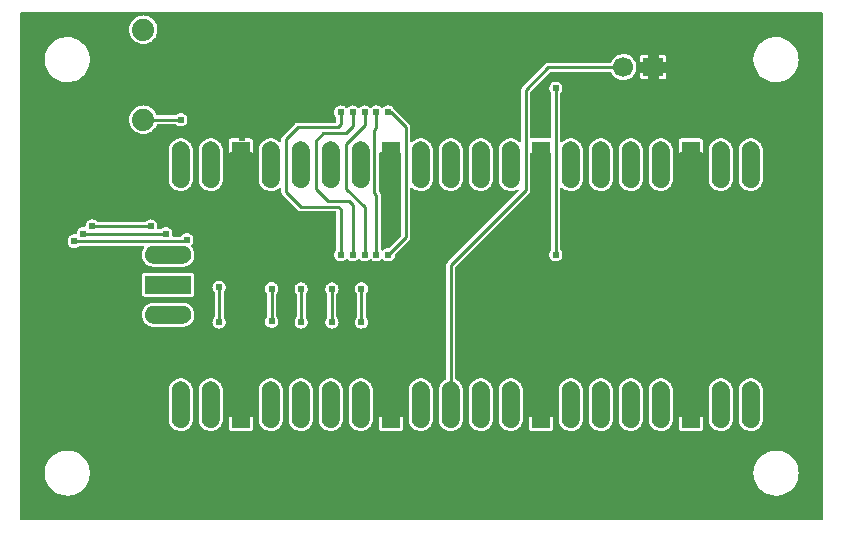
<source format=gbl>
G04 Layer: BottomLayer*
G04 EasyEDA v6.5.42, 2024-06-06 15:11:34*
G04 747d3a1ba2664cf59a20e4d60a0d89bc,449d0d4cb6024136a387a2ed91670e05,10*
G04 Gerber Generator version 0.2*
G04 Scale: 100 percent, Rotated: No, Reflected: No *
G04 Dimensions in millimeters *
G04 leading zeros omitted , absolute positions ,4 integer and 5 decimal *
%FSLAX45Y45*%
%MOMM*%

%AMMACRO1*4,1,14,0.762,1.9682,0.762,-1.9682,0.762,-1.9682,0.762,-1.9682,0.762,-1.9682,-0.762,-1.9682,-0.762,-1.9682,-0.762,-1.9682,-0.762,-1.9682,-0.762,1.9682,-0.762,1.9682,-0.762,1.9682,-0.762,1.9682,0.762,1.9682,0.762,1.9682,0*%
%AMMACRO2*4,1,14,-0.762,-1.9682,-0.762,1.9682,-0.762,1.9682,-0.762,1.9682,-0.762,1.9682,0.762,1.9682,0.762,1.9682,0.762,1.9682,0.762,1.9682,0.762,-1.9682,0.762,-1.9682,0.762,-1.9682,0.762,-1.9682,-0.762,-1.9682,-0.762,-1.9682,0*%
%AMMACRO3*4,1,14,-1.9682,0.762,1.9682,0.762,1.9682,0.762,1.9682,0.762,1.9682,0.762,1.9682,-0.762,1.9682,-0.762,1.9682,-0.762,1.9682,-0.762,-1.9682,-0.762,-1.9682,-0.762,-1.9682,-0.762,-1.9682,-0.762,-1.9682,0.762,-1.9682,0.762,0*%
%ADD10C,0.2540*%
%ADD11R,1.7000X1.5748*%
%ADD12C,1.7000*%
%ADD13MACRO1*%
%ADD14MACRO2*%
%ADD15MACRO3*%
%ADD16C,1.8796*%
%ADD17C,0.6100*%
%ADD18C,0.6200*%
%ADD19C,0.0110*%

%LPD*%
G36*
X110185Y99974D02*
G01*
X106273Y100787D01*
X102971Y102971D01*
X100787Y106273D01*
X100025Y110134D01*
X100025Y4389831D01*
X100787Y4393742D01*
X102971Y4396994D01*
X106273Y4399229D01*
X110185Y4399991D01*
X6889851Y4399991D01*
X6893712Y4399229D01*
X6897014Y4396994D01*
X6899198Y4393742D01*
X6900011Y4389831D01*
X6900011Y110134D01*
X6899198Y106273D01*
X6897014Y102971D01*
X6893712Y100787D01*
X6889851Y99974D01*
G37*

%LPC*%
G36*
X495249Y309168D02*
G01*
X514248Y309626D01*
X533146Y312013D01*
X551688Y316230D01*
X569722Y322275D01*
X587095Y330149D01*
X603554Y339648D01*
X618998Y350774D01*
X633272Y363321D01*
X646226Y377291D01*
X657707Y392480D01*
X667664Y408686D01*
X675894Y425856D01*
X682396Y443738D01*
X687120Y462178D01*
X689965Y480974D01*
X690880Y499973D01*
X689965Y519023D01*
X687120Y537819D01*
X682396Y556260D01*
X675894Y574141D01*
X667664Y591312D01*
X657707Y607517D01*
X646226Y622706D01*
X633272Y636676D01*
X618998Y649224D01*
X603554Y660349D01*
X587095Y669848D01*
X569722Y677722D01*
X551688Y683768D01*
X533146Y687984D01*
X514248Y690372D01*
X495249Y690829D01*
X476250Y689406D01*
X457504Y686104D01*
X439216Y680974D01*
X421487Y674014D01*
X404571Y665327D01*
X388569Y655015D01*
X373684Y643128D01*
X360070Y629818D01*
X347827Y615238D01*
X337108Y599541D01*
X328015Y582828D01*
X320598Y565302D01*
X315010Y547116D01*
X311251Y528472D01*
X309321Y509524D01*
X309321Y490474D01*
X311251Y471525D01*
X315010Y452882D01*
X320598Y434695D01*
X328015Y417169D01*
X337108Y400456D01*
X347827Y384759D01*
X360070Y370179D01*
X373684Y356870D01*
X388569Y344982D01*
X404571Y334670D01*
X421487Y325983D01*
X439216Y319024D01*
X457504Y313893D01*
X476250Y310591D01*
G37*
G36*
X6495237Y309168D02*
G01*
X6514236Y309626D01*
X6533134Y312013D01*
X6551676Y316230D01*
X6569709Y322275D01*
X6587083Y330149D01*
X6603542Y339648D01*
X6618986Y350774D01*
X6633260Y363321D01*
X6646214Y377291D01*
X6657695Y392480D01*
X6667652Y408686D01*
X6675881Y425856D01*
X6682384Y443738D01*
X6687108Y462178D01*
X6689953Y480974D01*
X6690868Y499973D01*
X6689953Y519023D01*
X6687108Y537819D01*
X6682384Y556260D01*
X6675881Y574141D01*
X6667652Y591312D01*
X6657695Y607517D01*
X6646214Y622706D01*
X6633260Y636676D01*
X6618986Y649224D01*
X6603542Y660349D01*
X6587083Y669848D01*
X6569709Y677722D01*
X6551676Y683768D01*
X6533134Y687984D01*
X6514236Y690372D01*
X6495237Y690829D01*
X6476238Y689406D01*
X6457492Y686104D01*
X6439204Y680974D01*
X6421475Y674014D01*
X6404559Y665327D01*
X6388557Y655015D01*
X6373672Y643128D01*
X6360058Y629818D01*
X6347815Y615238D01*
X6337096Y599541D01*
X6328003Y582828D01*
X6320586Y565302D01*
X6314998Y547116D01*
X6311239Y528472D01*
X6309309Y509524D01*
X6309309Y490474D01*
X6311239Y471525D01*
X6314998Y452882D01*
X6320586Y434695D01*
X6328003Y417169D01*
X6337096Y400456D01*
X6347815Y384759D01*
X6360058Y370179D01*
X6373672Y356870D01*
X6388557Y344982D01*
X6404559Y334670D01*
X6421475Y325983D01*
X6439204Y319024D01*
X6457492Y313893D01*
X6476238Y310591D01*
G37*
G36*
X4432858Y856742D02*
G01*
X4584141Y856742D01*
X4590440Y857503D01*
X4595926Y859383D01*
X4600803Y862482D01*
X4604918Y866546D01*
X4607966Y871474D01*
X4609896Y876909D01*
X4610608Y883259D01*
X4610608Y980084D01*
X4607204Y977646D01*
X4603089Y976782D01*
X4413910Y976782D01*
X4409998Y977544D01*
X4406392Y980236D01*
X4406392Y883259D01*
X4407103Y876909D01*
X4409033Y871474D01*
X4412081Y866546D01*
X4416196Y862482D01*
X4421073Y859383D01*
X4426559Y857503D01*
G37*
G36*
X3162858Y856742D02*
G01*
X3314141Y856742D01*
X3320440Y857503D01*
X3325926Y859383D01*
X3330803Y862482D01*
X3334918Y866546D01*
X3337966Y871474D01*
X3339896Y876909D01*
X3340608Y883259D01*
X3340608Y980084D01*
X3337204Y977646D01*
X3333089Y976782D01*
X3143910Y976782D01*
X3139998Y977544D01*
X3136392Y980236D01*
X3136392Y883259D01*
X3137103Y876909D01*
X3139033Y871474D01*
X3142081Y866546D01*
X3146196Y862482D01*
X3151073Y859383D01*
X3156559Y857503D01*
G37*
G36*
X5702858Y856742D02*
G01*
X5854141Y856742D01*
X5860440Y857503D01*
X5865926Y859383D01*
X5870803Y862482D01*
X5874918Y866546D01*
X5877966Y871474D01*
X5879896Y876909D01*
X5880608Y883259D01*
X5880608Y980084D01*
X5877204Y977646D01*
X5873089Y976782D01*
X5683910Y976782D01*
X5679998Y977544D01*
X5676392Y980236D01*
X5676392Y883259D01*
X5677103Y876909D01*
X5679033Y871474D01*
X5682081Y866546D01*
X5686196Y862482D01*
X5691073Y859383D01*
X5696559Y857503D01*
G37*
G36*
X1892858Y856742D02*
G01*
X2044141Y856742D01*
X2050440Y857503D01*
X2055926Y859383D01*
X2060803Y862482D01*
X2064918Y866546D01*
X2067966Y871474D01*
X2069896Y876909D01*
X2070607Y883259D01*
X2070607Y980084D01*
X2067204Y977646D01*
X2063089Y976782D01*
X1873910Y976782D01*
X1869998Y977544D01*
X1866392Y980236D01*
X1866392Y883259D01*
X1867103Y876909D01*
X1869033Y871474D01*
X1872081Y866546D01*
X1876196Y862482D01*
X1881073Y859383D01*
X1886559Y857503D01*
G37*
G36*
X1463802Y856792D02*
G01*
X1474012Y857656D01*
X1484020Y859485D01*
X1493824Y862330D01*
X1503222Y866140D01*
X1512265Y870864D01*
X1520748Y876452D01*
X1528673Y882853D01*
X1535887Y890016D01*
X1542389Y897839D01*
X1548028Y906322D01*
X1552854Y915314D01*
X1556715Y924712D01*
X1559610Y934466D01*
X1561541Y944422D01*
X1562506Y954735D01*
X1562608Y1199896D01*
X1561998Y1211122D01*
X1560372Y1221181D01*
X1557832Y1231036D01*
X1554276Y1240536D01*
X1549755Y1249680D01*
X1544370Y1258316D01*
X1538173Y1266393D01*
X1531213Y1273810D01*
X1523492Y1280464D01*
X1515211Y1286357D01*
X1506372Y1291386D01*
X1497025Y1295450D01*
X1487373Y1298651D01*
X1477416Y1300835D01*
X1467307Y1302004D01*
X1457147Y1302207D01*
X1446987Y1301343D01*
X1436979Y1299514D01*
X1427175Y1296670D01*
X1417777Y1292860D01*
X1408734Y1288135D01*
X1400251Y1282547D01*
X1392326Y1276146D01*
X1385112Y1268984D01*
X1378610Y1261160D01*
X1372971Y1252677D01*
X1368145Y1243685D01*
X1364284Y1234287D01*
X1361389Y1224534D01*
X1359458Y1214577D01*
X1358493Y1204264D01*
X1358392Y959103D01*
X1359001Y947877D01*
X1360627Y937818D01*
X1363167Y927963D01*
X1366723Y918464D01*
X1371244Y909319D01*
X1376629Y900684D01*
X1382826Y892606D01*
X1389786Y885190D01*
X1397508Y878535D01*
X1405788Y872642D01*
X1414627Y867613D01*
X1423974Y863549D01*
X1433626Y860348D01*
X1443583Y858164D01*
X1453845Y856996D01*
G37*
G36*
X2479802Y856792D02*
G01*
X2490012Y857656D01*
X2500020Y859485D01*
X2509824Y862330D01*
X2519222Y866140D01*
X2528265Y870864D01*
X2536748Y876452D01*
X2544673Y882853D01*
X2551887Y890016D01*
X2558389Y897839D01*
X2564028Y906322D01*
X2568854Y915314D01*
X2572715Y924712D01*
X2575610Y934466D01*
X2577541Y944422D01*
X2578506Y954735D01*
X2578608Y1199896D01*
X2577998Y1211122D01*
X2576372Y1221181D01*
X2573832Y1231036D01*
X2570276Y1240536D01*
X2565755Y1249680D01*
X2560370Y1258316D01*
X2554173Y1266393D01*
X2547213Y1273810D01*
X2539492Y1280464D01*
X2531211Y1286357D01*
X2522372Y1291386D01*
X2513025Y1295450D01*
X2503373Y1298651D01*
X2493416Y1300835D01*
X2483307Y1302004D01*
X2473147Y1302207D01*
X2462987Y1301343D01*
X2452979Y1299514D01*
X2443175Y1296670D01*
X2433777Y1292860D01*
X2424734Y1288135D01*
X2416251Y1282547D01*
X2408326Y1276146D01*
X2401112Y1268984D01*
X2394610Y1261160D01*
X2388971Y1252677D01*
X2384145Y1243685D01*
X2380284Y1234287D01*
X2377389Y1224534D01*
X2375458Y1214577D01*
X2374493Y1204264D01*
X2374392Y959103D01*
X2375001Y947877D01*
X2376627Y937818D01*
X2379167Y927963D01*
X2382723Y918464D01*
X2387244Y909319D01*
X2392629Y900684D01*
X2398826Y892606D01*
X2405786Y885190D01*
X2413508Y878535D01*
X2421788Y872642D01*
X2430627Y867613D01*
X2439974Y863549D01*
X2449626Y860348D01*
X2459583Y858164D01*
X2469845Y856996D01*
G37*
G36*
X5019802Y856792D02*
G01*
X5030012Y857656D01*
X5040020Y859485D01*
X5049824Y862330D01*
X5059222Y866140D01*
X5068265Y870864D01*
X5076748Y876452D01*
X5084673Y882853D01*
X5091887Y890016D01*
X5098389Y897839D01*
X5104028Y906322D01*
X5108854Y915314D01*
X5112715Y924712D01*
X5115610Y934466D01*
X5117541Y944422D01*
X5118506Y954735D01*
X5118608Y1199896D01*
X5117998Y1211122D01*
X5116372Y1221181D01*
X5113832Y1231036D01*
X5110276Y1240536D01*
X5105755Y1249680D01*
X5100370Y1258316D01*
X5094173Y1266393D01*
X5087213Y1273810D01*
X5079492Y1280464D01*
X5071211Y1286357D01*
X5062372Y1291386D01*
X5053025Y1295450D01*
X5043373Y1298651D01*
X5033416Y1300835D01*
X5023307Y1302004D01*
X5013147Y1302207D01*
X5002987Y1301343D01*
X4992979Y1299514D01*
X4983175Y1296670D01*
X4973777Y1292860D01*
X4964734Y1288135D01*
X4956251Y1282547D01*
X4948326Y1276146D01*
X4941112Y1268984D01*
X4934610Y1261160D01*
X4928971Y1252677D01*
X4924145Y1243685D01*
X4920284Y1234287D01*
X4917389Y1224534D01*
X4915458Y1214577D01*
X4914493Y1204264D01*
X4914392Y959103D01*
X4915001Y947877D01*
X4916627Y937818D01*
X4919167Y927963D01*
X4922723Y918464D01*
X4927244Y909319D01*
X4932629Y900684D01*
X4938826Y892606D01*
X4945786Y885190D01*
X4953508Y878535D01*
X4961788Y872642D01*
X4970627Y867613D01*
X4979974Y863549D01*
X4989626Y860348D01*
X4999583Y858164D01*
X5009845Y856996D01*
G37*
G36*
X4765802Y856792D02*
G01*
X4776012Y857656D01*
X4786020Y859485D01*
X4795824Y862330D01*
X4805222Y866140D01*
X4814265Y870864D01*
X4822748Y876452D01*
X4830673Y882853D01*
X4837887Y890016D01*
X4844389Y897839D01*
X4850028Y906322D01*
X4854854Y915314D01*
X4858715Y924712D01*
X4861610Y934466D01*
X4863541Y944422D01*
X4864506Y954735D01*
X4864608Y1199896D01*
X4863998Y1211122D01*
X4862372Y1221181D01*
X4859832Y1231036D01*
X4856276Y1240536D01*
X4851755Y1249680D01*
X4846370Y1258316D01*
X4840173Y1266393D01*
X4833213Y1273810D01*
X4825492Y1280464D01*
X4817211Y1286357D01*
X4808372Y1291386D01*
X4799025Y1295450D01*
X4789373Y1298651D01*
X4779416Y1300835D01*
X4769307Y1302004D01*
X4759147Y1302207D01*
X4748987Y1301343D01*
X4738979Y1299514D01*
X4729175Y1296670D01*
X4719777Y1292860D01*
X4710734Y1288135D01*
X4702251Y1282547D01*
X4694326Y1276146D01*
X4687112Y1268984D01*
X4680610Y1261160D01*
X4674971Y1252677D01*
X4670145Y1243685D01*
X4666284Y1234287D01*
X4663389Y1224534D01*
X4661458Y1214577D01*
X4660493Y1204264D01*
X4660392Y959103D01*
X4661001Y947877D01*
X4662627Y937818D01*
X4665167Y927963D01*
X4668723Y918464D01*
X4673244Y909319D01*
X4678629Y900684D01*
X4684826Y892606D01*
X4691786Y885190D01*
X4699508Y878535D01*
X4707788Y872642D01*
X4716627Y867613D01*
X4725974Y863549D01*
X4735626Y860348D01*
X4745583Y858164D01*
X4755845Y856996D01*
G37*
G36*
X2225802Y856792D02*
G01*
X2236012Y857656D01*
X2246020Y859485D01*
X2255824Y862330D01*
X2265222Y866140D01*
X2274265Y870864D01*
X2282748Y876452D01*
X2290673Y882853D01*
X2297887Y890016D01*
X2304389Y897839D01*
X2310028Y906322D01*
X2314854Y915314D01*
X2318715Y924712D01*
X2321610Y934466D01*
X2323541Y944422D01*
X2324506Y954735D01*
X2324608Y1199896D01*
X2323998Y1211122D01*
X2322372Y1221181D01*
X2319832Y1231036D01*
X2316276Y1240536D01*
X2311755Y1249680D01*
X2306370Y1258316D01*
X2300173Y1266393D01*
X2293213Y1273810D01*
X2285492Y1280464D01*
X2277211Y1286357D01*
X2268372Y1291386D01*
X2259025Y1295450D01*
X2249373Y1298651D01*
X2239416Y1300835D01*
X2229307Y1302004D01*
X2219147Y1302207D01*
X2208987Y1301343D01*
X2198979Y1299514D01*
X2189175Y1296670D01*
X2179777Y1292860D01*
X2170734Y1288135D01*
X2162251Y1282547D01*
X2154326Y1276146D01*
X2147112Y1268984D01*
X2140610Y1261160D01*
X2134971Y1252677D01*
X2130145Y1243685D01*
X2126284Y1234287D01*
X2123389Y1224534D01*
X2121458Y1214577D01*
X2120493Y1204264D01*
X2120392Y959103D01*
X2121001Y947877D01*
X2122627Y937818D01*
X2125167Y927963D01*
X2128723Y918464D01*
X2133244Y909319D01*
X2138629Y900684D01*
X2144826Y892606D01*
X2151786Y885190D01*
X2159508Y878535D01*
X2167788Y872642D01*
X2176627Y867613D01*
X2185974Y863549D01*
X2195626Y860348D01*
X2205583Y858164D01*
X2215845Y856996D01*
G37*
G36*
X6035802Y856792D02*
G01*
X6046012Y857656D01*
X6056020Y859485D01*
X6065824Y862330D01*
X6075222Y866140D01*
X6084265Y870864D01*
X6092748Y876452D01*
X6100673Y882853D01*
X6107887Y890016D01*
X6114389Y897839D01*
X6120028Y906322D01*
X6124854Y915314D01*
X6128715Y924712D01*
X6131610Y934466D01*
X6133541Y944422D01*
X6134506Y954735D01*
X6134608Y1199896D01*
X6133998Y1211122D01*
X6132372Y1221181D01*
X6129832Y1231036D01*
X6126276Y1240536D01*
X6121755Y1249680D01*
X6116370Y1258316D01*
X6110173Y1266393D01*
X6103213Y1273810D01*
X6095492Y1280464D01*
X6087211Y1286357D01*
X6078372Y1291386D01*
X6069025Y1295450D01*
X6059373Y1298651D01*
X6049416Y1300835D01*
X6039307Y1302004D01*
X6029147Y1302207D01*
X6018987Y1301343D01*
X6008979Y1299514D01*
X5999175Y1296670D01*
X5989777Y1292860D01*
X5980734Y1288135D01*
X5972251Y1282547D01*
X5964326Y1276146D01*
X5957112Y1268984D01*
X5950610Y1261160D01*
X5944971Y1252677D01*
X5940145Y1243685D01*
X5936284Y1234287D01*
X5933389Y1224534D01*
X5931458Y1214577D01*
X5930493Y1204264D01*
X5930392Y959103D01*
X5931001Y947877D01*
X5932627Y937818D01*
X5935167Y927963D01*
X5938723Y918464D01*
X5943244Y909319D01*
X5948629Y900684D01*
X5954826Y892606D01*
X5961786Y885190D01*
X5969508Y878535D01*
X5977788Y872642D01*
X5986627Y867613D01*
X5995974Y863549D01*
X6005626Y860348D01*
X6015583Y858164D01*
X6025845Y856996D01*
G37*
G36*
X4003801Y856792D02*
G01*
X4014012Y857656D01*
X4024020Y859485D01*
X4033824Y862330D01*
X4043222Y866140D01*
X4052265Y870864D01*
X4060748Y876452D01*
X4068673Y882853D01*
X4075887Y890016D01*
X4082389Y897839D01*
X4088028Y906322D01*
X4092854Y915314D01*
X4096715Y924712D01*
X4099610Y934466D01*
X4101541Y944422D01*
X4102506Y954735D01*
X4102608Y1199896D01*
X4101998Y1211122D01*
X4100372Y1221181D01*
X4097832Y1231036D01*
X4094276Y1240536D01*
X4089755Y1249680D01*
X4084370Y1258316D01*
X4078173Y1266393D01*
X4071213Y1273810D01*
X4063492Y1280464D01*
X4055211Y1286357D01*
X4046372Y1291386D01*
X4037025Y1295450D01*
X4027373Y1298651D01*
X4017416Y1300835D01*
X4007307Y1302004D01*
X3997147Y1302207D01*
X3986987Y1301343D01*
X3976979Y1299514D01*
X3967175Y1296670D01*
X3957777Y1292860D01*
X3948734Y1288135D01*
X3940251Y1282547D01*
X3932326Y1276146D01*
X3925112Y1268984D01*
X3918610Y1261160D01*
X3912971Y1252677D01*
X3908145Y1243685D01*
X3904284Y1234287D01*
X3901389Y1224534D01*
X3899458Y1214577D01*
X3898493Y1204264D01*
X3898392Y959103D01*
X3899001Y947877D01*
X3900627Y937818D01*
X3903167Y927963D01*
X3906723Y918464D01*
X3911244Y909319D01*
X3916629Y900684D01*
X3922826Y892606D01*
X3929786Y885190D01*
X3937508Y878535D01*
X3945788Y872642D01*
X3954627Y867613D01*
X3963974Y863549D01*
X3973626Y860348D01*
X3983583Y858164D01*
X3993845Y856996D01*
G37*
G36*
X5527802Y856792D02*
G01*
X5538012Y857656D01*
X5548020Y859485D01*
X5557824Y862330D01*
X5567222Y866140D01*
X5576265Y870864D01*
X5584748Y876452D01*
X5592673Y882853D01*
X5599887Y890016D01*
X5606389Y897839D01*
X5612028Y906322D01*
X5616854Y915314D01*
X5620715Y924712D01*
X5623610Y934466D01*
X5625541Y944422D01*
X5626506Y954735D01*
X5626608Y1199896D01*
X5625998Y1211122D01*
X5624372Y1221181D01*
X5621832Y1231036D01*
X5618276Y1240536D01*
X5613755Y1249680D01*
X5608370Y1258316D01*
X5602173Y1266393D01*
X5595213Y1273810D01*
X5587492Y1280464D01*
X5579211Y1286357D01*
X5570372Y1291386D01*
X5561025Y1295450D01*
X5551373Y1298651D01*
X5541416Y1300835D01*
X5531307Y1302004D01*
X5521147Y1302207D01*
X5510987Y1301343D01*
X5500979Y1299514D01*
X5491175Y1296670D01*
X5481777Y1292860D01*
X5472734Y1288135D01*
X5464251Y1282547D01*
X5456326Y1276146D01*
X5449112Y1268984D01*
X5442610Y1261160D01*
X5436971Y1252677D01*
X5432145Y1243685D01*
X5428284Y1234287D01*
X5425389Y1224534D01*
X5423458Y1214577D01*
X5422493Y1204264D01*
X5422392Y959103D01*
X5423001Y947877D01*
X5424627Y937818D01*
X5427167Y927963D01*
X5430723Y918464D01*
X5435244Y909319D01*
X5440629Y900684D01*
X5446826Y892606D01*
X5453786Y885190D01*
X5461508Y878535D01*
X5469788Y872642D01*
X5478627Y867613D01*
X5487974Y863549D01*
X5497626Y860348D01*
X5507583Y858164D01*
X5517845Y856996D01*
G37*
G36*
X6289802Y856792D02*
G01*
X6300012Y857656D01*
X6310020Y859485D01*
X6319824Y862330D01*
X6329222Y866140D01*
X6338265Y870864D01*
X6346748Y876452D01*
X6354673Y882853D01*
X6361887Y890016D01*
X6368389Y897839D01*
X6374028Y906322D01*
X6378854Y915314D01*
X6382715Y924712D01*
X6385610Y934466D01*
X6387541Y944422D01*
X6388506Y954735D01*
X6388608Y1199896D01*
X6387998Y1211122D01*
X6386372Y1221181D01*
X6383832Y1231036D01*
X6380276Y1240536D01*
X6375755Y1249680D01*
X6370370Y1258316D01*
X6364173Y1266393D01*
X6357213Y1273810D01*
X6349492Y1280464D01*
X6341211Y1286357D01*
X6332372Y1291386D01*
X6323025Y1295450D01*
X6313373Y1298651D01*
X6303416Y1300835D01*
X6293307Y1302004D01*
X6283147Y1302207D01*
X6272987Y1301343D01*
X6262979Y1299514D01*
X6253175Y1296670D01*
X6243777Y1292860D01*
X6234734Y1288135D01*
X6226251Y1282547D01*
X6218326Y1276146D01*
X6211112Y1268984D01*
X6204610Y1261160D01*
X6198971Y1252677D01*
X6194145Y1243685D01*
X6190284Y1234287D01*
X6187389Y1224534D01*
X6185458Y1214577D01*
X6184493Y1204264D01*
X6184392Y959103D01*
X6185001Y947877D01*
X6186627Y937818D01*
X6189167Y927963D01*
X6192723Y918464D01*
X6197244Y909319D01*
X6202629Y900684D01*
X6208826Y892606D01*
X6215786Y885190D01*
X6223508Y878535D01*
X6231788Y872642D01*
X6240627Y867613D01*
X6249974Y863549D01*
X6259626Y860348D01*
X6269583Y858164D01*
X6279845Y856996D01*
G37*
G36*
X1716278Y856792D02*
G01*
X1722882Y857097D01*
X1733042Y858469D01*
X1742948Y860806D01*
X1752549Y864108D01*
X1761794Y868375D01*
X1770583Y873556D01*
X1778812Y879551D01*
X1786382Y886358D01*
X1793239Y893876D01*
X1799285Y902004D01*
X1804568Y910742D01*
X1808886Y919937D01*
X1812289Y929538D01*
X1814728Y939393D01*
X1816150Y949502D01*
X1816607Y959103D01*
X1816607Y1199896D01*
X1815998Y1211122D01*
X1814372Y1221181D01*
X1811832Y1231036D01*
X1808276Y1240536D01*
X1803755Y1249680D01*
X1798370Y1258316D01*
X1792173Y1266393D01*
X1785213Y1273810D01*
X1777492Y1280464D01*
X1769211Y1286357D01*
X1760372Y1291386D01*
X1751025Y1295450D01*
X1741373Y1298651D01*
X1731416Y1300835D01*
X1721307Y1302004D01*
X1711147Y1302207D01*
X1700987Y1301343D01*
X1690979Y1299514D01*
X1681175Y1296670D01*
X1671777Y1292860D01*
X1662734Y1288135D01*
X1654251Y1282547D01*
X1646326Y1276146D01*
X1639112Y1268984D01*
X1632610Y1261160D01*
X1626971Y1252677D01*
X1622145Y1243685D01*
X1618284Y1234287D01*
X1615389Y1224534D01*
X1613458Y1214577D01*
X1612493Y1204264D01*
X1612392Y959103D01*
X1613001Y947877D01*
X1614627Y937818D01*
X1617167Y927963D01*
X1620723Y918464D01*
X1625244Y909319D01*
X1630629Y900684D01*
X1636826Y892606D01*
X1643786Y885190D01*
X1651507Y878535D01*
X1659788Y872642D01*
X1668627Y867613D01*
X1677974Y863549D01*
X1687626Y860348D01*
X1697583Y858164D01*
X1707692Y856996D01*
G37*
G36*
X2732278Y856792D02*
G01*
X2738882Y857097D01*
X2749042Y858469D01*
X2758948Y860806D01*
X2768549Y864108D01*
X2777794Y868375D01*
X2786583Y873556D01*
X2794812Y879551D01*
X2802382Y886358D01*
X2809240Y893876D01*
X2815285Y902004D01*
X2820568Y910742D01*
X2824886Y919937D01*
X2828290Y929538D01*
X2830728Y939393D01*
X2832150Y949502D01*
X2832608Y959103D01*
X2832608Y1199896D01*
X2831998Y1211122D01*
X2830372Y1221181D01*
X2827832Y1231036D01*
X2824276Y1240536D01*
X2819755Y1249680D01*
X2814370Y1258316D01*
X2808173Y1266393D01*
X2801213Y1273810D01*
X2793492Y1280464D01*
X2785211Y1286357D01*
X2776372Y1291386D01*
X2767025Y1295450D01*
X2757373Y1298651D01*
X2747416Y1300835D01*
X2737307Y1302004D01*
X2727147Y1302207D01*
X2716987Y1301343D01*
X2706979Y1299514D01*
X2697175Y1296670D01*
X2687777Y1292860D01*
X2678734Y1288135D01*
X2670251Y1282547D01*
X2662326Y1276146D01*
X2655112Y1268984D01*
X2648610Y1261160D01*
X2642971Y1252677D01*
X2638145Y1243685D01*
X2634284Y1234287D01*
X2631389Y1224534D01*
X2629458Y1214577D01*
X2628493Y1204264D01*
X2628392Y959103D01*
X2629001Y947877D01*
X2630627Y937818D01*
X2633167Y927963D01*
X2636723Y918464D01*
X2641244Y909319D01*
X2646629Y900684D01*
X2652826Y892606D01*
X2659786Y885190D01*
X2667508Y878535D01*
X2675788Y872642D01*
X2684627Y867613D01*
X2693974Y863549D01*
X2703626Y860348D01*
X2713583Y858164D01*
X2723692Y856996D01*
G37*
G36*
X4256278Y856792D02*
G01*
X4262882Y857097D01*
X4273042Y858469D01*
X4282948Y860806D01*
X4292549Y864108D01*
X4301794Y868375D01*
X4310583Y873556D01*
X4318812Y879551D01*
X4326382Y886358D01*
X4333240Y893876D01*
X4339285Y902004D01*
X4344568Y910742D01*
X4348886Y919937D01*
X4352290Y929538D01*
X4354728Y939393D01*
X4356150Y949502D01*
X4356608Y959103D01*
X4356608Y1199896D01*
X4355998Y1211122D01*
X4354372Y1221181D01*
X4351832Y1231036D01*
X4348276Y1240536D01*
X4343755Y1249680D01*
X4338370Y1258316D01*
X4332173Y1266393D01*
X4325213Y1273810D01*
X4317492Y1280464D01*
X4309211Y1286357D01*
X4300372Y1291386D01*
X4291025Y1295450D01*
X4281373Y1298651D01*
X4271416Y1300835D01*
X4261307Y1302004D01*
X4251147Y1302207D01*
X4240987Y1301343D01*
X4230979Y1299514D01*
X4221175Y1296670D01*
X4211777Y1292860D01*
X4202734Y1288135D01*
X4194251Y1282547D01*
X4186326Y1276146D01*
X4179112Y1268984D01*
X4172610Y1261160D01*
X4166971Y1252677D01*
X4162145Y1243685D01*
X4158284Y1234287D01*
X4155389Y1224534D01*
X4153458Y1214577D01*
X4152493Y1204264D01*
X4152392Y959103D01*
X4153001Y947877D01*
X4154627Y937818D01*
X4157167Y927963D01*
X4160723Y918464D01*
X4165244Y909319D01*
X4170629Y900684D01*
X4176826Y892606D01*
X4183786Y885190D01*
X4191508Y878535D01*
X4199788Y872642D01*
X4208627Y867613D01*
X4217974Y863549D01*
X4227626Y860348D01*
X4237583Y858164D01*
X4247692Y856996D01*
G37*
G36*
X3494278Y856792D02*
G01*
X3500882Y857097D01*
X3511042Y858469D01*
X3520948Y860806D01*
X3530549Y864108D01*
X3539794Y868375D01*
X3548583Y873556D01*
X3556812Y879551D01*
X3564382Y886358D01*
X3571240Y893876D01*
X3577285Y902004D01*
X3582568Y910742D01*
X3586886Y919937D01*
X3590290Y929538D01*
X3592728Y939393D01*
X3594150Y949502D01*
X3594608Y959103D01*
X3594608Y1199896D01*
X3593998Y1211122D01*
X3592372Y1221181D01*
X3589832Y1231036D01*
X3586276Y1240536D01*
X3581755Y1249680D01*
X3576370Y1258316D01*
X3570173Y1266393D01*
X3563213Y1273810D01*
X3555492Y1280464D01*
X3547211Y1286357D01*
X3538372Y1291386D01*
X3529025Y1295450D01*
X3519373Y1298651D01*
X3509416Y1300835D01*
X3499307Y1302004D01*
X3489147Y1302207D01*
X3478987Y1301343D01*
X3468979Y1299514D01*
X3459175Y1296670D01*
X3449777Y1292860D01*
X3440734Y1288135D01*
X3432251Y1282547D01*
X3424326Y1276146D01*
X3417112Y1268984D01*
X3410610Y1261160D01*
X3404971Y1252677D01*
X3400145Y1243685D01*
X3396284Y1234287D01*
X3393389Y1224534D01*
X3391458Y1214577D01*
X3390493Y1204264D01*
X3390392Y959103D01*
X3391001Y947877D01*
X3392627Y937818D01*
X3395167Y927963D01*
X3398723Y918464D01*
X3403244Y909319D01*
X3408629Y900684D01*
X3414826Y892606D01*
X3421786Y885190D01*
X3429508Y878535D01*
X3437788Y872642D01*
X3446627Y867613D01*
X3455974Y863549D01*
X3465626Y860348D01*
X3475583Y858164D01*
X3485692Y856996D01*
G37*
G36*
X2986278Y856792D02*
G01*
X2992882Y857097D01*
X3003042Y858469D01*
X3012948Y860806D01*
X3022549Y864108D01*
X3031794Y868375D01*
X3040583Y873556D01*
X3048812Y879551D01*
X3056382Y886358D01*
X3063240Y893876D01*
X3069285Y902004D01*
X3074568Y910742D01*
X3078886Y919937D01*
X3082290Y929538D01*
X3084728Y939393D01*
X3086150Y949502D01*
X3086608Y959103D01*
X3086608Y1199896D01*
X3085998Y1211122D01*
X3084372Y1221181D01*
X3081832Y1231036D01*
X3078276Y1240536D01*
X3073755Y1249680D01*
X3068370Y1258316D01*
X3062173Y1266393D01*
X3055213Y1273810D01*
X3047492Y1280464D01*
X3039211Y1286357D01*
X3030372Y1291386D01*
X3021025Y1295450D01*
X3011373Y1298651D01*
X3001416Y1300835D01*
X2991307Y1302004D01*
X2981147Y1302207D01*
X2970987Y1301343D01*
X2960979Y1299514D01*
X2951175Y1296670D01*
X2941777Y1292860D01*
X2932734Y1288135D01*
X2924251Y1282547D01*
X2916326Y1276146D01*
X2909112Y1268984D01*
X2902610Y1261160D01*
X2896971Y1252677D01*
X2892145Y1243685D01*
X2888284Y1234287D01*
X2885389Y1224534D01*
X2883458Y1214577D01*
X2882493Y1204264D01*
X2882392Y959103D01*
X2883001Y947877D01*
X2884627Y937818D01*
X2887167Y927963D01*
X2890723Y918464D01*
X2895244Y909319D01*
X2900629Y900684D01*
X2906826Y892606D01*
X2913786Y885190D01*
X2921508Y878535D01*
X2929788Y872642D01*
X2938627Y867613D01*
X2947974Y863549D01*
X2957626Y860348D01*
X2967583Y858164D01*
X2977692Y856996D01*
G37*
G36*
X5272278Y856792D02*
G01*
X5278882Y857097D01*
X5289042Y858469D01*
X5298948Y860806D01*
X5308549Y864108D01*
X5317794Y868375D01*
X5326583Y873556D01*
X5334812Y879551D01*
X5342382Y886358D01*
X5349240Y893876D01*
X5355285Y902004D01*
X5360568Y910742D01*
X5364886Y919937D01*
X5368290Y929538D01*
X5370728Y939393D01*
X5372150Y949502D01*
X5372608Y959103D01*
X5372608Y1199896D01*
X5371998Y1211122D01*
X5370372Y1221181D01*
X5367832Y1231036D01*
X5364276Y1240536D01*
X5359755Y1249680D01*
X5354370Y1258316D01*
X5348173Y1266393D01*
X5341213Y1273810D01*
X5333492Y1280464D01*
X5325211Y1286357D01*
X5316372Y1291386D01*
X5307025Y1295450D01*
X5297373Y1298651D01*
X5287416Y1300835D01*
X5277307Y1302004D01*
X5267147Y1302207D01*
X5256987Y1301343D01*
X5246979Y1299514D01*
X5237175Y1296670D01*
X5227777Y1292860D01*
X5218734Y1288135D01*
X5210251Y1282547D01*
X5202326Y1276146D01*
X5195112Y1268984D01*
X5188610Y1261160D01*
X5182971Y1252677D01*
X5178145Y1243685D01*
X5174284Y1234287D01*
X5171389Y1224534D01*
X5169458Y1214577D01*
X5168493Y1204264D01*
X5168392Y959103D01*
X5169001Y947877D01*
X5170627Y937818D01*
X5173167Y927963D01*
X5176723Y918464D01*
X5181244Y909319D01*
X5186629Y900684D01*
X5192826Y892606D01*
X5199786Y885190D01*
X5207508Y878535D01*
X5215788Y872642D01*
X5224627Y867613D01*
X5233974Y863549D01*
X5243626Y860348D01*
X5253583Y858164D01*
X5263692Y856996D01*
G37*
G36*
X3743198Y856792D02*
G01*
X3753154Y856996D01*
X3763416Y858164D01*
X3773373Y860348D01*
X3783025Y863549D01*
X3792372Y867613D01*
X3801211Y872642D01*
X3809492Y878535D01*
X3817213Y885190D01*
X3824173Y892606D01*
X3830370Y900684D01*
X3835755Y909319D01*
X3840276Y918464D01*
X3843832Y927963D01*
X3846372Y937818D01*
X3847998Y947877D01*
X3848608Y959103D01*
X3848506Y1204264D01*
X3847541Y1214577D01*
X3845610Y1224534D01*
X3842715Y1234287D01*
X3838854Y1243685D01*
X3834028Y1252677D01*
X3828389Y1261160D01*
X3821887Y1268984D01*
X3814673Y1276146D01*
X3806748Y1282547D01*
X3798214Y1288186D01*
X3790492Y1292250D01*
X3787648Y1294536D01*
X3785768Y1297635D01*
X3785108Y1301242D01*
X3785108Y2240381D01*
X3785870Y2244293D01*
X3788105Y2247595D01*
X4408424Y2867964D01*
X4413554Y2874162D01*
X4417110Y2880868D01*
X4419295Y2888081D01*
X4420108Y2896108D01*
X4420108Y3204057D01*
X4420870Y3207969D01*
X4423105Y3211271D01*
X4426356Y3213455D01*
X4430268Y3214217D01*
X4586732Y3214217D01*
X4590643Y3213455D01*
X4593894Y3211271D01*
X4596130Y3207969D01*
X4596892Y3204057D01*
X4596892Y2394508D01*
X4596130Y2390648D01*
X4593894Y2387346D01*
X4592320Y2385720D01*
X4586681Y2377694D01*
X4582515Y2368804D01*
X4579975Y2359304D01*
X4579112Y2349500D01*
X4579975Y2339695D01*
X4582515Y2330196D01*
X4586681Y2321306D01*
X4592320Y2313279D01*
X4599279Y2306320D01*
X4607306Y2300681D01*
X4616196Y2296515D01*
X4625695Y2293975D01*
X4635500Y2293112D01*
X4645304Y2293975D01*
X4654804Y2296515D01*
X4663694Y2300681D01*
X4671720Y2306320D01*
X4678680Y2313279D01*
X4684318Y2321306D01*
X4688484Y2330196D01*
X4691024Y2339695D01*
X4691888Y2349500D01*
X4691024Y2359304D01*
X4688484Y2368804D01*
X4684318Y2377694D01*
X4678680Y2385720D01*
X4677105Y2387346D01*
X4674870Y2390648D01*
X4674108Y2394508D01*
X4674108Y2910332D01*
X4674819Y2914142D01*
X4676902Y2917342D01*
X4680051Y2919577D01*
X4683810Y2920492D01*
X4687620Y2919933D01*
X4690973Y2918002D01*
X4699508Y2910484D01*
X4707788Y2904642D01*
X4716627Y2899613D01*
X4725974Y2895549D01*
X4735626Y2892348D01*
X4745583Y2890164D01*
X4755692Y2888996D01*
X4765852Y2888792D01*
X4776012Y2889656D01*
X4786020Y2891485D01*
X4795824Y2894330D01*
X4805222Y2898140D01*
X4814265Y2902864D01*
X4822748Y2908452D01*
X4830673Y2914853D01*
X4837887Y2922016D01*
X4844389Y2929839D01*
X4850028Y2938322D01*
X4854854Y2947314D01*
X4858715Y2956712D01*
X4861610Y2966466D01*
X4863541Y2976422D01*
X4864506Y2986735D01*
X4864608Y3231896D01*
X4863998Y3243122D01*
X4862372Y3253181D01*
X4859832Y3263036D01*
X4856276Y3272536D01*
X4851755Y3281679D01*
X4846370Y3290315D01*
X4840173Y3298393D01*
X4833213Y3305810D01*
X4825492Y3312464D01*
X4817211Y3318357D01*
X4808372Y3323386D01*
X4799025Y3327450D01*
X4789373Y3330651D01*
X4779416Y3332835D01*
X4769307Y3334004D01*
X4759147Y3334207D01*
X4748987Y3333343D01*
X4738979Y3331514D01*
X4729175Y3328670D01*
X4719777Y3324860D01*
X4710734Y3320135D01*
X4702251Y3314547D01*
X4694224Y3308045D01*
X4691227Y3305251D01*
X4687874Y3303168D01*
X4684064Y3302508D01*
X4680204Y3303320D01*
X4677003Y3305556D01*
X4674870Y3308807D01*
X4674108Y3312668D01*
X4674108Y3714191D01*
X4674870Y3718051D01*
X4677105Y3721354D01*
X4678680Y3722979D01*
X4684318Y3731006D01*
X4688484Y3739896D01*
X4691024Y3749395D01*
X4691888Y3759200D01*
X4691024Y3769004D01*
X4688484Y3778504D01*
X4684318Y3787394D01*
X4678680Y3795420D01*
X4671720Y3802379D01*
X4663694Y3808018D01*
X4654804Y3812184D01*
X4645304Y3814724D01*
X4635500Y3815587D01*
X4625695Y3814724D01*
X4616196Y3812184D01*
X4607306Y3808018D01*
X4599279Y3802379D01*
X4592320Y3795420D01*
X4586681Y3787394D01*
X4582515Y3778504D01*
X4579975Y3769004D01*
X4579112Y3759200D01*
X4579975Y3749395D01*
X4582515Y3739896D01*
X4586681Y3731006D01*
X4592320Y3722979D01*
X4593894Y3721354D01*
X4596130Y3718051D01*
X4596892Y3714191D01*
X4596892Y3344164D01*
X4596028Y3339998D01*
X4593488Y3336594D01*
X4589830Y3334461D01*
X4585614Y3334054D01*
X4584141Y3334207D01*
X4432858Y3334207D01*
X4431385Y3334054D01*
X4427169Y3334461D01*
X4423511Y3336594D01*
X4420971Y3339998D01*
X4420108Y3344164D01*
X4420108Y3726281D01*
X4420870Y3730193D01*
X4423105Y3733495D01*
X4585004Y3895394D01*
X4588306Y3897629D01*
X4592218Y3898392D01*
X5096408Y3898392D01*
X5100116Y3897680D01*
X5103317Y3895699D01*
X5105552Y3892651D01*
X5110378Y3882593D01*
X5118150Y3870655D01*
X5127345Y3859834D01*
X5137861Y3850284D01*
X5149494Y3842156D01*
X5162092Y3835603D01*
X5175453Y3830675D01*
X5189321Y3827526D01*
X5203444Y3826154D01*
X5217668Y3826611D01*
X5231688Y3828897D01*
X5245303Y3832910D01*
X5258308Y3838701D01*
X5270449Y3846068D01*
X5281574Y3854907D01*
X5291429Y3865118D01*
X5299913Y3876497D01*
X5306923Y3888892D01*
X5312257Y3902049D01*
X5315864Y3915816D01*
X5317642Y3929887D01*
X5317642Y3944112D01*
X5315864Y3958183D01*
X5312257Y3971950D01*
X5306923Y3985107D01*
X5299913Y3997502D01*
X5291429Y4008882D01*
X5281574Y4019092D01*
X5270449Y4027932D01*
X5258308Y4035298D01*
X5245303Y4041038D01*
X5231688Y4045102D01*
X5217668Y4047388D01*
X5203444Y4047845D01*
X5189321Y4046474D01*
X5175453Y4043324D01*
X5162092Y4038396D01*
X5149494Y4031843D01*
X5137861Y4023715D01*
X5127345Y4014165D01*
X5118150Y4003344D01*
X5110378Y3991406D01*
X5105552Y3981348D01*
X5103317Y3978300D01*
X5100116Y3976319D01*
X5096408Y3975608D01*
X4572508Y3975608D01*
X4564481Y3974795D01*
X4557268Y3972610D01*
X4550562Y3969054D01*
X4544364Y3963924D01*
X4354576Y3774135D01*
X4349445Y3767937D01*
X4345889Y3761232D01*
X4343704Y3754018D01*
X4342892Y3745992D01*
X4342892Y3312668D01*
X4342180Y3308858D01*
X4340098Y3305657D01*
X4336948Y3303422D01*
X4333189Y3302508D01*
X4329379Y3303066D01*
X4326026Y3304997D01*
X4317492Y3312464D01*
X4309211Y3318357D01*
X4300372Y3323386D01*
X4291025Y3327450D01*
X4281373Y3330651D01*
X4271416Y3332835D01*
X4261307Y3334004D01*
X4251147Y3334207D01*
X4240987Y3333343D01*
X4230979Y3331514D01*
X4221175Y3328670D01*
X4211777Y3324860D01*
X4202734Y3320135D01*
X4194251Y3314547D01*
X4186326Y3308146D01*
X4179112Y3300984D01*
X4172610Y3293160D01*
X4166971Y3284677D01*
X4162145Y3275685D01*
X4158284Y3266287D01*
X4155389Y3256534D01*
X4153458Y3246577D01*
X4152493Y3236264D01*
X4152392Y2991104D01*
X4153001Y2979877D01*
X4154627Y2969818D01*
X4157167Y2959963D01*
X4160723Y2950464D01*
X4165244Y2941320D01*
X4170629Y2932684D01*
X4176826Y2924606D01*
X4183786Y2917190D01*
X4191508Y2910535D01*
X4199788Y2904642D01*
X4208627Y2899613D01*
X4217974Y2895549D01*
X4227626Y2892348D01*
X4237583Y2890164D01*
X4247692Y2888996D01*
X4257852Y2888792D01*
X4268012Y2889656D01*
X4278020Y2891485D01*
X4287824Y2894330D01*
X4297273Y2898140D01*
X4305808Y2902559D01*
X4309719Y2903677D01*
X4313783Y2903169D01*
X4317288Y2901086D01*
X4319727Y2897784D01*
X4320641Y2893771D01*
X4319930Y2889758D01*
X4317644Y2886354D01*
X3719576Y2288235D01*
X3714445Y2282037D01*
X3710889Y2275332D01*
X3708704Y2268118D01*
X3707892Y2260092D01*
X3707892Y1301242D01*
X3707180Y1297533D01*
X3705199Y1294333D01*
X3700779Y1291437D01*
X3691788Y1286357D01*
X3683508Y1280464D01*
X3675786Y1273810D01*
X3668826Y1266393D01*
X3662629Y1258316D01*
X3657244Y1249680D01*
X3652723Y1240536D01*
X3649167Y1231036D01*
X3646627Y1221181D01*
X3645001Y1211122D01*
X3644392Y1199896D01*
X3644493Y954735D01*
X3645458Y944422D01*
X3647389Y934466D01*
X3650284Y924712D01*
X3654145Y915314D01*
X3658971Y906322D01*
X3664610Y897839D01*
X3671112Y890016D01*
X3678326Y882853D01*
X3686251Y876452D01*
X3694734Y870864D01*
X3703777Y866140D01*
X3713175Y862330D01*
X3722979Y859485D01*
X3732987Y857656D01*
G37*
G36*
X2989986Y1723643D02*
G01*
X2999790Y1724507D01*
X3009290Y1727047D01*
X3018180Y1731213D01*
X3026206Y1736801D01*
X3033166Y1743760D01*
X3038805Y1751838D01*
X3042970Y1760728D01*
X3045510Y1770227D01*
X3046374Y1779981D01*
X3045510Y1789785D01*
X3042970Y1799285D01*
X3038805Y1808175D01*
X3033166Y1816252D01*
X3031591Y1817827D01*
X3029356Y1821129D01*
X3028594Y1824989D01*
X3028594Y2014982D01*
X3029356Y2018893D01*
X3031591Y2022144D01*
X3033166Y2023770D01*
X3038805Y2031796D01*
X3042970Y2040686D01*
X3045510Y2050186D01*
X3046374Y2059990D01*
X3045510Y2069795D01*
X3042970Y2079294D01*
X3038805Y2088184D01*
X3033166Y2096211D01*
X3026206Y2103170D01*
X3018180Y2108809D01*
X3009290Y2112975D01*
X2999790Y2115515D01*
X2989986Y2116378D01*
X2980182Y2115515D01*
X2970682Y2112975D01*
X2961792Y2108809D01*
X2953766Y2103170D01*
X2946806Y2096211D01*
X2941167Y2088184D01*
X2937002Y2079294D01*
X2934462Y2069795D01*
X2933598Y2059990D01*
X2934462Y2050186D01*
X2937002Y2040686D01*
X2941167Y2031796D01*
X2946806Y2023770D01*
X2948432Y2022144D01*
X2950616Y2018842D01*
X2951378Y2014982D01*
X2951378Y1825040D01*
X2950616Y1821129D01*
X2948432Y1817827D01*
X2946806Y1816252D01*
X2941167Y1808175D01*
X2937002Y1799285D01*
X2934462Y1789785D01*
X2933598Y1779981D01*
X2934462Y1770227D01*
X2937002Y1760728D01*
X2941167Y1751838D01*
X2946806Y1743760D01*
X2953766Y1736801D01*
X2961792Y1731213D01*
X2970682Y1727047D01*
X2980182Y1724507D01*
G37*
G36*
X2739999Y1723643D02*
G01*
X2749804Y1724507D01*
X2759303Y1727047D01*
X2768193Y1731213D01*
X2776220Y1736801D01*
X2783179Y1743760D01*
X2788818Y1751838D01*
X2792984Y1760728D01*
X2795524Y1770227D01*
X2796387Y1779981D01*
X2795524Y1789785D01*
X2792984Y1799285D01*
X2788818Y1808175D01*
X2783179Y1816252D01*
X2781604Y1817827D01*
X2779369Y1821129D01*
X2778607Y1825040D01*
X2778607Y2014982D01*
X2779369Y2018842D01*
X2781604Y2022144D01*
X2783179Y2023770D01*
X2788818Y2031796D01*
X2792984Y2040686D01*
X2795524Y2050186D01*
X2796387Y2059990D01*
X2795524Y2069795D01*
X2792984Y2079294D01*
X2788818Y2088184D01*
X2783179Y2096211D01*
X2776220Y2103170D01*
X2768193Y2108809D01*
X2759303Y2112975D01*
X2749804Y2115515D01*
X2739999Y2116378D01*
X2730195Y2115515D01*
X2720695Y2112975D01*
X2711805Y2108809D01*
X2703779Y2103170D01*
X2696819Y2096211D01*
X2691180Y2088184D01*
X2687015Y2079294D01*
X2684475Y2069795D01*
X2683611Y2059990D01*
X2684475Y2050186D01*
X2687015Y2040686D01*
X2691180Y2031796D01*
X2696819Y2023770D01*
X2698394Y2022144D01*
X2700629Y2018842D01*
X2701391Y2014982D01*
X2701391Y1825040D01*
X2700629Y1821129D01*
X2698394Y1817827D01*
X2696819Y1816252D01*
X2691180Y1808175D01*
X2687015Y1799285D01*
X2684475Y1789785D01*
X2683611Y1779981D01*
X2684475Y1770227D01*
X2687015Y1760728D01*
X2691180Y1751838D01*
X2696819Y1743760D01*
X2703779Y1736801D01*
X2711805Y1731213D01*
X2720695Y1727047D01*
X2730195Y1724507D01*
G37*
G36*
X2480005Y1723643D02*
G01*
X2489809Y1724507D01*
X2499309Y1727047D01*
X2508199Y1731213D01*
X2516225Y1736801D01*
X2523185Y1743760D01*
X2528824Y1751838D01*
X2532989Y1760728D01*
X2535529Y1770227D01*
X2536393Y1779981D01*
X2535529Y1789785D01*
X2532989Y1799285D01*
X2528824Y1808175D01*
X2523185Y1816252D01*
X2521610Y1817827D01*
X2519375Y1821129D01*
X2518613Y1825040D01*
X2518613Y2014982D01*
X2519375Y2018893D01*
X2521610Y2022144D01*
X2523185Y2023770D01*
X2528824Y2031796D01*
X2532989Y2040686D01*
X2535529Y2050186D01*
X2536393Y2059990D01*
X2535529Y2069795D01*
X2532989Y2079294D01*
X2528824Y2088184D01*
X2523185Y2096211D01*
X2516225Y2103170D01*
X2508199Y2108809D01*
X2499309Y2112975D01*
X2489809Y2115515D01*
X2480005Y2116378D01*
X2470200Y2115515D01*
X2460701Y2112975D01*
X2451811Y2108809D01*
X2443784Y2103170D01*
X2436825Y2096211D01*
X2431186Y2088184D01*
X2427020Y2079294D01*
X2424480Y2069795D01*
X2423617Y2059990D01*
X2424480Y2050186D01*
X2427020Y2040686D01*
X2431186Y2031796D01*
X2436825Y2023770D01*
X2438450Y2022144D01*
X2440635Y2018842D01*
X2441397Y2014982D01*
X2441397Y1825040D01*
X2440635Y1821129D01*
X2438450Y1817827D01*
X2436825Y1816252D01*
X2431186Y1808175D01*
X2427020Y1799285D01*
X2424480Y1789785D01*
X2423617Y1779981D01*
X2424480Y1770227D01*
X2427020Y1760728D01*
X2431186Y1751838D01*
X2436825Y1743760D01*
X2443784Y1736801D01*
X2451811Y1731213D01*
X2460701Y1727047D01*
X2470200Y1724507D01*
G37*
G36*
X1785366Y1723643D02*
G01*
X1795170Y1724507D01*
X1804670Y1727047D01*
X1813560Y1731213D01*
X1821586Y1736801D01*
X1828546Y1743760D01*
X1834184Y1751838D01*
X1838350Y1760728D01*
X1840890Y1770227D01*
X1841754Y1779981D01*
X1840890Y1789785D01*
X1838350Y1799285D01*
X1834184Y1808175D01*
X1828546Y1816252D01*
X1826971Y1817827D01*
X1824736Y1821129D01*
X1823974Y1825040D01*
X1823974Y2028850D01*
X1824736Y2032762D01*
X1826971Y2036064D01*
X1828546Y2037638D01*
X1834184Y2045716D01*
X1838350Y2054606D01*
X1840890Y2064105D01*
X1841754Y2073859D01*
X1840890Y2083663D01*
X1838350Y2093163D01*
X1834184Y2102053D01*
X1828546Y2110130D01*
X1821586Y2117090D01*
X1813560Y2122678D01*
X1804670Y2126843D01*
X1795170Y2129383D01*
X1785366Y2130247D01*
X1775561Y2129383D01*
X1766062Y2126843D01*
X1757172Y2122678D01*
X1749145Y2117090D01*
X1742186Y2110130D01*
X1736547Y2102053D01*
X1732381Y2093163D01*
X1729841Y2083663D01*
X1728978Y2073859D01*
X1729841Y2064105D01*
X1732381Y2054606D01*
X1736547Y2045716D01*
X1742186Y2037638D01*
X1743760Y2036064D01*
X1745996Y2032762D01*
X1746757Y2028850D01*
X1746757Y1825040D01*
X1745996Y1821129D01*
X1743760Y1817827D01*
X1742186Y1816252D01*
X1736547Y1808175D01*
X1732381Y1799285D01*
X1729841Y1789785D01*
X1728978Y1779981D01*
X1729841Y1770227D01*
X1732381Y1760728D01*
X1736547Y1751838D01*
X1742186Y1743760D01*
X1749145Y1736801D01*
X1757172Y1731213D01*
X1766062Y1727047D01*
X1775561Y1724507D01*
G37*
G36*
X2230577Y1729079D02*
G01*
X2240330Y1729943D01*
X2249830Y1732483D01*
X2258720Y1736648D01*
X2266797Y1742236D01*
X2273757Y1749196D01*
X2279345Y1757273D01*
X2283510Y1766163D01*
X2286050Y1775663D01*
X2286914Y1785416D01*
X2286050Y1795221D01*
X2283510Y1804720D01*
X2279345Y1813610D01*
X2273757Y1821688D01*
X2272131Y1823262D01*
X2269947Y1826564D01*
X2269185Y1830425D01*
X2269185Y2015540D01*
X2269947Y2019401D01*
X2272131Y2022703D01*
X2273757Y2024278D01*
X2279345Y2032355D01*
X2283510Y2041245D01*
X2286050Y2050745D01*
X2286914Y2060498D01*
X2286050Y2070303D01*
X2283510Y2079802D01*
X2279345Y2088692D01*
X2273757Y2096770D01*
X2266797Y2103729D01*
X2258720Y2109317D01*
X2249830Y2113483D01*
X2240330Y2116023D01*
X2230577Y2116886D01*
X2220772Y2116023D01*
X2211273Y2113483D01*
X2202383Y2109317D01*
X2194306Y2103729D01*
X2187346Y2096770D01*
X2181758Y2088692D01*
X2177592Y2079802D01*
X2175052Y2070303D01*
X2174189Y2060498D01*
X2175052Y2050745D01*
X2177592Y2041245D01*
X2181758Y2032355D01*
X2187346Y2024278D01*
X2188972Y2022703D01*
X2191156Y2019401D01*
X2191969Y2015489D01*
X2191969Y1830476D01*
X2191156Y1826564D01*
X2188972Y1823262D01*
X2187346Y1821688D01*
X2181758Y1813610D01*
X2177592Y1804720D01*
X2175052Y1795221D01*
X2174189Y1785416D01*
X2175052Y1775663D01*
X2177592Y1766163D01*
X2181758Y1757273D01*
X2187346Y1749196D01*
X2194306Y1742236D01*
X2202383Y1736648D01*
X2211273Y1732483D01*
X2220772Y1729943D01*
G37*
G36*
X1233271Y1739392D02*
G01*
X1474216Y1739392D01*
X1485442Y1740001D01*
X1495501Y1741627D01*
X1505356Y1744167D01*
X1514856Y1747723D01*
X1524000Y1752244D01*
X1532636Y1757629D01*
X1540713Y1763826D01*
X1548130Y1770786D01*
X1554784Y1778507D01*
X1560677Y1786788D01*
X1565706Y1795627D01*
X1569770Y1804974D01*
X1572971Y1814626D01*
X1575155Y1824583D01*
X1576324Y1834692D01*
X1576527Y1844852D01*
X1575663Y1855012D01*
X1573834Y1865020D01*
X1570990Y1874824D01*
X1567180Y1884222D01*
X1562455Y1893265D01*
X1556867Y1901748D01*
X1550466Y1909673D01*
X1543304Y1916887D01*
X1535480Y1923389D01*
X1526997Y1929028D01*
X1518005Y1933854D01*
X1508607Y1937715D01*
X1498854Y1940610D01*
X1488897Y1942541D01*
X1478584Y1943506D01*
X1233424Y1943607D01*
X1222197Y1942998D01*
X1212138Y1941372D01*
X1202283Y1938832D01*
X1192784Y1935276D01*
X1183640Y1930755D01*
X1175004Y1925370D01*
X1166926Y1919173D01*
X1159510Y1912213D01*
X1152855Y1904492D01*
X1146962Y1896211D01*
X1141933Y1887372D01*
X1137869Y1878025D01*
X1134668Y1868373D01*
X1132484Y1858416D01*
X1131316Y1848307D01*
X1131112Y1838147D01*
X1131976Y1827987D01*
X1133805Y1817979D01*
X1136650Y1808175D01*
X1140460Y1798777D01*
X1145184Y1789734D01*
X1150772Y1781251D01*
X1157173Y1773326D01*
X1164336Y1766112D01*
X1172159Y1759610D01*
X1180642Y1753971D01*
X1189634Y1749145D01*
X1199032Y1745284D01*
X1208786Y1742389D01*
X1218742Y1740458D01*
X1229055Y1739493D01*
G37*
G36*
X1157579Y1993392D02*
G01*
X1550060Y1993392D01*
X1556410Y1994103D01*
X1561846Y1996033D01*
X1566773Y1999081D01*
X1570837Y2003196D01*
X1573936Y2008073D01*
X1575816Y2013559D01*
X1576578Y2019858D01*
X1576578Y2171141D01*
X1575816Y2177440D01*
X1573936Y2182926D01*
X1570837Y2187803D01*
X1566773Y2191918D01*
X1561846Y2194966D01*
X1556410Y2196896D01*
X1550060Y2197608D01*
X1157579Y2197608D01*
X1151229Y2196896D01*
X1145794Y2194966D01*
X1140866Y2191918D01*
X1136802Y2187803D01*
X1133703Y2182926D01*
X1131824Y2177440D01*
X1131112Y2171141D01*
X1131112Y2019858D01*
X1131824Y2013559D01*
X1133703Y2008073D01*
X1136802Y2003196D01*
X1140866Y1999081D01*
X1145794Y1996033D01*
X1151229Y1994103D01*
G37*
G36*
X1233271Y2247392D02*
G01*
X1474216Y2247392D01*
X1485442Y2248001D01*
X1495501Y2249627D01*
X1505356Y2252167D01*
X1514856Y2255723D01*
X1524000Y2260244D01*
X1532636Y2265629D01*
X1540713Y2271826D01*
X1548130Y2278786D01*
X1554784Y2286508D01*
X1560677Y2294788D01*
X1565706Y2303627D01*
X1569770Y2312974D01*
X1572971Y2322626D01*
X1575155Y2332583D01*
X1576324Y2342692D01*
X1576527Y2352852D01*
X1575663Y2363012D01*
X1573834Y2373020D01*
X1570990Y2382824D01*
X1567180Y2392222D01*
X1562455Y2401265D01*
X1556867Y2409748D01*
X1550365Y2417775D01*
X1548587Y2419705D01*
X1546555Y2422956D01*
X1545894Y2426665D01*
X1546656Y2430424D01*
X1548688Y2433624D01*
X1555546Y2440787D01*
X1560931Y2448763D01*
X1564944Y2457551D01*
X1567332Y2466898D01*
X1568196Y2476500D01*
X1567332Y2486101D01*
X1564944Y2495448D01*
X1560931Y2504236D01*
X1555546Y2512212D01*
X1548892Y2519172D01*
X1541119Y2524912D01*
X1532483Y2529281D01*
X1523288Y2532075D01*
X1513738Y2533345D01*
X1504086Y2532888D01*
X1494637Y2530856D01*
X1485696Y2527300D01*
X1477467Y2522220D01*
X1470253Y2515870D01*
X1461516Y2504846D01*
X1458417Y2503017D01*
X1454912Y2502408D01*
X1398727Y2502408D01*
X1395069Y2503068D01*
X1391920Y2504998D01*
X1389684Y2507894D01*
X1388618Y2511450D01*
X1388872Y2515108D01*
X1389532Y2517698D01*
X1390396Y2527300D01*
X1389532Y2536901D01*
X1387144Y2546248D01*
X1383131Y2555036D01*
X1377746Y2563012D01*
X1371092Y2569972D01*
X1363319Y2575712D01*
X1354683Y2580081D01*
X1345488Y2582875D01*
X1335938Y2584145D01*
X1326286Y2583688D01*
X1316837Y2581656D01*
X1307896Y2578100D01*
X1299667Y2573020D01*
X1294485Y2568448D01*
X1291336Y2566568D01*
X1287780Y2565908D01*
X1271727Y2565908D01*
X1268069Y2566568D01*
X1264920Y2568498D01*
X1262684Y2571394D01*
X1261618Y2574950D01*
X1261872Y2578608D01*
X1262532Y2581198D01*
X1263396Y2590800D01*
X1262532Y2600401D01*
X1260144Y2609748D01*
X1256131Y2618536D01*
X1250746Y2626512D01*
X1244092Y2633472D01*
X1236319Y2639212D01*
X1227683Y2643581D01*
X1218488Y2646375D01*
X1208938Y2647645D01*
X1199286Y2647188D01*
X1189837Y2645156D01*
X1180896Y2641600D01*
X1172667Y2636520D01*
X1167485Y2631948D01*
X1164336Y2630068D01*
X1160780Y2629408D01*
X757021Y2629408D01*
X753059Y2630220D01*
X741019Y2639212D01*
X732383Y2643581D01*
X723188Y2646375D01*
X713638Y2647645D01*
X703986Y2647188D01*
X694537Y2645156D01*
X685596Y2641600D01*
X677367Y2636520D01*
X670153Y2630170D01*
X664057Y2622651D01*
X659384Y2614218D01*
X656183Y2605125D01*
X654558Y2595626D01*
X654558Y2593492D01*
X653643Y2589276D01*
X651103Y2585821D01*
X647344Y2583738D01*
X643077Y2583383D01*
X637438Y2584145D01*
X627786Y2583688D01*
X618337Y2581656D01*
X609396Y2578100D01*
X601167Y2573020D01*
X593953Y2566670D01*
X587857Y2559151D01*
X583184Y2550718D01*
X579983Y2541625D01*
X578358Y2532126D01*
X578358Y2529992D01*
X577443Y2525776D01*
X574903Y2522321D01*
X571144Y2520238D01*
X566877Y2519883D01*
X561238Y2520645D01*
X551586Y2520188D01*
X542137Y2518156D01*
X533196Y2514600D01*
X524967Y2509520D01*
X517753Y2503170D01*
X511657Y2495651D01*
X506984Y2487218D01*
X503783Y2478125D01*
X502158Y2468626D01*
X502158Y2458974D01*
X503783Y2449474D01*
X506984Y2440381D01*
X511657Y2431948D01*
X517753Y2424430D01*
X524967Y2418080D01*
X533196Y2413000D01*
X542137Y2409444D01*
X551586Y2407412D01*
X561238Y2406954D01*
X570788Y2408224D01*
X579983Y2411018D01*
X588619Y2415387D01*
X600659Y2424379D01*
X604621Y2425192D01*
X1142034Y2425192D01*
X1146251Y2424277D01*
X1149705Y2421686D01*
X1151788Y2417927D01*
X1152093Y2413609D01*
X1150569Y2409545D01*
X1144320Y2399792D01*
X1139799Y2390749D01*
X1136142Y2381250D01*
X1133449Y2371394D01*
X1131773Y2361387D01*
X1131112Y2351227D01*
X1131417Y2341067D01*
X1132789Y2330958D01*
X1135126Y2321052D01*
X1138428Y2311450D01*
X1142695Y2302205D01*
X1147876Y2293416D01*
X1153871Y2285187D01*
X1160678Y2277618D01*
X1168196Y2270760D01*
X1176324Y2264714D01*
X1185062Y2259431D01*
X1194257Y2255113D01*
X1203858Y2251710D01*
X1213764Y2249271D01*
X1223924Y2247798D01*
G37*
G36*
X2819400Y2292654D02*
G01*
X2829001Y2293924D01*
X2838196Y2296718D01*
X2846832Y2301087D01*
X2854553Y2306828D01*
X2859633Y2312111D01*
X2863189Y2314498D01*
X2867406Y2315210D01*
X2871571Y2314143D01*
X2874873Y2311450D01*
X2875940Y2310130D01*
X2883204Y2303780D01*
X2891383Y2298700D01*
X2900324Y2295144D01*
X2909773Y2293112D01*
X2919425Y2292654D01*
X2928975Y2293924D01*
X2938221Y2296718D01*
X2946806Y2301087D01*
X2954578Y2306828D01*
X2959658Y2312111D01*
X2963214Y2314498D01*
X2967431Y2315210D01*
X2971546Y2314143D01*
X2974898Y2311450D01*
X2975914Y2310130D01*
X2983179Y2303780D01*
X2991408Y2298700D01*
X3000349Y2295144D01*
X3009798Y2293112D01*
X3019399Y2292654D01*
X3029000Y2293924D01*
X3038195Y2296718D01*
X3046831Y2301087D01*
X3054553Y2306828D01*
X3059633Y2312111D01*
X3063189Y2314498D01*
X3067405Y2315210D01*
X3071571Y2314143D01*
X3074873Y2311450D01*
X3075940Y2310130D01*
X3083204Y2303780D01*
X3091383Y2298700D01*
X3100324Y2295144D01*
X3109772Y2293112D01*
X3119424Y2292654D01*
X3128975Y2293924D01*
X3138220Y2296718D01*
X3146806Y2301087D01*
X3154578Y2306828D01*
X3159658Y2312111D01*
X3163214Y2314498D01*
X3167430Y2315210D01*
X3171545Y2314143D01*
X3174898Y2311450D01*
X3175965Y2310130D01*
X3183178Y2303780D01*
X3191408Y2298700D01*
X3200349Y2295144D01*
X3209798Y2293112D01*
X3219399Y2292654D01*
X3229000Y2293924D01*
X3238195Y2296718D01*
X3246831Y2301087D01*
X3254552Y2306828D01*
X3261258Y2313787D01*
X3266643Y2321763D01*
X3270605Y2330551D01*
X3273044Y2339898D01*
X3273755Y2348280D01*
X3274669Y2351684D01*
X3276701Y2354630D01*
X3392424Y2470353D01*
X3397554Y2476601D01*
X3401110Y2483256D01*
X3403295Y2490470D01*
X3404108Y2498496D01*
X3404108Y2910332D01*
X3404819Y2914142D01*
X3406901Y2917342D01*
X3410051Y2919577D01*
X3413810Y2920492D01*
X3417620Y2919933D01*
X3420973Y2918002D01*
X3429508Y2910484D01*
X3437788Y2904642D01*
X3446627Y2899613D01*
X3455974Y2895549D01*
X3465626Y2892348D01*
X3475583Y2890164D01*
X3485692Y2888996D01*
X3495852Y2888792D01*
X3506012Y2889656D01*
X3516020Y2891485D01*
X3525824Y2894330D01*
X3535222Y2898140D01*
X3544265Y2902864D01*
X3552748Y2908452D01*
X3560673Y2914853D01*
X3567887Y2922016D01*
X3574389Y2929839D01*
X3580028Y2938322D01*
X3584854Y2947314D01*
X3588715Y2956712D01*
X3591610Y2966466D01*
X3593541Y2976422D01*
X3594506Y2986735D01*
X3594608Y3231896D01*
X3593998Y3243122D01*
X3592372Y3253181D01*
X3589832Y3263036D01*
X3586276Y3272536D01*
X3581755Y3281679D01*
X3576370Y3290315D01*
X3570173Y3298393D01*
X3563213Y3305810D01*
X3555492Y3312464D01*
X3547211Y3318357D01*
X3538372Y3323386D01*
X3529025Y3327450D01*
X3519373Y3330651D01*
X3509416Y3332835D01*
X3499307Y3334004D01*
X3489147Y3334207D01*
X3478987Y3333343D01*
X3468979Y3331514D01*
X3459175Y3328670D01*
X3449777Y3324860D01*
X3440734Y3320135D01*
X3432251Y3314547D01*
X3424224Y3308045D01*
X3421227Y3305251D01*
X3417874Y3303168D01*
X3414064Y3302508D01*
X3410204Y3303320D01*
X3407003Y3305556D01*
X3404870Y3308807D01*
X3404108Y3312668D01*
X3404108Y3428492D01*
X3403295Y3436518D01*
X3401110Y3443732D01*
X3397554Y3450437D01*
X3392424Y3456635D01*
X3269030Y3580079D01*
X3261258Y3591712D01*
X3254552Y3598672D01*
X3246831Y3604412D01*
X3238195Y3608781D01*
X3229000Y3611575D01*
X3219399Y3612845D01*
X3209798Y3612387D01*
X3200349Y3610356D01*
X3191408Y3606800D01*
X3183178Y3601720D01*
X3175965Y3595370D01*
X3174898Y3594049D01*
X3171545Y3591356D01*
X3167430Y3590290D01*
X3163214Y3591001D01*
X3159658Y3593388D01*
X3154578Y3598672D01*
X3146806Y3604412D01*
X3138220Y3608781D01*
X3128975Y3611575D01*
X3119424Y3612845D01*
X3109772Y3612387D01*
X3100324Y3610356D01*
X3091383Y3606800D01*
X3083204Y3601720D01*
X3075940Y3595370D01*
X3074873Y3594049D01*
X3071571Y3591356D01*
X3067405Y3590290D01*
X3063189Y3591001D01*
X3059633Y3593388D01*
X3054553Y3598672D01*
X3046831Y3604412D01*
X3038195Y3608781D01*
X3029000Y3611575D01*
X3019399Y3612845D01*
X3009798Y3612387D01*
X3000349Y3610356D01*
X2991408Y3606800D01*
X2983179Y3601720D01*
X2975914Y3595370D01*
X2974898Y3594049D01*
X2971546Y3591356D01*
X2967431Y3590290D01*
X2963214Y3591001D01*
X2959658Y3593388D01*
X2954578Y3598672D01*
X2946806Y3604412D01*
X2938221Y3608781D01*
X2928975Y3611575D01*
X2919425Y3612845D01*
X2909773Y3612387D01*
X2900324Y3610356D01*
X2891383Y3606800D01*
X2883204Y3601720D01*
X2875940Y3595370D01*
X2874873Y3594049D01*
X2871571Y3591356D01*
X2867406Y3590290D01*
X2863189Y3591001D01*
X2859633Y3593388D01*
X2854553Y3598672D01*
X2846832Y3604412D01*
X2838196Y3608781D01*
X2829001Y3611575D01*
X2819400Y3612845D01*
X2809798Y3612387D01*
X2800350Y3610356D01*
X2791409Y3606800D01*
X2783179Y3601720D01*
X2775915Y3595370D01*
X2769870Y3587851D01*
X2765196Y3579418D01*
X2761945Y3570325D01*
X2760319Y3560826D01*
X2760319Y3551174D01*
X2761945Y3541674D01*
X2765196Y3532581D01*
X2769870Y3524148D01*
X2776270Y3516274D01*
X2777947Y3513277D01*
X2778506Y3509873D01*
X2778506Y3477768D01*
X2777744Y3473856D01*
X2775508Y3470605D01*
X2772257Y3468370D01*
X2768346Y3467608D01*
X2451608Y3467608D01*
X2443581Y3466795D01*
X2436368Y3464610D01*
X2429662Y3461054D01*
X2423464Y3455924D01*
X2322576Y3355035D01*
X2317445Y3348837D01*
X2313889Y3342132D01*
X2311704Y3334918D01*
X2310892Y3326892D01*
X2310892Y3312668D01*
X2310180Y3308858D01*
X2308098Y3305657D01*
X2304948Y3303422D01*
X2301189Y3302508D01*
X2297379Y3303066D01*
X2294026Y3304997D01*
X2285492Y3312464D01*
X2277211Y3318357D01*
X2268372Y3323386D01*
X2259025Y3327450D01*
X2249373Y3330651D01*
X2239416Y3332835D01*
X2229307Y3334004D01*
X2219147Y3334207D01*
X2208987Y3333343D01*
X2198979Y3331514D01*
X2189175Y3328670D01*
X2179777Y3324860D01*
X2170734Y3320135D01*
X2162251Y3314547D01*
X2154326Y3308146D01*
X2147112Y3300984D01*
X2140610Y3293160D01*
X2134971Y3284677D01*
X2130145Y3275685D01*
X2126284Y3266287D01*
X2123389Y3256534D01*
X2121458Y3246577D01*
X2120493Y3236264D01*
X2120392Y2991104D01*
X2121001Y2979877D01*
X2122627Y2969818D01*
X2125167Y2959963D01*
X2128723Y2950464D01*
X2133244Y2941320D01*
X2138629Y2932684D01*
X2144826Y2924606D01*
X2151786Y2917190D01*
X2159508Y2910535D01*
X2167788Y2904642D01*
X2176627Y2899613D01*
X2185974Y2895549D01*
X2195626Y2892348D01*
X2205583Y2890164D01*
X2215692Y2888996D01*
X2225852Y2888792D01*
X2236012Y2889656D01*
X2246020Y2891485D01*
X2255824Y2894330D01*
X2265222Y2898140D01*
X2274265Y2902864D01*
X2282748Y2908452D01*
X2290775Y2914954D01*
X2293772Y2917748D01*
X2297125Y2919831D01*
X2300935Y2920492D01*
X2304796Y2919679D01*
X2307996Y2917444D01*
X2310130Y2914192D01*
X2310892Y2910332D01*
X2310892Y2883408D01*
X2311704Y2875381D01*
X2313889Y2868168D01*
X2317445Y2861462D01*
X2322576Y2855264D01*
X2448864Y2728976D01*
X2455062Y2723845D01*
X2461768Y2720289D01*
X2468981Y2718104D01*
X2477008Y2717292D01*
X2768346Y2717292D01*
X2772257Y2716530D01*
X2775508Y2714294D01*
X2777744Y2711043D01*
X2778506Y2707132D01*
X2778506Y2395626D01*
X2777947Y2392222D01*
X2776270Y2389225D01*
X2769870Y2381351D01*
X2765196Y2372918D01*
X2761945Y2363825D01*
X2760319Y2354326D01*
X2760319Y2344674D01*
X2761945Y2335174D01*
X2765196Y2326081D01*
X2769870Y2317648D01*
X2775915Y2310130D01*
X2783179Y2303780D01*
X2791409Y2298700D01*
X2800350Y2295144D01*
X2809798Y2293112D01*
G37*
G36*
X1717802Y2888792D02*
G01*
X1728012Y2889656D01*
X1738020Y2891485D01*
X1747824Y2894330D01*
X1757222Y2898140D01*
X1766265Y2902864D01*
X1774748Y2908452D01*
X1782673Y2914853D01*
X1789887Y2922016D01*
X1796389Y2929839D01*
X1802028Y2938322D01*
X1806854Y2947314D01*
X1810715Y2956712D01*
X1813610Y2966466D01*
X1815541Y2976422D01*
X1816506Y2986735D01*
X1816607Y3231896D01*
X1815998Y3243122D01*
X1814372Y3253181D01*
X1811832Y3263036D01*
X1808276Y3272536D01*
X1803755Y3281679D01*
X1798370Y3290315D01*
X1792173Y3298393D01*
X1785213Y3305810D01*
X1777492Y3312464D01*
X1769211Y3318357D01*
X1760372Y3323386D01*
X1751025Y3327450D01*
X1741373Y3330651D01*
X1731416Y3332835D01*
X1721307Y3334004D01*
X1711147Y3334207D01*
X1700987Y3333343D01*
X1690979Y3331514D01*
X1681175Y3328670D01*
X1671777Y3324860D01*
X1662734Y3320135D01*
X1654251Y3314547D01*
X1646326Y3308146D01*
X1639112Y3300984D01*
X1632610Y3293160D01*
X1626971Y3284677D01*
X1622145Y3275685D01*
X1618284Y3266287D01*
X1615389Y3256534D01*
X1613458Y3246577D01*
X1612493Y3236264D01*
X1612392Y2991104D01*
X1613001Y2979877D01*
X1614627Y2969818D01*
X1617167Y2959963D01*
X1620723Y2950464D01*
X1625244Y2941320D01*
X1630629Y2932684D01*
X1636826Y2924606D01*
X1643786Y2917190D01*
X1651507Y2910535D01*
X1659788Y2904642D01*
X1668627Y2899613D01*
X1677974Y2895549D01*
X1687626Y2892348D01*
X1697583Y2890164D01*
X1707845Y2888996D01*
G37*
G36*
X5273802Y2888792D02*
G01*
X5284012Y2889656D01*
X5294020Y2891485D01*
X5303824Y2894330D01*
X5313222Y2898140D01*
X5322265Y2902864D01*
X5330748Y2908452D01*
X5338673Y2914853D01*
X5345887Y2922016D01*
X5352389Y2929839D01*
X5358028Y2938322D01*
X5362854Y2947314D01*
X5366715Y2956712D01*
X5369610Y2966466D01*
X5371541Y2976422D01*
X5372506Y2986735D01*
X5372608Y3231896D01*
X5371998Y3243122D01*
X5370372Y3253181D01*
X5367832Y3263036D01*
X5364276Y3272536D01*
X5359755Y3281679D01*
X5354370Y3290315D01*
X5348173Y3298393D01*
X5341213Y3305810D01*
X5333492Y3312464D01*
X5325211Y3318357D01*
X5316372Y3323386D01*
X5307025Y3327450D01*
X5297373Y3330651D01*
X5287416Y3332835D01*
X5277307Y3334004D01*
X5267147Y3334207D01*
X5256987Y3333343D01*
X5246979Y3331514D01*
X5237175Y3328670D01*
X5227777Y3324860D01*
X5218734Y3320135D01*
X5210251Y3314547D01*
X5202326Y3308146D01*
X5195112Y3300984D01*
X5188610Y3293160D01*
X5182971Y3284677D01*
X5178145Y3275685D01*
X5174284Y3266287D01*
X5171389Y3256534D01*
X5169458Y3246577D01*
X5168493Y3236264D01*
X5168392Y2991104D01*
X5169001Y2979877D01*
X5170627Y2969818D01*
X5173167Y2959963D01*
X5176723Y2950464D01*
X5181244Y2941320D01*
X5186629Y2932684D01*
X5192826Y2924606D01*
X5199786Y2917190D01*
X5207508Y2910535D01*
X5215788Y2904642D01*
X5224627Y2899613D01*
X5233974Y2895549D01*
X5243626Y2892348D01*
X5253583Y2890164D01*
X5263845Y2888996D01*
G37*
G36*
X5019802Y2888792D02*
G01*
X5030012Y2889656D01*
X5040020Y2891485D01*
X5049824Y2894330D01*
X5059222Y2898140D01*
X5068265Y2902864D01*
X5076748Y2908452D01*
X5084673Y2914853D01*
X5091887Y2922016D01*
X5098389Y2929839D01*
X5104028Y2938322D01*
X5108854Y2947314D01*
X5112715Y2956712D01*
X5115610Y2966466D01*
X5117541Y2976422D01*
X5118506Y2986735D01*
X5118608Y3231896D01*
X5117998Y3243122D01*
X5116372Y3253181D01*
X5113832Y3263036D01*
X5110276Y3272536D01*
X5105755Y3281679D01*
X5100370Y3290315D01*
X5094173Y3298393D01*
X5087213Y3305810D01*
X5079492Y3312464D01*
X5071211Y3318357D01*
X5062372Y3323386D01*
X5053025Y3327450D01*
X5043373Y3330651D01*
X5033416Y3332835D01*
X5023307Y3334004D01*
X5013147Y3334207D01*
X5002987Y3333343D01*
X4992979Y3331514D01*
X4983175Y3328670D01*
X4973777Y3324860D01*
X4964734Y3320135D01*
X4956251Y3314547D01*
X4948326Y3308146D01*
X4941112Y3300984D01*
X4934610Y3293160D01*
X4928971Y3284677D01*
X4924145Y3275685D01*
X4920284Y3266287D01*
X4917389Y3256534D01*
X4915458Y3246577D01*
X4914493Y3236264D01*
X4914392Y2991104D01*
X4915001Y2979877D01*
X4916627Y2969818D01*
X4919167Y2959963D01*
X4922723Y2950464D01*
X4927244Y2941320D01*
X4932629Y2932684D01*
X4938826Y2924606D01*
X4945786Y2917190D01*
X4953508Y2910535D01*
X4961788Y2904642D01*
X4970627Y2899613D01*
X4979974Y2895549D01*
X4989626Y2892348D01*
X4999583Y2890164D01*
X5009845Y2888996D01*
G37*
G36*
X1462278Y2888792D02*
G01*
X1468882Y2889097D01*
X1479042Y2890469D01*
X1488948Y2892806D01*
X1498549Y2896108D01*
X1507794Y2900375D01*
X1516583Y2905556D01*
X1524812Y2911551D01*
X1532382Y2918358D01*
X1539240Y2925876D01*
X1545285Y2934004D01*
X1550568Y2942742D01*
X1554886Y2951937D01*
X1558290Y2961538D01*
X1560728Y2971393D01*
X1562150Y2981502D01*
X1562608Y2991104D01*
X1562608Y3231896D01*
X1561998Y3243122D01*
X1560372Y3253181D01*
X1557832Y3263036D01*
X1554276Y3272536D01*
X1549755Y3281679D01*
X1544370Y3290315D01*
X1538173Y3298393D01*
X1531213Y3305810D01*
X1523492Y3312464D01*
X1515211Y3318357D01*
X1506372Y3323386D01*
X1497025Y3327450D01*
X1487373Y3330651D01*
X1477416Y3332835D01*
X1467307Y3334004D01*
X1457147Y3334207D01*
X1446987Y3333343D01*
X1436979Y3331514D01*
X1427175Y3328670D01*
X1417777Y3324860D01*
X1408734Y3320135D01*
X1400251Y3314547D01*
X1392326Y3308146D01*
X1385112Y3300984D01*
X1378610Y3293160D01*
X1372971Y3284677D01*
X1368145Y3275685D01*
X1364284Y3266287D01*
X1361389Y3256534D01*
X1359458Y3246577D01*
X1358493Y3236264D01*
X1358392Y2991104D01*
X1359001Y2979877D01*
X1360627Y2969818D01*
X1363167Y2959963D01*
X1366723Y2950464D01*
X1371244Y2941320D01*
X1376629Y2932684D01*
X1382826Y2924606D01*
X1389786Y2917190D01*
X1397508Y2910535D01*
X1405788Y2904642D01*
X1414627Y2899613D01*
X1423974Y2895549D01*
X1433626Y2892348D01*
X1443583Y2890164D01*
X1453692Y2888996D01*
G37*
G36*
X6034278Y2888792D02*
G01*
X6040882Y2889097D01*
X6051042Y2890469D01*
X6060948Y2892806D01*
X6070549Y2896108D01*
X6079794Y2900375D01*
X6088583Y2905556D01*
X6096812Y2911551D01*
X6104382Y2918358D01*
X6111240Y2925876D01*
X6117285Y2934004D01*
X6122568Y2942742D01*
X6126886Y2951937D01*
X6130290Y2961538D01*
X6132728Y2971393D01*
X6134150Y2981502D01*
X6134608Y2991104D01*
X6134608Y3231896D01*
X6133998Y3243122D01*
X6132372Y3253181D01*
X6129832Y3263036D01*
X6126276Y3272536D01*
X6121755Y3281679D01*
X6116370Y3290315D01*
X6110173Y3298393D01*
X6103213Y3305810D01*
X6095492Y3312464D01*
X6087211Y3318357D01*
X6078372Y3323386D01*
X6069025Y3327450D01*
X6059373Y3330651D01*
X6049416Y3332835D01*
X6039307Y3334004D01*
X6029147Y3334207D01*
X6018987Y3333343D01*
X6008979Y3331514D01*
X5999175Y3328670D01*
X5989777Y3324860D01*
X5980734Y3320135D01*
X5972251Y3314547D01*
X5964326Y3308146D01*
X5957112Y3300984D01*
X5950610Y3293160D01*
X5944971Y3284677D01*
X5940145Y3275685D01*
X5936284Y3266287D01*
X5933389Y3256534D01*
X5931458Y3246577D01*
X5930493Y3236264D01*
X5930392Y2991104D01*
X5931001Y2979877D01*
X5932627Y2969818D01*
X5935167Y2959963D01*
X5938723Y2950464D01*
X5943244Y2941320D01*
X5948629Y2932684D01*
X5954826Y2924606D01*
X5961786Y2917190D01*
X5969508Y2910535D01*
X5977788Y2904642D01*
X5986627Y2899613D01*
X5995974Y2895549D01*
X6005626Y2892348D01*
X6015583Y2890164D01*
X6025692Y2888996D01*
G37*
G36*
X5526278Y2888792D02*
G01*
X5532882Y2889097D01*
X5543042Y2890469D01*
X5552948Y2892806D01*
X5562549Y2896108D01*
X5571794Y2900375D01*
X5580583Y2905556D01*
X5588812Y2911551D01*
X5596382Y2918358D01*
X5603240Y2925876D01*
X5609285Y2934004D01*
X5614568Y2942742D01*
X5618886Y2951937D01*
X5622290Y2961538D01*
X5624728Y2971393D01*
X5626150Y2981502D01*
X5626608Y2991104D01*
X5626608Y3231896D01*
X5625998Y3243122D01*
X5624372Y3253181D01*
X5621832Y3263036D01*
X5618276Y3272536D01*
X5613755Y3281679D01*
X5608370Y3290315D01*
X5602173Y3298393D01*
X5595213Y3305810D01*
X5587492Y3312464D01*
X5579211Y3318357D01*
X5570372Y3323386D01*
X5561025Y3327450D01*
X5551373Y3330651D01*
X5541416Y3332835D01*
X5531307Y3334004D01*
X5521147Y3334207D01*
X5510987Y3333343D01*
X5500979Y3331514D01*
X5491175Y3328670D01*
X5481777Y3324860D01*
X5472734Y3320135D01*
X5464251Y3314547D01*
X5456326Y3308146D01*
X5449112Y3300984D01*
X5442610Y3293160D01*
X5436971Y3284677D01*
X5432145Y3275685D01*
X5428284Y3266287D01*
X5425389Y3256534D01*
X5423458Y3246577D01*
X5422493Y3236264D01*
X5422392Y2991104D01*
X5423001Y2979877D01*
X5424627Y2969818D01*
X5427167Y2959963D01*
X5430723Y2950464D01*
X5435244Y2941320D01*
X5440629Y2932684D01*
X5446826Y2924606D01*
X5453786Y2917190D01*
X5461508Y2910535D01*
X5469788Y2904642D01*
X5478627Y2899613D01*
X5487974Y2895549D01*
X5497626Y2892348D01*
X5507583Y2890164D01*
X5517692Y2888996D01*
G37*
G36*
X4002278Y2888792D02*
G01*
X4008882Y2889097D01*
X4019042Y2890469D01*
X4028948Y2892806D01*
X4038549Y2896108D01*
X4047794Y2900375D01*
X4056583Y2905556D01*
X4064812Y2911551D01*
X4072382Y2918358D01*
X4079240Y2925876D01*
X4085285Y2934004D01*
X4090568Y2942742D01*
X4094886Y2951937D01*
X4098290Y2961538D01*
X4100728Y2971393D01*
X4102150Y2981502D01*
X4102608Y2991104D01*
X4102608Y3231896D01*
X4101998Y3243122D01*
X4100372Y3253181D01*
X4097832Y3263036D01*
X4094276Y3272536D01*
X4089755Y3281679D01*
X4084370Y3290315D01*
X4078173Y3298393D01*
X4071213Y3305810D01*
X4063492Y3312464D01*
X4055211Y3318357D01*
X4046372Y3323386D01*
X4037025Y3327450D01*
X4027373Y3330651D01*
X4017416Y3332835D01*
X4007307Y3334004D01*
X3997147Y3334207D01*
X3986987Y3333343D01*
X3976979Y3331514D01*
X3967175Y3328670D01*
X3957777Y3324860D01*
X3948734Y3320135D01*
X3940251Y3314547D01*
X3932326Y3308146D01*
X3925112Y3300984D01*
X3918610Y3293160D01*
X3912971Y3284677D01*
X3908145Y3275685D01*
X3904284Y3266287D01*
X3901389Y3256534D01*
X3899458Y3246577D01*
X3898493Y3236264D01*
X3898392Y2991104D01*
X3899001Y2979877D01*
X3900627Y2969818D01*
X3903167Y2959963D01*
X3906723Y2950464D01*
X3911244Y2941320D01*
X3916629Y2932684D01*
X3922826Y2924606D01*
X3929786Y2917190D01*
X3937508Y2910535D01*
X3945788Y2904642D01*
X3954627Y2899613D01*
X3963974Y2895549D01*
X3973626Y2892348D01*
X3983583Y2890164D01*
X3993692Y2888996D01*
G37*
G36*
X3748278Y2888792D02*
G01*
X3754882Y2889097D01*
X3765042Y2890469D01*
X3774948Y2892806D01*
X3784549Y2896108D01*
X3793794Y2900375D01*
X3802583Y2905556D01*
X3810812Y2911551D01*
X3818382Y2918358D01*
X3825240Y2925876D01*
X3831285Y2934004D01*
X3836568Y2942742D01*
X3840886Y2951937D01*
X3844290Y2961538D01*
X3846728Y2971393D01*
X3848150Y2981502D01*
X3848608Y2991104D01*
X3848608Y3231896D01*
X3847998Y3243122D01*
X3846372Y3253181D01*
X3843832Y3263036D01*
X3840276Y3272536D01*
X3835755Y3281679D01*
X3830370Y3290315D01*
X3824173Y3298393D01*
X3817213Y3305810D01*
X3809492Y3312464D01*
X3801211Y3318357D01*
X3792372Y3323386D01*
X3783025Y3327450D01*
X3773373Y3330651D01*
X3763416Y3332835D01*
X3753307Y3334004D01*
X3743147Y3334207D01*
X3732987Y3333343D01*
X3722979Y3331514D01*
X3713175Y3328670D01*
X3703777Y3324860D01*
X3694734Y3320135D01*
X3686251Y3314547D01*
X3678326Y3308146D01*
X3671112Y3300984D01*
X3664610Y3293160D01*
X3658971Y3284677D01*
X3654145Y3275685D01*
X3650284Y3266287D01*
X3647389Y3256534D01*
X3645458Y3246577D01*
X3644493Y3236264D01*
X3644392Y2991104D01*
X3645001Y2979877D01*
X3646627Y2969818D01*
X3649167Y2959963D01*
X3652723Y2950464D01*
X3657244Y2941320D01*
X3662629Y2932684D01*
X3668826Y2924606D01*
X3675786Y2917190D01*
X3683508Y2910535D01*
X3691788Y2904642D01*
X3700627Y2899613D01*
X3709974Y2895549D01*
X3719626Y2892348D01*
X3729583Y2890164D01*
X3739692Y2888996D01*
G37*
G36*
X6288278Y2888792D02*
G01*
X6294882Y2889097D01*
X6305042Y2890469D01*
X6314948Y2892806D01*
X6324549Y2896108D01*
X6333794Y2900375D01*
X6342583Y2905556D01*
X6350812Y2911551D01*
X6358382Y2918358D01*
X6365240Y2925876D01*
X6371285Y2934004D01*
X6376568Y2942742D01*
X6380886Y2951937D01*
X6384290Y2961538D01*
X6386728Y2971393D01*
X6388150Y2981502D01*
X6388608Y2991104D01*
X6388608Y3231896D01*
X6387998Y3243122D01*
X6386372Y3253181D01*
X6383832Y3263036D01*
X6380276Y3272536D01*
X6375755Y3281679D01*
X6370370Y3290315D01*
X6364173Y3298393D01*
X6357213Y3305810D01*
X6349492Y3312464D01*
X6341211Y3318357D01*
X6332372Y3323386D01*
X6323025Y3327450D01*
X6313373Y3330651D01*
X6303416Y3332835D01*
X6293307Y3334004D01*
X6283147Y3334207D01*
X6272987Y3333343D01*
X6262979Y3331514D01*
X6253175Y3328670D01*
X6243777Y3324860D01*
X6234734Y3320135D01*
X6226251Y3314547D01*
X6218326Y3308146D01*
X6211112Y3300984D01*
X6204610Y3293160D01*
X6198971Y3284677D01*
X6194145Y3275685D01*
X6190284Y3266287D01*
X6187389Y3256534D01*
X6185458Y3246577D01*
X6184493Y3236264D01*
X6184392Y2991104D01*
X6185001Y2979877D01*
X6186627Y2969818D01*
X6189167Y2959963D01*
X6192723Y2950464D01*
X6197244Y2941320D01*
X6202629Y2932684D01*
X6208826Y2924606D01*
X6215786Y2917190D01*
X6223508Y2910535D01*
X6231788Y2904642D01*
X6240627Y2899613D01*
X6249974Y2895549D01*
X6259626Y2892348D01*
X6269583Y2890164D01*
X6279692Y2888996D01*
G37*
G36*
X5880608Y3210763D02*
G01*
X5880608Y3307740D01*
X5879896Y3314090D01*
X5877966Y3319526D01*
X5874918Y3324453D01*
X5870803Y3328517D01*
X5865926Y3331616D01*
X5860440Y3333496D01*
X5854141Y3334207D01*
X5702858Y3334207D01*
X5696559Y3333496D01*
X5691073Y3331616D01*
X5686196Y3328517D01*
X5682081Y3324453D01*
X5679033Y3319526D01*
X5677103Y3314090D01*
X5676392Y3307740D01*
X5676392Y3210915D01*
X5679795Y3213354D01*
X5683910Y3214217D01*
X5873089Y3214217D01*
X5877001Y3213455D01*
X5880303Y3211271D01*
G37*
G36*
X2070607Y3210763D02*
G01*
X2070607Y3307740D01*
X2069896Y3314090D01*
X2067966Y3319526D01*
X2064918Y3324453D01*
X2060803Y3328517D01*
X2055926Y3331616D01*
X2050440Y3333496D01*
X2044141Y3334207D01*
X1892858Y3334207D01*
X1886559Y3333496D01*
X1881073Y3331616D01*
X1876196Y3328517D01*
X1872081Y3324453D01*
X1869033Y3319526D01*
X1867103Y3314090D01*
X1866392Y3307740D01*
X1866392Y3210915D01*
X1869795Y3213354D01*
X1873910Y3214217D01*
X2063089Y3214217D01*
X2067001Y3213455D01*
X2070303Y3211271D01*
G37*
G36*
X1135634Y3372815D02*
G01*
X1150366Y3372815D01*
X1165047Y3374644D01*
X1179322Y3378250D01*
X1193088Y3383584D01*
X1206093Y3390544D01*
X1218133Y3399078D01*
X1229055Y3409035D01*
X1238656Y3420211D01*
X1246784Y3432505D01*
X1255979Y3450640D01*
X1259382Y3453028D01*
X1263446Y3453841D01*
X1414780Y3453841D01*
X1418336Y3453231D01*
X1421485Y3451351D01*
X1426667Y3446729D01*
X1434896Y3441700D01*
X1443837Y3438093D01*
X1453286Y3436061D01*
X1462938Y3435654D01*
X1472488Y3436874D01*
X1481683Y3439718D01*
X1490319Y3444036D01*
X1498092Y3449777D01*
X1504746Y3456736D01*
X1510131Y3464763D01*
X1514144Y3473551D01*
X1516532Y3482848D01*
X1517396Y3492449D01*
X1516532Y3502101D01*
X1514144Y3511397D01*
X1510131Y3520186D01*
X1504746Y3528212D01*
X1498092Y3535172D01*
X1490319Y3540912D01*
X1481683Y3545230D01*
X1472488Y3548075D01*
X1462938Y3549294D01*
X1453286Y3548887D01*
X1443837Y3546856D01*
X1434896Y3543249D01*
X1426667Y3538220D01*
X1421485Y3533597D01*
X1418336Y3531717D01*
X1414780Y3531057D01*
X1263294Y3531057D01*
X1259433Y3531870D01*
X1256131Y3534003D01*
X1253947Y3537305D01*
X1250289Y3545890D01*
X1242923Y3558692D01*
X1234033Y3570427D01*
X1223772Y3581044D01*
X1212240Y3590290D01*
X1199692Y3598062D01*
X1186281Y3604260D01*
X1172210Y3608730D01*
X1157732Y3611422D01*
X1143000Y3612337D01*
X1128268Y3611422D01*
X1113739Y3608730D01*
X1099718Y3604260D01*
X1086307Y3598062D01*
X1073759Y3590290D01*
X1062228Y3581044D01*
X1051966Y3570427D01*
X1043076Y3558692D01*
X1035710Y3545890D01*
X1029919Y3532276D01*
X1025906Y3518103D01*
X1023619Y3503523D01*
X1023162Y3488791D01*
X1024534Y3474059D01*
X1027684Y3459683D01*
X1032611Y3445764D01*
X1039164Y3432505D01*
X1047343Y3420211D01*
X1056944Y3409035D01*
X1067866Y3399078D01*
X1079906Y3390544D01*
X1092911Y3383584D01*
X1106678Y3378250D01*
X1120952Y3374644D01*
G37*
G36*
X495249Y3809136D02*
G01*
X514248Y3809644D01*
X533146Y3811981D01*
X551688Y3816248D01*
X569722Y3822293D01*
X587095Y3830116D01*
X603554Y3839616D01*
X618998Y3850741D01*
X633272Y3863340D01*
X646226Y3877310D01*
X657707Y3892448D01*
X667664Y3908704D01*
X675894Y3925824D01*
X682396Y3943705D01*
X687120Y3962146D01*
X689965Y3980992D01*
X690880Y3999992D01*
X689965Y4018991D01*
X687120Y4037837D01*
X682396Y4056278D01*
X675894Y4074160D01*
X667664Y4091279D01*
X657707Y4107535D01*
X646226Y4122674D01*
X633272Y4136644D01*
X618998Y4149242D01*
X603554Y4160367D01*
X587095Y4169867D01*
X569722Y4177690D01*
X551688Y4183735D01*
X533146Y4188002D01*
X514248Y4190339D01*
X495249Y4190847D01*
X476250Y4189425D01*
X457504Y4186123D01*
X439216Y4180941D01*
X421487Y4173982D01*
X404571Y4165295D01*
X388569Y4154982D01*
X373684Y4143146D01*
X360070Y4129836D01*
X347827Y4115257D01*
X337108Y4099509D01*
X328015Y4082796D01*
X320598Y4065270D01*
X315010Y4047083D01*
X311251Y4028440D01*
X309321Y4009491D01*
X309321Y3990492D01*
X311251Y3971544D01*
X315010Y3952900D01*
X320598Y3934714D01*
X328015Y3917187D01*
X337108Y3900474D01*
X347827Y3884726D01*
X360070Y3870147D01*
X373684Y3856837D01*
X388569Y3845001D01*
X404571Y3834688D01*
X421487Y3826001D01*
X439216Y3819042D01*
X457504Y3813860D01*
X476250Y3810558D01*
G37*
G36*
X6495237Y3809136D02*
G01*
X6514236Y3809644D01*
X6533134Y3811981D01*
X6551676Y3816248D01*
X6569709Y3822293D01*
X6587083Y3830116D01*
X6603542Y3839616D01*
X6618986Y3850741D01*
X6633260Y3863340D01*
X6646214Y3877310D01*
X6657695Y3892448D01*
X6667652Y3908704D01*
X6675881Y3925824D01*
X6682384Y3943705D01*
X6687108Y3962146D01*
X6689953Y3980992D01*
X6690868Y3999992D01*
X6689953Y4018991D01*
X6687108Y4037837D01*
X6682384Y4056278D01*
X6675881Y4074160D01*
X6667652Y4091279D01*
X6657695Y4107535D01*
X6646214Y4122674D01*
X6633260Y4136644D01*
X6618986Y4149242D01*
X6603542Y4160367D01*
X6587083Y4169867D01*
X6569709Y4177690D01*
X6551676Y4183735D01*
X6533134Y4188002D01*
X6514236Y4190339D01*
X6495237Y4190847D01*
X6476238Y4189425D01*
X6457492Y4186123D01*
X6439204Y4180941D01*
X6421475Y4173982D01*
X6404559Y4165295D01*
X6388557Y4154982D01*
X6373672Y4143146D01*
X6360058Y4129836D01*
X6347815Y4115257D01*
X6337096Y4099509D01*
X6328003Y4082796D01*
X6320586Y4065270D01*
X6314998Y4047083D01*
X6311239Y4028440D01*
X6309309Y4009491D01*
X6309309Y3990492D01*
X6311239Y3971544D01*
X6314998Y3952900D01*
X6320586Y3934714D01*
X6328003Y3917187D01*
X6337096Y3900474D01*
X6347815Y3884726D01*
X6360058Y3870147D01*
X6373672Y3856837D01*
X6388557Y3845001D01*
X6404559Y3834688D01*
X6421475Y3826001D01*
X6439204Y3819042D01*
X6457492Y3813860D01*
X6476238Y3810558D01*
G37*
G36*
X5509869Y3832351D02*
G01*
X5545429Y3832351D01*
X5551728Y3833063D01*
X5557215Y3834993D01*
X5562092Y3838041D01*
X5566206Y3842156D01*
X5569305Y3847033D01*
X5571185Y3852519D01*
X5571896Y3858818D01*
X5571896Y3891279D01*
X5509869Y3891279D01*
G37*
G36*
X5376570Y3832351D02*
G01*
X5412130Y3832351D01*
X5412130Y3891279D01*
X5350103Y3891279D01*
X5350103Y3858818D01*
X5350814Y3852519D01*
X5352694Y3847033D01*
X5355793Y3842156D01*
X5359908Y3838041D01*
X5364784Y3834993D01*
X5370271Y3833063D01*
G37*
G36*
X5350103Y3982720D02*
G01*
X5412130Y3982720D01*
X5412130Y4041648D01*
X5376570Y4041648D01*
X5370271Y4040936D01*
X5364784Y4039006D01*
X5359908Y4035958D01*
X5355793Y4031843D01*
X5352694Y4026966D01*
X5350814Y4021480D01*
X5350103Y4015181D01*
G37*
G36*
X5509869Y3982720D02*
G01*
X5571896Y3982720D01*
X5571896Y4015181D01*
X5571185Y4021480D01*
X5569305Y4026966D01*
X5566206Y4031843D01*
X5562092Y4035958D01*
X5557215Y4039006D01*
X5551728Y4040936D01*
X5545429Y4041648D01*
X5509869Y4041648D01*
G37*
G36*
X1135634Y4134815D02*
G01*
X1150366Y4134815D01*
X1165047Y4136644D01*
X1179322Y4140250D01*
X1193088Y4145584D01*
X1206093Y4152544D01*
X1218133Y4161078D01*
X1229055Y4171035D01*
X1238656Y4182211D01*
X1246784Y4194505D01*
X1253388Y4207764D01*
X1258265Y4221683D01*
X1261465Y4236059D01*
X1262786Y4250791D01*
X1262380Y4265523D01*
X1260094Y4280103D01*
X1256030Y4294276D01*
X1250289Y4307890D01*
X1242923Y4320692D01*
X1234033Y4332427D01*
X1223772Y4343044D01*
X1212240Y4352290D01*
X1199692Y4360062D01*
X1186281Y4366260D01*
X1172210Y4370730D01*
X1157732Y4373422D01*
X1143000Y4374337D01*
X1128268Y4373422D01*
X1113739Y4370730D01*
X1099718Y4366260D01*
X1086307Y4360062D01*
X1073759Y4352290D01*
X1062228Y4343044D01*
X1051966Y4332427D01*
X1043076Y4320692D01*
X1035710Y4307890D01*
X1029919Y4294276D01*
X1025906Y4280103D01*
X1023619Y4265523D01*
X1023162Y4250791D01*
X1024534Y4236059D01*
X1027684Y4221683D01*
X1032611Y4207764D01*
X1039164Y4194505D01*
X1047343Y4182211D01*
X1056944Y4171035D01*
X1067866Y4161078D01*
X1079906Y4152544D01*
X1092911Y4145584D01*
X1106678Y4140250D01*
X1120952Y4136644D01*
G37*

%LPD*%
G36*
X3167430Y2383790D02*
G01*
X3163214Y2384501D01*
X3159658Y2386888D01*
X3156407Y2391308D01*
X3155696Y2395118D01*
X3155696Y2851404D01*
X3154883Y2859430D01*
X3152698Y2866644D01*
X3149041Y2873451D01*
X3144012Y2879547D01*
X3140405Y2883204D01*
X3138170Y2886506D01*
X3137408Y2890418D01*
X3137408Y3204057D01*
X3138170Y3207969D01*
X3140405Y3211271D01*
X3143656Y3213455D01*
X3147568Y3214217D01*
X3316732Y3214217D01*
X3320643Y3213455D01*
X3323894Y3211271D01*
X3326129Y3207969D01*
X3326892Y3204057D01*
X3326892Y2518206D01*
X3326129Y2514295D01*
X3323894Y2510993D01*
X3221990Y2409088D01*
X3218891Y2407005D01*
X3215233Y2406142D01*
X3209798Y2405888D01*
X3200349Y2403856D01*
X3191408Y2400300D01*
X3183178Y2395220D01*
X3175965Y2388870D01*
X3174898Y2387549D01*
X3171545Y2384856D01*
G37*

%LPD*%
D10*
X3746500Y1206500D02*
G01*
X3746500Y2260600D01*
X4381500Y2895600D01*
X4381500Y3746500D01*
X4572000Y3937000D01*
X5207000Y3937000D01*
X1511300Y2476500D02*
G01*
X1498600Y2463800D01*
X558800Y2463800D01*
X1333500Y2527300D02*
G01*
X635000Y2527300D01*
X1206500Y2590800D02*
G01*
X711200Y2590800D01*
X3017011Y3556000D02*
G01*
X3017011Y3448812D01*
X2857500Y3289300D01*
X2857500Y2908300D01*
X3017011Y2748787D01*
X3017011Y2349500D01*
X2817113Y3556000D02*
G01*
X2817113Y3452113D01*
X2794000Y3429000D01*
X2451100Y3429000D01*
X2349500Y3327400D01*
X2349500Y2882900D01*
X2476500Y2755900D01*
X2794000Y2755900D01*
X2817113Y2732786D01*
X2817113Y2349500D01*
X2916999Y3556000D02*
G01*
X2916999Y3437699D01*
X2857500Y3378200D01*
X2667000Y3378200D01*
X2603500Y3314700D01*
X2603500Y2908300D01*
X2705100Y2806700D01*
X2882900Y2806700D01*
X2921000Y2768600D01*
X2921000Y2353500D01*
X2916999Y2349500D01*
X3117088Y3556000D02*
G01*
X3117088Y3420110D01*
X3098800Y3401821D01*
X3098800Y2870200D01*
X3117088Y2851912D01*
X3117088Y2349500D01*
X3216998Y3556000D02*
G01*
X3238500Y3556000D01*
X3365500Y3429000D01*
X3365500Y2498001D01*
X3216998Y2349500D01*
X1143010Y3492474D02*
G01*
X1460500Y3492474D01*
X4635500Y3759200D02*
G01*
X4635500Y2349500D01*
X1785365Y2073894D02*
G01*
X1785365Y1779996D01*
X2989994Y2059998D02*
G01*
X2989994Y1779996D01*
X2739999Y2059998D02*
G01*
X2739999Y1779996D01*
X2480010Y2059990D02*
G01*
X2480010Y1780009D01*
X2230561Y2060519D02*
G01*
X2230561Y1785447D01*
D11*
G01*
X5461000Y3937000D03*
D12*
G01*
X5207000Y3937000D03*
G36*
X6210300Y3232150D02*
G01*
X6210393Y3235947D01*
X6210393Y3235947D01*
X6210393Y3235947D01*
X6210393Y3235947D01*
X6210678Y3239736D01*
X6210678Y3239736D01*
X6210678Y3239736D01*
X6210678Y3239736D01*
X6211150Y3243506D01*
X6211150Y3243506D01*
X6211150Y3243506D01*
X6211150Y3243506D01*
X6211811Y3247247D01*
X6211811Y3247247D01*
X6211811Y3247247D01*
X6211811Y3247247D01*
X6212657Y3250953D01*
X6212657Y3250953D01*
X6212657Y3250953D01*
X6212657Y3250953D01*
X6213685Y3254611D01*
X6213685Y3254611D01*
X6213685Y3254611D01*
X6213685Y3254611D01*
X6214894Y3258212D01*
X6214894Y3258212D01*
X6214894Y3258212D01*
X6214894Y3258212D01*
X6216284Y3261748D01*
X6216284Y3261748D01*
X6216284Y3261748D01*
X6216284Y3261748D01*
X6217846Y3265213D01*
X6217846Y3265213D01*
X6217846Y3265213D01*
X6217846Y3265213D01*
X6219578Y3268593D01*
X6219578Y3268593D01*
X6219578Y3268593D01*
X6219578Y3268593D01*
X6221478Y3271883D01*
X6221478Y3271883D01*
X6221478Y3271883D01*
X6221478Y3271883D01*
X6223541Y3275076D01*
X6223541Y3275076D01*
X6223541Y3275076D01*
X6223541Y3275076D01*
X6225758Y3278159D01*
X6225758Y3278159D01*
X6225758Y3278159D01*
X6225758Y3278159D01*
X6228128Y3281131D01*
X6228128Y3281131D01*
X6228128Y3281131D01*
X6228128Y3281131D01*
X6230640Y3283978D01*
X6230640Y3283978D01*
X6230640Y3283978D01*
X6230640Y3283978D01*
X6233294Y3286699D01*
X6233294Y3286699D01*
X6233294Y3286699D01*
X6233294Y3286699D01*
X6236078Y3289282D01*
X6236078Y3289282D01*
X6236078Y3289282D01*
X6236078Y3289282D01*
X6238989Y3291725D01*
X6238989Y3291725D01*
X6238989Y3291725D01*
X6238989Y3291725D01*
X6242019Y3294019D01*
X6242019Y3294019D01*
X6242019Y3294019D01*
X6242019Y3294019D01*
X6245158Y3296160D01*
X6245158Y3296160D01*
X6245158Y3296160D01*
X6245158Y3296160D01*
X6248400Y3298141D01*
X6248400Y3298141D01*
X6248400Y3298141D01*
X6248400Y3298141D01*
X6251737Y3299957D01*
X6251737Y3299957D01*
X6251737Y3299957D01*
X6251737Y3299957D01*
X6255158Y3301606D01*
X6255158Y3301606D01*
X6255158Y3301606D01*
X6255158Y3301606D01*
X6258661Y3303082D01*
X6258661Y3303082D01*
X6258661Y3303082D01*
X6258661Y3303082D01*
X6262230Y3304382D01*
X6262230Y3304382D01*
X6262230Y3304382D01*
X6262230Y3304382D01*
X6265862Y3305502D01*
X6265862Y3305502D01*
X6265862Y3305502D01*
X6265862Y3305502D01*
X6269542Y3306439D01*
X6269542Y3306439D01*
X6269542Y3306439D01*
X6269542Y3306439D01*
X6273269Y3307191D01*
X6273269Y3307191D01*
X6273269Y3307191D01*
X6273269Y3307191D01*
X6277025Y3307758D01*
X6277025Y3307758D01*
X6277025Y3307758D01*
X6277025Y3307758D01*
X6280805Y3308136D01*
X6280805Y3308136D01*
X6280805Y3308136D01*
X6280805Y3308136D01*
X6284600Y3308327D01*
X6284600Y3308327D01*
X6284600Y3308327D01*
X6284600Y3308327D01*
X6288399Y3308327D01*
X6288399Y3308327D01*
X6288399Y3308327D01*
X6288399Y3308327D01*
X6292194Y3308136D01*
X6292194Y3308136D01*
X6292194Y3308136D01*
X6292194Y3308136D01*
X6295974Y3307758D01*
X6295974Y3307758D01*
X6295974Y3307758D01*
X6295974Y3307758D01*
X6299730Y3307191D01*
X6299730Y3307191D01*
X6299730Y3307191D01*
X6299730Y3307191D01*
X6303457Y3306439D01*
X6303457Y3306439D01*
X6303457Y3306439D01*
X6303457Y3306439D01*
X6307137Y3305502D01*
X6307137Y3305502D01*
X6307137Y3305502D01*
X6307137Y3305502D01*
X6310769Y3304382D01*
X6310769Y3304382D01*
X6310769Y3304382D01*
X6310769Y3304382D01*
X6314338Y3303082D01*
X6314338Y3303082D01*
X6314338Y3303082D01*
X6314338Y3303082D01*
X6317841Y3301606D01*
X6317841Y3301606D01*
X6317841Y3301606D01*
X6317841Y3301606D01*
X6321262Y3299957D01*
X6321262Y3299957D01*
X6321262Y3299957D01*
X6321262Y3299957D01*
X6324600Y3298141D01*
X6324600Y3298141D01*
X6324600Y3298141D01*
X6324600Y3298141D01*
X6327841Y3296160D01*
X6327841Y3296160D01*
X6327841Y3296160D01*
X6327841Y3296160D01*
X6330980Y3294019D01*
X6330980Y3294019D01*
X6330980Y3294019D01*
X6330980Y3294019D01*
X6334010Y3291725D01*
X6334010Y3291725D01*
X6334010Y3291725D01*
X6334010Y3291725D01*
X6336921Y3289282D01*
X6336921Y3289282D01*
X6336921Y3289282D01*
X6336921Y3289282D01*
X6339705Y3286699D01*
X6339705Y3286699D01*
X6339705Y3286699D01*
X6339705Y3286699D01*
X6342359Y3283978D01*
X6342359Y3283978D01*
X6342359Y3283978D01*
X6342359Y3283978D01*
X6344871Y3281131D01*
X6344871Y3281131D01*
X6344871Y3281131D01*
X6344871Y3281131D01*
X6347241Y3278159D01*
X6347241Y3278159D01*
X6347241Y3278159D01*
X6347241Y3278159D01*
X6349458Y3275076D01*
X6349458Y3275076D01*
X6349458Y3275076D01*
X6349458Y3275076D01*
X6351521Y3271883D01*
X6351521Y3271883D01*
X6351521Y3271883D01*
X6351521Y3271883D01*
X6353421Y3268593D01*
X6353421Y3268593D01*
X6353421Y3268593D01*
X6353421Y3268593D01*
X6355153Y3265213D01*
X6355153Y3265213D01*
X6355153Y3265213D01*
X6355153Y3265213D01*
X6356715Y3261748D01*
X6356715Y3261748D01*
X6356715Y3261748D01*
X6356715Y3261748D01*
X6358105Y3258212D01*
X6358105Y3258212D01*
X6358105Y3258212D01*
X6358105Y3258212D01*
X6359314Y3254611D01*
X6359314Y3254611D01*
X6359314Y3254611D01*
X6359314Y3254611D01*
X6360342Y3250953D01*
X6360342Y3250953D01*
X6360342Y3250953D01*
X6360342Y3250953D01*
X6361188Y3247247D01*
X6361188Y3247247D01*
X6361188Y3247247D01*
X6361188Y3247247D01*
X6361849Y3243506D01*
X6361849Y3243506D01*
X6361849Y3243506D01*
X6361849Y3243506D01*
X6362321Y3239736D01*
X6362321Y3239736D01*
X6362321Y3239736D01*
X6362321Y3239736D01*
X6362606Y3235947D01*
X6362606Y3235947D01*
X6362606Y3235947D01*
X6362606Y3235947D01*
X6362700Y3232150D01*
X6362700Y3232150D01*
X6362700Y3232150D01*
X6362700Y3232150D01*
X6362700Y2990850D01*
X6362700Y2990850D01*
X6362700Y2990850D01*
X6362700Y2990850D01*
X6362606Y2987052D01*
X6362606Y2987052D01*
X6362606Y2987052D01*
X6362606Y2987052D01*
X6362321Y2983263D01*
X6362321Y2983263D01*
X6362321Y2983263D01*
X6362321Y2983263D01*
X6361849Y2979493D01*
X6361849Y2979493D01*
X6361849Y2979493D01*
X6361849Y2979493D01*
X6361188Y2975752D01*
X6361188Y2975752D01*
X6361188Y2975752D01*
X6361188Y2975752D01*
X6360342Y2972046D01*
X6360342Y2972046D01*
X6360342Y2972046D01*
X6360342Y2972046D01*
X6359314Y2968388D01*
X6359314Y2968388D01*
X6359314Y2968388D01*
X6359314Y2968388D01*
X6358105Y2964787D01*
X6358105Y2964787D01*
X6358105Y2964787D01*
X6358105Y2964787D01*
X6356715Y2961251D01*
X6356715Y2961251D01*
X6356715Y2961251D01*
X6356715Y2961251D01*
X6355153Y2957786D01*
X6355153Y2957786D01*
X6355153Y2957786D01*
X6355153Y2957786D01*
X6353421Y2954406D01*
X6353421Y2954406D01*
X6353421Y2954406D01*
X6353421Y2954406D01*
X6351521Y2951116D01*
X6351521Y2951116D01*
X6351521Y2951116D01*
X6351521Y2951116D01*
X6349458Y2947923D01*
X6349458Y2947923D01*
X6349458Y2947923D01*
X6349458Y2947923D01*
X6347241Y2944840D01*
X6347241Y2944840D01*
X6347241Y2944840D01*
X6347241Y2944840D01*
X6344871Y2941868D01*
X6344871Y2941868D01*
X6344871Y2941868D01*
X6344871Y2941868D01*
X6342359Y2939021D01*
X6342359Y2939021D01*
X6342359Y2939021D01*
X6342359Y2939021D01*
X6339705Y2936300D01*
X6339705Y2936300D01*
X6339705Y2936300D01*
X6339705Y2936300D01*
X6336921Y2933717D01*
X6336921Y2933717D01*
X6336921Y2933717D01*
X6336921Y2933717D01*
X6334010Y2931274D01*
X6334010Y2931274D01*
X6334010Y2931274D01*
X6334010Y2931274D01*
X6330980Y2928980D01*
X6330980Y2928980D01*
X6330980Y2928980D01*
X6330980Y2928980D01*
X6327841Y2926839D01*
X6327841Y2926839D01*
X6327841Y2926839D01*
X6327841Y2926839D01*
X6324600Y2924858D01*
X6324600Y2924858D01*
X6324600Y2924858D01*
X6324600Y2924858D01*
X6321262Y2923042D01*
X6321262Y2923042D01*
X6321262Y2923042D01*
X6321262Y2923042D01*
X6317841Y2921393D01*
X6317841Y2921393D01*
X6317841Y2921393D01*
X6317841Y2921393D01*
X6314338Y2919917D01*
X6314338Y2919917D01*
X6314338Y2919917D01*
X6314338Y2919917D01*
X6310769Y2918617D01*
X6310769Y2918617D01*
X6310769Y2918617D01*
X6310769Y2918617D01*
X6307137Y2917497D01*
X6307137Y2917497D01*
X6307137Y2917497D01*
X6307137Y2917497D01*
X6303457Y2916560D01*
X6303457Y2916560D01*
X6303457Y2916560D01*
X6303457Y2916560D01*
X6299730Y2915808D01*
X6299730Y2915808D01*
X6299730Y2915808D01*
X6299730Y2915808D01*
X6295974Y2915241D01*
X6295974Y2915241D01*
X6295974Y2915241D01*
X6295974Y2915241D01*
X6292194Y2914863D01*
X6292194Y2914863D01*
X6292194Y2914863D01*
X6292194Y2914863D01*
X6288399Y2914672D01*
X6288399Y2914672D01*
X6288399Y2914672D01*
X6288399Y2914672D01*
X6284600Y2914672D01*
X6284600Y2914672D01*
X6284600Y2914672D01*
X6284600Y2914672D01*
X6280805Y2914863D01*
X6280805Y2914863D01*
X6280805Y2914863D01*
X6280805Y2914863D01*
X6277025Y2915241D01*
X6277025Y2915241D01*
X6277025Y2915241D01*
X6277025Y2915241D01*
X6273269Y2915808D01*
X6273269Y2915808D01*
X6273269Y2915808D01*
X6273269Y2915808D01*
X6269542Y2916560D01*
X6269542Y2916560D01*
X6269542Y2916560D01*
X6269542Y2916560D01*
X6265862Y2917497D01*
X6265862Y2917497D01*
X6265862Y2917497D01*
X6265862Y2917497D01*
X6262230Y2918617D01*
X6262230Y2918617D01*
X6262230Y2918617D01*
X6262230Y2918617D01*
X6258661Y2919917D01*
X6258661Y2919917D01*
X6258661Y2919917D01*
X6258661Y2919917D01*
X6255158Y2921393D01*
X6255158Y2921393D01*
X6255158Y2921393D01*
X6255158Y2921393D01*
X6251737Y2923042D01*
X6251737Y2923042D01*
X6251737Y2923042D01*
X6251737Y2923042D01*
X6248400Y2924858D01*
X6248400Y2924858D01*
X6248400Y2924858D01*
X6248400Y2924858D01*
X6245158Y2926839D01*
X6245158Y2926839D01*
X6245158Y2926839D01*
X6245158Y2926839D01*
X6242019Y2928980D01*
X6242019Y2928980D01*
X6242019Y2928980D01*
X6242019Y2928980D01*
X6238989Y2931274D01*
X6238989Y2931274D01*
X6238989Y2931274D01*
X6238989Y2931274D01*
X6236078Y2933717D01*
X6236078Y2933717D01*
X6236078Y2933717D01*
X6236078Y2933717D01*
X6233294Y2936300D01*
X6233294Y2936300D01*
X6233294Y2936300D01*
X6233294Y2936300D01*
X6230640Y2939021D01*
X6230640Y2939021D01*
X6230640Y2939021D01*
X6230640Y2939021D01*
X6228128Y2941868D01*
X6228128Y2941868D01*
X6228128Y2941868D01*
X6228128Y2941868D01*
X6225758Y2944840D01*
X6225758Y2944840D01*
X6225758Y2944840D01*
X6225758Y2944840D01*
X6223541Y2947923D01*
X6223541Y2947923D01*
X6223541Y2947923D01*
X6223541Y2947923D01*
X6221478Y2951116D01*
X6221478Y2951116D01*
X6221478Y2951116D01*
X6221478Y2951116D01*
X6219578Y2954406D01*
X6219578Y2954406D01*
X6219578Y2954406D01*
X6219578Y2954406D01*
X6217846Y2957786D01*
X6217846Y2957786D01*
X6217846Y2957786D01*
X6217846Y2957786D01*
X6216284Y2961251D01*
X6216284Y2961251D01*
X6216284Y2961251D01*
X6216284Y2961251D01*
X6214894Y2964787D01*
X6214894Y2964787D01*
X6214894Y2964787D01*
X6214894Y2964787D01*
X6213685Y2968388D01*
X6213685Y2968388D01*
X6213685Y2968388D01*
X6213685Y2968388D01*
X6212657Y2972046D01*
X6212657Y2972046D01*
X6212657Y2972046D01*
X6212657Y2972046D01*
X6211811Y2975752D01*
X6211811Y2975752D01*
X6211811Y2975752D01*
X6211811Y2975752D01*
X6211150Y2979493D01*
X6211150Y2979493D01*
X6211150Y2979493D01*
X6211150Y2979493D01*
X6210678Y2983263D01*
X6210678Y2983263D01*
X6210678Y2983263D01*
X6210678Y2983263D01*
X6210393Y2987052D01*
X6210393Y2987052D01*
X6210393Y2987052D01*
X6210393Y2987052D01*
X6210300Y2990850D01*
X6210300Y2990850D01*
X6210300Y2990850D01*
X6210300Y2990850D01*
X6210300Y3232150D01*
G37*
G36*
X5956300Y3232150D02*
G01*
X5956393Y3235947D01*
X5956393Y3235947D01*
X5956393Y3235947D01*
X5956393Y3235947D01*
X5956678Y3239736D01*
X5956678Y3239736D01*
X5956678Y3239736D01*
X5956678Y3239736D01*
X5957150Y3243506D01*
X5957150Y3243506D01*
X5957150Y3243506D01*
X5957150Y3243506D01*
X5957811Y3247247D01*
X5957811Y3247247D01*
X5957811Y3247247D01*
X5957811Y3247247D01*
X5958657Y3250953D01*
X5958657Y3250953D01*
X5958657Y3250953D01*
X5958657Y3250953D01*
X5959685Y3254611D01*
X5959685Y3254611D01*
X5959685Y3254611D01*
X5959685Y3254611D01*
X5960894Y3258212D01*
X5960894Y3258212D01*
X5960894Y3258212D01*
X5960894Y3258212D01*
X5962284Y3261748D01*
X5962284Y3261748D01*
X5962284Y3261748D01*
X5962284Y3261748D01*
X5963846Y3265213D01*
X5963846Y3265213D01*
X5963846Y3265213D01*
X5963846Y3265213D01*
X5965578Y3268593D01*
X5965578Y3268593D01*
X5965578Y3268593D01*
X5965578Y3268593D01*
X5967478Y3271883D01*
X5967478Y3271883D01*
X5967478Y3271883D01*
X5967478Y3271883D01*
X5969541Y3275076D01*
X5969541Y3275076D01*
X5969541Y3275076D01*
X5969541Y3275076D01*
X5971758Y3278159D01*
X5971758Y3278159D01*
X5971758Y3278159D01*
X5971758Y3278159D01*
X5974128Y3281131D01*
X5974128Y3281131D01*
X5974128Y3281131D01*
X5974128Y3281131D01*
X5976640Y3283978D01*
X5976640Y3283978D01*
X5976640Y3283978D01*
X5976640Y3283978D01*
X5979294Y3286699D01*
X5979294Y3286699D01*
X5979294Y3286699D01*
X5979294Y3286699D01*
X5982078Y3289282D01*
X5982078Y3289282D01*
X5982078Y3289282D01*
X5982078Y3289282D01*
X5984989Y3291725D01*
X5984989Y3291725D01*
X5984989Y3291725D01*
X5984989Y3291725D01*
X5988019Y3294019D01*
X5988019Y3294019D01*
X5988019Y3294019D01*
X5988019Y3294019D01*
X5991158Y3296160D01*
X5991158Y3296160D01*
X5991158Y3296160D01*
X5991158Y3296160D01*
X5994400Y3298141D01*
X5994400Y3298141D01*
X5994400Y3298141D01*
X5994400Y3298141D01*
X5997737Y3299957D01*
X5997737Y3299957D01*
X5997737Y3299957D01*
X5997737Y3299957D01*
X6001158Y3301606D01*
X6001158Y3301606D01*
X6001158Y3301606D01*
X6001158Y3301606D01*
X6004661Y3303082D01*
X6004661Y3303082D01*
X6004661Y3303082D01*
X6004661Y3303082D01*
X6008230Y3304382D01*
X6008230Y3304382D01*
X6008230Y3304382D01*
X6008230Y3304382D01*
X6011862Y3305502D01*
X6011862Y3305502D01*
X6011862Y3305502D01*
X6011862Y3305502D01*
X6015542Y3306439D01*
X6015542Y3306439D01*
X6015542Y3306439D01*
X6015542Y3306439D01*
X6019269Y3307191D01*
X6019269Y3307191D01*
X6019269Y3307191D01*
X6019269Y3307191D01*
X6023025Y3307758D01*
X6023025Y3307758D01*
X6023025Y3307758D01*
X6023025Y3307758D01*
X6026805Y3308136D01*
X6026805Y3308136D01*
X6026805Y3308136D01*
X6026805Y3308136D01*
X6030600Y3308327D01*
X6030600Y3308327D01*
X6030600Y3308327D01*
X6030600Y3308327D01*
X6034399Y3308327D01*
X6034399Y3308327D01*
X6034399Y3308327D01*
X6034399Y3308327D01*
X6038194Y3308136D01*
X6038194Y3308136D01*
X6038194Y3308136D01*
X6038194Y3308136D01*
X6041974Y3307758D01*
X6041974Y3307758D01*
X6041974Y3307758D01*
X6041974Y3307758D01*
X6045730Y3307191D01*
X6045730Y3307191D01*
X6045730Y3307191D01*
X6045730Y3307191D01*
X6049457Y3306439D01*
X6049457Y3306439D01*
X6049457Y3306439D01*
X6049457Y3306439D01*
X6053137Y3305502D01*
X6053137Y3305502D01*
X6053137Y3305502D01*
X6053137Y3305502D01*
X6056769Y3304382D01*
X6056769Y3304382D01*
X6056769Y3304382D01*
X6056769Y3304382D01*
X6060338Y3303082D01*
X6060338Y3303082D01*
X6060338Y3303082D01*
X6060338Y3303082D01*
X6063841Y3301606D01*
X6063841Y3301606D01*
X6063841Y3301606D01*
X6063841Y3301606D01*
X6067262Y3299957D01*
X6067262Y3299957D01*
X6067262Y3299957D01*
X6067262Y3299957D01*
X6070600Y3298141D01*
X6070600Y3298141D01*
X6070600Y3298141D01*
X6070600Y3298141D01*
X6073841Y3296160D01*
X6073841Y3296160D01*
X6073841Y3296160D01*
X6073841Y3296160D01*
X6076980Y3294019D01*
X6076980Y3294019D01*
X6076980Y3294019D01*
X6076980Y3294019D01*
X6080010Y3291725D01*
X6080010Y3291725D01*
X6080010Y3291725D01*
X6080010Y3291725D01*
X6082921Y3289282D01*
X6082921Y3289282D01*
X6082921Y3289282D01*
X6082921Y3289282D01*
X6085705Y3286699D01*
X6085705Y3286699D01*
X6085705Y3286699D01*
X6085705Y3286699D01*
X6088359Y3283978D01*
X6088359Y3283978D01*
X6088359Y3283978D01*
X6088359Y3283978D01*
X6090871Y3281131D01*
X6090871Y3281131D01*
X6090871Y3281131D01*
X6090871Y3281131D01*
X6093241Y3278159D01*
X6093241Y3278159D01*
X6093241Y3278159D01*
X6093241Y3278159D01*
X6095458Y3275076D01*
X6095458Y3275076D01*
X6095458Y3275076D01*
X6095458Y3275076D01*
X6097521Y3271883D01*
X6097521Y3271883D01*
X6097521Y3271883D01*
X6097521Y3271883D01*
X6099421Y3268593D01*
X6099421Y3268593D01*
X6099421Y3268593D01*
X6099421Y3268593D01*
X6101153Y3265213D01*
X6101153Y3265213D01*
X6101153Y3265213D01*
X6101153Y3265213D01*
X6102715Y3261748D01*
X6102715Y3261748D01*
X6102715Y3261748D01*
X6102715Y3261748D01*
X6104105Y3258212D01*
X6104105Y3258212D01*
X6104105Y3258212D01*
X6104105Y3258212D01*
X6105314Y3254611D01*
X6105314Y3254611D01*
X6105314Y3254611D01*
X6105314Y3254611D01*
X6106342Y3250953D01*
X6106342Y3250953D01*
X6106342Y3250953D01*
X6106342Y3250953D01*
X6107188Y3247247D01*
X6107188Y3247247D01*
X6107188Y3247247D01*
X6107188Y3247247D01*
X6107849Y3243506D01*
X6107849Y3243506D01*
X6107849Y3243506D01*
X6107849Y3243506D01*
X6108321Y3239736D01*
X6108321Y3239736D01*
X6108321Y3239736D01*
X6108321Y3239736D01*
X6108606Y3235947D01*
X6108606Y3235947D01*
X6108606Y3235947D01*
X6108606Y3235947D01*
X6108700Y3232150D01*
X6108700Y3232150D01*
X6108700Y3232150D01*
X6108700Y3232150D01*
X6108700Y2990850D01*
X6108700Y2990850D01*
X6108700Y2990850D01*
X6108700Y2990850D01*
X6108606Y2987052D01*
X6108606Y2987052D01*
X6108606Y2987052D01*
X6108606Y2987052D01*
X6108321Y2983263D01*
X6108321Y2983263D01*
X6108321Y2983263D01*
X6108321Y2983263D01*
X6107849Y2979493D01*
X6107849Y2979493D01*
X6107849Y2979493D01*
X6107849Y2979493D01*
X6107188Y2975752D01*
X6107188Y2975752D01*
X6107188Y2975752D01*
X6107188Y2975752D01*
X6106342Y2972046D01*
X6106342Y2972046D01*
X6106342Y2972046D01*
X6106342Y2972046D01*
X6105314Y2968388D01*
X6105314Y2968388D01*
X6105314Y2968388D01*
X6105314Y2968388D01*
X6104105Y2964787D01*
X6104105Y2964787D01*
X6104105Y2964787D01*
X6104105Y2964787D01*
X6102715Y2961251D01*
X6102715Y2961251D01*
X6102715Y2961251D01*
X6102715Y2961251D01*
X6101153Y2957786D01*
X6101153Y2957786D01*
X6101153Y2957786D01*
X6101153Y2957786D01*
X6099421Y2954406D01*
X6099421Y2954406D01*
X6099421Y2954406D01*
X6099421Y2954406D01*
X6097521Y2951116D01*
X6097521Y2951116D01*
X6097521Y2951116D01*
X6097521Y2951116D01*
X6095458Y2947923D01*
X6095458Y2947923D01*
X6095458Y2947923D01*
X6095458Y2947923D01*
X6093241Y2944840D01*
X6093241Y2944840D01*
X6093241Y2944840D01*
X6093241Y2944840D01*
X6090871Y2941868D01*
X6090871Y2941868D01*
X6090871Y2941868D01*
X6090871Y2941868D01*
X6088359Y2939021D01*
X6088359Y2939021D01*
X6088359Y2939021D01*
X6088359Y2939021D01*
X6085705Y2936300D01*
X6085705Y2936300D01*
X6085705Y2936300D01*
X6085705Y2936300D01*
X6082921Y2933717D01*
X6082921Y2933717D01*
X6082921Y2933717D01*
X6082921Y2933717D01*
X6080010Y2931274D01*
X6080010Y2931274D01*
X6080010Y2931274D01*
X6080010Y2931274D01*
X6076980Y2928980D01*
X6076980Y2928980D01*
X6076980Y2928980D01*
X6076980Y2928980D01*
X6073841Y2926839D01*
X6073841Y2926839D01*
X6073841Y2926839D01*
X6073841Y2926839D01*
X6070600Y2924858D01*
X6070600Y2924858D01*
X6070600Y2924858D01*
X6070600Y2924858D01*
X6067262Y2923042D01*
X6067262Y2923042D01*
X6067262Y2923042D01*
X6067262Y2923042D01*
X6063841Y2921393D01*
X6063841Y2921393D01*
X6063841Y2921393D01*
X6063841Y2921393D01*
X6060338Y2919917D01*
X6060338Y2919917D01*
X6060338Y2919917D01*
X6060338Y2919917D01*
X6056769Y2918617D01*
X6056769Y2918617D01*
X6056769Y2918617D01*
X6056769Y2918617D01*
X6053137Y2917497D01*
X6053137Y2917497D01*
X6053137Y2917497D01*
X6053137Y2917497D01*
X6049457Y2916560D01*
X6049457Y2916560D01*
X6049457Y2916560D01*
X6049457Y2916560D01*
X6045730Y2915808D01*
X6045730Y2915808D01*
X6045730Y2915808D01*
X6045730Y2915808D01*
X6041974Y2915241D01*
X6041974Y2915241D01*
X6041974Y2915241D01*
X6041974Y2915241D01*
X6038194Y2914863D01*
X6038194Y2914863D01*
X6038194Y2914863D01*
X6038194Y2914863D01*
X6034399Y2914672D01*
X6034399Y2914672D01*
X6034399Y2914672D01*
X6034399Y2914672D01*
X6030600Y2914672D01*
X6030600Y2914672D01*
X6030600Y2914672D01*
X6030600Y2914672D01*
X6026805Y2914863D01*
X6026805Y2914863D01*
X6026805Y2914863D01*
X6026805Y2914863D01*
X6023025Y2915241D01*
X6023025Y2915241D01*
X6023025Y2915241D01*
X6023025Y2915241D01*
X6019269Y2915808D01*
X6019269Y2915808D01*
X6019269Y2915808D01*
X6019269Y2915808D01*
X6015542Y2916560D01*
X6015542Y2916560D01*
X6015542Y2916560D01*
X6015542Y2916560D01*
X6011862Y2917497D01*
X6011862Y2917497D01*
X6011862Y2917497D01*
X6011862Y2917497D01*
X6008230Y2918617D01*
X6008230Y2918617D01*
X6008230Y2918617D01*
X6008230Y2918617D01*
X6004661Y2919917D01*
X6004661Y2919917D01*
X6004661Y2919917D01*
X6004661Y2919917D01*
X6001158Y2921393D01*
X6001158Y2921393D01*
X6001158Y2921393D01*
X6001158Y2921393D01*
X5997737Y2923042D01*
X5997737Y2923042D01*
X5997737Y2923042D01*
X5997737Y2923042D01*
X5994400Y2924858D01*
X5994400Y2924858D01*
X5994400Y2924858D01*
X5994400Y2924858D01*
X5991158Y2926839D01*
X5991158Y2926839D01*
X5991158Y2926839D01*
X5991158Y2926839D01*
X5988019Y2928980D01*
X5988019Y2928980D01*
X5988019Y2928980D01*
X5988019Y2928980D01*
X5984989Y2931274D01*
X5984989Y2931274D01*
X5984989Y2931274D01*
X5984989Y2931274D01*
X5982078Y2933717D01*
X5982078Y2933717D01*
X5982078Y2933717D01*
X5982078Y2933717D01*
X5979294Y2936300D01*
X5979294Y2936300D01*
X5979294Y2936300D01*
X5979294Y2936300D01*
X5976640Y2939021D01*
X5976640Y2939021D01*
X5976640Y2939021D01*
X5976640Y2939021D01*
X5974128Y2941868D01*
X5974128Y2941868D01*
X5974128Y2941868D01*
X5974128Y2941868D01*
X5971758Y2944840D01*
X5971758Y2944840D01*
X5971758Y2944840D01*
X5971758Y2944840D01*
X5969541Y2947923D01*
X5969541Y2947923D01*
X5969541Y2947923D01*
X5969541Y2947923D01*
X5967478Y2951116D01*
X5967478Y2951116D01*
X5967478Y2951116D01*
X5967478Y2951116D01*
X5965578Y2954406D01*
X5965578Y2954406D01*
X5965578Y2954406D01*
X5965578Y2954406D01*
X5963846Y2957786D01*
X5963846Y2957786D01*
X5963846Y2957786D01*
X5963846Y2957786D01*
X5962284Y2961251D01*
X5962284Y2961251D01*
X5962284Y2961251D01*
X5962284Y2961251D01*
X5960894Y2964787D01*
X5960894Y2964787D01*
X5960894Y2964787D01*
X5960894Y2964787D01*
X5959685Y2968388D01*
X5959685Y2968388D01*
X5959685Y2968388D01*
X5959685Y2968388D01*
X5958657Y2972046D01*
X5958657Y2972046D01*
X5958657Y2972046D01*
X5958657Y2972046D01*
X5957811Y2975752D01*
X5957811Y2975752D01*
X5957811Y2975752D01*
X5957811Y2975752D01*
X5957150Y2979493D01*
X5957150Y2979493D01*
X5957150Y2979493D01*
X5957150Y2979493D01*
X5956678Y2983263D01*
X5956678Y2983263D01*
X5956678Y2983263D01*
X5956678Y2983263D01*
X5956393Y2987052D01*
X5956393Y2987052D01*
X5956393Y2987052D01*
X5956393Y2987052D01*
X5956300Y2990850D01*
X5956300Y2990850D01*
X5956300Y2990850D01*
X5956300Y2990850D01*
X5956300Y3232150D01*
G37*
D13*
G01*
X5778500Y3111500D03*
G36*
X5448300Y3232150D02*
G01*
X5448393Y3235947D01*
X5448393Y3235947D01*
X5448393Y3235947D01*
X5448393Y3235947D01*
X5448678Y3239736D01*
X5448678Y3239736D01*
X5448678Y3239736D01*
X5448678Y3239736D01*
X5449150Y3243506D01*
X5449150Y3243506D01*
X5449150Y3243506D01*
X5449150Y3243506D01*
X5449811Y3247247D01*
X5449811Y3247247D01*
X5449811Y3247247D01*
X5449811Y3247247D01*
X5450657Y3250953D01*
X5450657Y3250953D01*
X5450657Y3250953D01*
X5450657Y3250953D01*
X5451685Y3254611D01*
X5451685Y3254611D01*
X5451685Y3254611D01*
X5451685Y3254611D01*
X5452894Y3258212D01*
X5452894Y3258212D01*
X5452894Y3258212D01*
X5452894Y3258212D01*
X5454284Y3261748D01*
X5454284Y3261748D01*
X5454284Y3261748D01*
X5454284Y3261748D01*
X5455846Y3265213D01*
X5455846Y3265213D01*
X5455846Y3265213D01*
X5455846Y3265213D01*
X5457578Y3268593D01*
X5457578Y3268593D01*
X5457578Y3268593D01*
X5457578Y3268593D01*
X5459478Y3271883D01*
X5459478Y3271883D01*
X5459478Y3271883D01*
X5459478Y3271883D01*
X5461541Y3275076D01*
X5461541Y3275076D01*
X5461541Y3275076D01*
X5461541Y3275076D01*
X5463758Y3278159D01*
X5463758Y3278159D01*
X5463758Y3278159D01*
X5463758Y3278159D01*
X5466128Y3281131D01*
X5466128Y3281131D01*
X5466128Y3281131D01*
X5466128Y3281131D01*
X5468640Y3283978D01*
X5468640Y3283978D01*
X5468640Y3283978D01*
X5468640Y3283978D01*
X5471294Y3286699D01*
X5471294Y3286699D01*
X5471294Y3286699D01*
X5471294Y3286699D01*
X5474078Y3289282D01*
X5474078Y3289282D01*
X5474078Y3289282D01*
X5474078Y3289282D01*
X5476989Y3291725D01*
X5476989Y3291725D01*
X5476989Y3291725D01*
X5476989Y3291725D01*
X5480019Y3294019D01*
X5480019Y3294019D01*
X5480019Y3294019D01*
X5480019Y3294019D01*
X5483158Y3296160D01*
X5483158Y3296160D01*
X5483158Y3296160D01*
X5483158Y3296160D01*
X5486400Y3298141D01*
X5486400Y3298141D01*
X5486400Y3298141D01*
X5486400Y3298141D01*
X5489737Y3299957D01*
X5489737Y3299957D01*
X5489737Y3299957D01*
X5489737Y3299957D01*
X5493158Y3301606D01*
X5493158Y3301606D01*
X5493158Y3301606D01*
X5493158Y3301606D01*
X5496661Y3303082D01*
X5496661Y3303082D01*
X5496661Y3303082D01*
X5496661Y3303082D01*
X5500230Y3304382D01*
X5500230Y3304382D01*
X5500230Y3304382D01*
X5500230Y3304382D01*
X5503862Y3305502D01*
X5503862Y3305502D01*
X5503862Y3305502D01*
X5503862Y3305502D01*
X5507542Y3306439D01*
X5507542Y3306439D01*
X5507542Y3306439D01*
X5507542Y3306439D01*
X5511269Y3307191D01*
X5511269Y3307191D01*
X5511269Y3307191D01*
X5511269Y3307191D01*
X5515025Y3307758D01*
X5515025Y3307758D01*
X5515025Y3307758D01*
X5515025Y3307758D01*
X5518805Y3308136D01*
X5518805Y3308136D01*
X5518805Y3308136D01*
X5518805Y3308136D01*
X5522600Y3308327D01*
X5522600Y3308327D01*
X5522600Y3308327D01*
X5522600Y3308327D01*
X5526399Y3308327D01*
X5526399Y3308327D01*
X5526399Y3308327D01*
X5526399Y3308327D01*
X5530194Y3308136D01*
X5530194Y3308136D01*
X5530194Y3308136D01*
X5530194Y3308136D01*
X5533974Y3307758D01*
X5533974Y3307758D01*
X5533974Y3307758D01*
X5533974Y3307758D01*
X5537730Y3307191D01*
X5537730Y3307191D01*
X5537730Y3307191D01*
X5537730Y3307191D01*
X5541457Y3306439D01*
X5541457Y3306439D01*
X5541457Y3306439D01*
X5541457Y3306439D01*
X5545137Y3305502D01*
X5545137Y3305502D01*
X5545137Y3305502D01*
X5545137Y3305502D01*
X5548769Y3304382D01*
X5548769Y3304382D01*
X5548769Y3304382D01*
X5548769Y3304382D01*
X5552338Y3303082D01*
X5552338Y3303082D01*
X5552338Y3303082D01*
X5552338Y3303082D01*
X5555841Y3301606D01*
X5555841Y3301606D01*
X5555841Y3301606D01*
X5555841Y3301606D01*
X5559262Y3299957D01*
X5559262Y3299957D01*
X5559262Y3299957D01*
X5559262Y3299957D01*
X5562600Y3298141D01*
X5562600Y3298141D01*
X5562600Y3298141D01*
X5562600Y3298141D01*
X5565841Y3296160D01*
X5565841Y3296160D01*
X5565841Y3296160D01*
X5565841Y3296160D01*
X5568980Y3294019D01*
X5568980Y3294019D01*
X5568980Y3294019D01*
X5568980Y3294019D01*
X5572010Y3291725D01*
X5572010Y3291725D01*
X5572010Y3291725D01*
X5572010Y3291725D01*
X5574921Y3289282D01*
X5574921Y3289282D01*
X5574921Y3289282D01*
X5574921Y3289282D01*
X5577705Y3286699D01*
X5577705Y3286699D01*
X5577705Y3286699D01*
X5577705Y3286699D01*
X5580359Y3283978D01*
X5580359Y3283978D01*
X5580359Y3283978D01*
X5580359Y3283978D01*
X5582871Y3281131D01*
X5582871Y3281131D01*
X5582871Y3281131D01*
X5582871Y3281131D01*
X5585241Y3278159D01*
X5585241Y3278159D01*
X5585241Y3278159D01*
X5585241Y3278159D01*
X5587458Y3275076D01*
X5587458Y3275076D01*
X5587458Y3275076D01*
X5587458Y3275076D01*
X5589521Y3271883D01*
X5589521Y3271883D01*
X5589521Y3271883D01*
X5589521Y3271883D01*
X5591421Y3268593D01*
X5591421Y3268593D01*
X5591421Y3268593D01*
X5591421Y3268593D01*
X5593153Y3265213D01*
X5593153Y3265213D01*
X5593153Y3265213D01*
X5593153Y3265213D01*
X5594715Y3261748D01*
X5594715Y3261748D01*
X5594715Y3261748D01*
X5594715Y3261748D01*
X5596105Y3258212D01*
X5596105Y3258212D01*
X5596105Y3258212D01*
X5596105Y3258212D01*
X5597314Y3254611D01*
X5597314Y3254611D01*
X5597314Y3254611D01*
X5597314Y3254611D01*
X5598342Y3250953D01*
X5598342Y3250953D01*
X5598342Y3250953D01*
X5598342Y3250953D01*
X5599188Y3247247D01*
X5599188Y3247247D01*
X5599188Y3247247D01*
X5599188Y3247247D01*
X5599849Y3243506D01*
X5599849Y3243506D01*
X5599849Y3243506D01*
X5599849Y3243506D01*
X5600321Y3239736D01*
X5600321Y3239736D01*
X5600321Y3239736D01*
X5600321Y3239736D01*
X5600606Y3235947D01*
X5600606Y3235947D01*
X5600606Y3235947D01*
X5600606Y3235947D01*
X5600700Y3232150D01*
X5600700Y3232150D01*
X5600700Y3232150D01*
X5600700Y3232150D01*
X5600700Y2990850D01*
X5600700Y2990850D01*
X5600700Y2990850D01*
X5600700Y2990850D01*
X5600606Y2987052D01*
X5600606Y2987052D01*
X5600606Y2987052D01*
X5600606Y2987052D01*
X5600321Y2983263D01*
X5600321Y2983263D01*
X5600321Y2983263D01*
X5600321Y2983263D01*
X5599849Y2979493D01*
X5599849Y2979493D01*
X5599849Y2979493D01*
X5599849Y2979493D01*
X5599188Y2975752D01*
X5599188Y2975752D01*
X5599188Y2975752D01*
X5599188Y2975752D01*
X5598342Y2972046D01*
X5598342Y2972046D01*
X5598342Y2972046D01*
X5598342Y2972046D01*
X5597314Y2968388D01*
X5597314Y2968388D01*
X5597314Y2968388D01*
X5597314Y2968388D01*
X5596105Y2964787D01*
X5596105Y2964787D01*
X5596105Y2964787D01*
X5596105Y2964787D01*
X5594715Y2961251D01*
X5594715Y2961251D01*
X5594715Y2961251D01*
X5594715Y2961251D01*
X5593153Y2957786D01*
X5593153Y2957786D01*
X5593153Y2957786D01*
X5593153Y2957786D01*
X5591421Y2954406D01*
X5591421Y2954406D01*
X5591421Y2954406D01*
X5591421Y2954406D01*
X5589521Y2951116D01*
X5589521Y2951116D01*
X5589521Y2951116D01*
X5589521Y2951116D01*
X5587458Y2947923D01*
X5587458Y2947923D01*
X5587458Y2947923D01*
X5587458Y2947923D01*
X5585241Y2944840D01*
X5585241Y2944840D01*
X5585241Y2944840D01*
X5585241Y2944840D01*
X5582871Y2941868D01*
X5582871Y2941868D01*
X5582871Y2941868D01*
X5582871Y2941868D01*
X5580359Y2939021D01*
X5580359Y2939021D01*
X5580359Y2939021D01*
X5580359Y2939021D01*
X5577705Y2936300D01*
X5577705Y2936300D01*
X5577705Y2936300D01*
X5577705Y2936300D01*
X5574921Y2933717D01*
X5574921Y2933717D01*
X5574921Y2933717D01*
X5574921Y2933717D01*
X5572010Y2931274D01*
X5572010Y2931274D01*
X5572010Y2931274D01*
X5572010Y2931274D01*
X5568980Y2928980D01*
X5568980Y2928980D01*
X5568980Y2928980D01*
X5568980Y2928980D01*
X5565841Y2926839D01*
X5565841Y2926839D01*
X5565841Y2926839D01*
X5565841Y2926839D01*
X5562600Y2924858D01*
X5562600Y2924858D01*
X5562600Y2924858D01*
X5562600Y2924858D01*
X5559262Y2923042D01*
X5559262Y2923042D01*
X5559262Y2923042D01*
X5559262Y2923042D01*
X5555841Y2921393D01*
X5555841Y2921393D01*
X5555841Y2921393D01*
X5555841Y2921393D01*
X5552338Y2919917D01*
X5552338Y2919917D01*
X5552338Y2919917D01*
X5552338Y2919917D01*
X5548769Y2918617D01*
X5548769Y2918617D01*
X5548769Y2918617D01*
X5548769Y2918617D01*
X5545137Y2917497D01*
X5545137Y2917497D01*
X5545137Y2917497D01*
X5545137Y2917497D01*
X5541457Y2916560D01*
X5541457Y2916560D01*
X5541457Y2916560D01*
X5541457Y2916560D01*
X5537730Y2915808D01*
X5537730Y2915808D01*
X5537730Y2915808D01*
X5537730Y2915808D01*
X5533974Y2915241D01*
X5533974Y2915241D01*
X5533974Y2915241D01*
X5533974Y2915241D01*
X5530194Y2914863D01*
X5530194Y2914863D01*
X5530194Y2914863D01*
X5530194Y2914863D01*
X5526399Y2914672D01*
X5526399Y2914672D01*
X5526399Y2914672D01*
X5526399Y2914672D01*
X5522600Y2914672D01*
X5522600Y2914672D01*
X5522600Y2914672D01*
X5522600Y2914672D01*
X5518805Y2914863D01*
X5518805Y2914863D01*
X5518805Y2914863D01*
X5518805Y2914863D01*
X5515025Y2915241D01*
X5515025Y2915241D01*
X5515025Y2915241D01*
X5515025Y2915241D01*
X5511269Y2915808D01*
X5511269Y2915808D01*
X5511269Y2915808D01*
X5511269Y2915808D01*
X5507542Y2916560D01*
X5507542Y2916560D01*
X5507542Y2916560D01*
X5507542Y2916560D01*
X5503862Y2917497D01*
X5503862Y2917497D01*
X5503862Y2917497D01*
X5503862Y2917497D01*
X5500230Y2918617D01*
X5500230Y2918617D01*
X5500230Y2918617D01*
X5500230Y2918617D01*
X5496661Y2919917D01*
X5496661Y2919917D01*
X5496661Y2919917D01*
X5496661Y2919917D01*
X5493158Y2921393D01*
X5493158Y2921393D01*
X5493158Y2921393D01*
X5493158Y2921393D01*
X5489737Y2923042D01*
X5489737Y2923042D01*
X5489737Y2923042D01*
X5489737Y2923042D01*
X5486400Y2924858D01*
X5486400Y2924858D01*
X5486400Y2924858D01*
X5486400Y2924858D01*
X5483158Y2926839D01*
X5483158Y2926839D01*
X5483158Y2926839D01*
X5483158Y2926839D01*
X5480019Y2928980D01*
X5480019Y2928980D01*
X5480019Y2928980D01*
X5480019Y2928980D01*
X5476989Y2931274D01*
X5476989Y2931274D01*
X5476989Y2931274D01*
X5476989Y2931274D01*
X5474078Y2933717D01*
X5474078Y2933717D01*
X5474078Y2933717D01*
X5474078Y2933717D01*
X5471294Y2936300D01*
X5471294Y2936300D01*
X5471294Y2936300D01*
X5471294Y2936300D01*
X5468640Y2939021D01*
X5468640Y2939021D01*
X5468640Y2939021D01*
X5468640Y2939021D01*
X5466128Y2941868D01*
X5466128Y2941868D01*
X5466128Y2941868D01*
X5466128Y2941868D01*
X5463758Y2944840D01*
X5463758Y2944840D01*
X5463758Y2944840D01*
X5463758Y2944840D01*
X5461541Y2947923D01*
X5461541Y2947923D01*
X5461541Y2947923D01*
X5461541Y2947923D01*
X5459478Y2951116D01*
X5459478Y2951116D01*
X5459478Y2951116D01*
X5459478Y2951116D01*
X5457578Y2954406D01*
X5457578Y2954406D01*
X5457578Y2954406D01*
X5457578Y2954406D01*
X5455846Y2957786D01*
X5455846Y2957786D01*
X5455846Y2957786D01*
X5455846Y2957786D01*
X5454284Y2961251D01*
X5454284Y2961251D01*
X5454284Y2961251D01*
X5454284Y2961251D01*
X5452894Y2964787D01*
X5452894Y2964787D01*
X5452894Y2964787D01*
X5452894Y2964787D01*
X5451685Y2968388D01*
X5451685Y2968388D01*
X5451685Y2968388D01*
X5451685Y2968388D01*
X5450657Y2972046D01*
X5450657Y2972046D01*
X5450657Y2972046D01*
X5450657Y2972046D01*
X5449811Y2975752D01*
X5449811Y2975752D01*
X5449811Y2975752D01*
X5449811Y2975752D01*
X5449150Y2979493D01*
X5449150Y2979493D01*
X5449150Y2979493D01*
X5449150Y2979493D01*
X5448678Y2983263D01*
X5448678Y2983263D01*
X5448678Y2983263D01*
X5448678Y2983263D01*
X5448393Y2987052D01*
X5448393Y2987052D01*
X5448393Y2987052D01*
X5448393Y2987052D01*
X5448300Y2990850D01*
X5448300Y2990850D01*
X5448300Y2990850D01*
X5448300Y2990850D01*
X5448300Y3232150D01*
G37*
G36*
X5194300Y3232150D02*
G01*
X5194393Y3235947D01*
X5194393Y3235947D01*
X5194393Y3235947D01*
X5194393Y3235947D01*
X5194678Y3239736D01*
X5194678Y3239736D01*
X5194678Y3239736D01*
X5194678Y3239736D01*
X5195150Y3243506D01*
X5195150Y3243506D01*
X5195150Y3243506D01*
X5195150Y3243506D01*
X5195811Y3247247D01*
X5195811Y3247247D01*
X5195811Y3247247D01*
X5195811Y3247247D01*
X5196657Y3250953D01*
X5196657Y3250953D01*
X5196657Y3250953D01*
X5196657Y3250953D01*
X5197685Y3254611D01*
X5197685Y3254611D01*
X5197685Y3254611D01*
X5197685Y3254611D01*
X5198894Y3258212D01*
X5198894Y3258212D01*
X5198894Y3258212D01*
X5198894Y3258212D01*
X5200284Y3261748D01*
X5200284Y3261748D01*
X5200284Y3261748D01*
X5200284Y3261748D01*
X5201846Y3265213D01*
X5201846Y3265213D01*
X5201846Y3265213D01*
X5201846Y3265213D01*
X5203578Y3268593D01*
X5203578Y3268593D01*
X5203578Y3268593D01*
X5203578Y3268593D01*
X5205478Y3271883D01*
X5205478Y3271883D01*
X5205478Y3271883D01*
X5205478Y3271883D01*
X5207541Y3275076D01*
X5207541Y3275076D01*
X5207541Y3275076D01*
X5207541Y3275076D01*
X5209758Y3278159D01*
X5209758Y3278159D01*
X5209758Y3278159D01*
X5209758Y3278159D01*
X5212128Y3281131D01*
X5212128Y3281131D01*
X5212128Y3281131D01*
X5212128Y3281131D01*
X5214640Y3283978D01*
X5214640Y3283978D01*
X5214640Y3283978D01*
X5214640Y3283978D01*
X5217294Y3286699D01*
X5217294Y3286699D01*
X5217294Y3286699D01*
X5217294Y3286699D01*
X5220078Y3289282D01*
X5220078Y3289282D01*
X5220078Y3289282D01*
X5220078Y3289282D01*
X5222989Y3291725D01*
X5222989Y3291725D01*
X5222989Y3291725D01*
X5222989Y3291725D01*
X5226019Y3294019D01*
X5226019Y3294019D01*
X5226019Y3294019D01*
X5226019Y3294019D01*
X5229158Y3296160D01*
X5229158Y3296160D01*
X5229158Y3296160D01*
X5229158Y3296160D01*
X5232400Y3298141D01*
X5232400Y3298141D01*
X5232400Y3298141D01*
X5232400Y3298141D01*
X5235737Y3299957D01*
X5235737Y3299957D01*
X5235737Y3299957D01*
X5235737Y3299957D01*
X5239158Y3301606D01*
X5239158Y3301606D01*
X5239158Y3301606D01*
X5239158Y3301606D01*
X5242661Y3303082D01*
X5242661Y3303082D01*
X5242661Y3303082D01*
X5242661Y3303082D01*
X5246230Y3304382D01*
X5246230Y3304382D01*
X5246230Y3304382D01*
X5246230Y3304382D01*
X5249862Y3305502D01*
X5249862Y3305502D01*
X5249862Y3305502D01*
X5249862Y3305502D01*
X5253542Y3306439D01*
X5253542Y3306439D01*
X5253542Y3306439D01*
X5253542Y3306439D01*
X5257269Y3307191D01*
X5257269Y3307191D01*
X5257269Y3307191D01*
X5257269Y3307191D01*
X5261025Y3307758D01*
X5261025Y3307758D01*
X5261025Y3307758D01*
X5261025Y3307758D01*
X5264805Y3308136D01*
X5264805Y3308136D01*
X5264805Y3308136D01*
X5264805Y3308136D01*
X5268600Y3308327D01*
X5268600Y3308327D01*
X5268600Y3308327D01*
X5268600Y3308327D01*
X5272399Y3308327D01*
X5272399Y3308327D01*
X5272399Y3308327D01*
X5272399Y3308327D01*
X5276194Y3308136D01*
X5276194Y3308136D01*
X5276194Y3308136D01*
X5276194Y3308136D01*
X5279974Y3307758D01*
X5279974Y3307758D01*
X5279974Y3307758D01*
X5279974Y3307758D01*
X5283730Y3307191D01*
X5283730Y3307191D01*
X5283730Y3307191D01*
X5283730Y3307191D01*
X5287457Y3306439D01*
X5287457Y3306439D01*
X5287457Y3306439D01*
X5287457Y3306439D01*
X5291137Y3305502D01*
X5291137Y3305502D01*
X5291137Y3305502D01*
X5291137Y3305502D01*
X5294769Y3304382D01*
X5294769Y3304382D01*
X5294769Y3304382D01*
X5294769Y3304382D01*
X5298338Y3303082D01*
X5298338Y3303082D01*
X5298338Y3303082D01*
X5298338Y3303082D01*
X5301841Y3301606D01*
X5301841Y3301606D01*
X5301841Y3301606D01*
X5301841Y3301606D01*
X5305262Y3299957D01*
X5305262Y3299957D01*
X5305262Y3299957D01*
X5305262Y3299957D01*
X5308600Y3298141D01*
X5308600Y3298141D01*
X5308600Y3298141D01*
X5308600Y3298141D01*
X5311841Y3296160D01*
X5311841Y3296160D01*
X5311841Y3296160D01*
X5311841Y3296160D01*
X5314980Y3294019D01*
X5314980Y3294019D01*
X5314980Y3294019D01*
X5314980Y3294019D01*
X5318010Y3291725D01*
X5318010Y3291725D01*
X5318010Y3291725D01*
X5318010Y3291725D01*
X5320921Y3289282D01*
X5320921Y3289282D01*
X5320921Y3289282D01*
X5320921Y3289282D01*
X5323705Y3286699D01*
X5323705Y3286699D01*
X5323705Y3286699D01*
X5323705Y3286699D01*
X5326359Y3283978D01*
X5326359Y3283978D01*
X5326359Y3283978D01*
X5326359Y3283978D01*
X5328871Y3281131D01*
X5328871Y3281131D01*
X5328871Y3281131D01*
X5328871Y3281131D01*
X5331241Y3278159D01*
X5331241Y3278159D01*
X5331241Y3278159D01*
X5331241Y3278159D01*
X5333458Y3275076D01*
X5333458Y3275076D01*
X5333458Y3275076D01*
X5333458Y3275076D01*
X5335521Y3271883D01*
X5335521Y3271883D01*
X5335521Y3271883D01*
X5335521Y3271883D01*
X5337421Y3268593D01*
X5337421Y3268593D01*
X5337421Y3268593D01*
X5337421Y3268593D01*
X5339153Y3265213D01*
X5339153Y3265213D01*
X5339153Y3265213D01*
X5339153Y3265213D01*
X5340715Y3261748D01*
X5340715Y3261748D01*
X5340715Y3261748D01*
X5340715Y3261748D01*
X5342105Y3258212D01*
X5342105Y3258212D01*
X5342105Y3258212D01*
X5342105Y3258212D01*
X5343314Y3254611D01*
X5343314Y3254611D01*
X5343314Y3254611D01*
X5343314Y3254611D01*
X5344342Y3250953D01*
X5344342Y3250953D01*
X5344342Y3250953D01*
X5344342Y3250953D01*
X5345188Y3247247D01*
X5345188Y3247247D01*
X5345188Y3247247D01*
X5345188Y3247247D01*
X5345849Y3243506D01*
X5345849Y3243506D01*
X5345849Y3243506D01*
X5345849Y3243506D01*
X5346321Y3239736D01*
X5346321Y3239736D01*
X5346321Y3239736D01*
X5346321Y3239736D01*
X5346606Y3235947D01*
X5346606Y3235947D01*
X5346606Y3235947D01*
X5346606Y3235947D01*
X5346700Y3232150D01*
X5346700Y3232150D01*
X5346700Y3232150D01*
X5346700Y3232150D01*
X5346700Y2990850D01*
X5346700Y2990850D01*
X5346700Y2990850D01*
X5346700Y2990850D01*
X5346606Y2987052D01*
X5346606Y2987052D01*
X5346606Y2987052D01*
X5346606Y2987052D01*
X5346321Y2983263D01*
X5346321Y2983263D01*
X5346321Y2983263D01*
X5346321Y2983263D01*
X5345849Y2979493D01*
X5345849Y2979493D01*
X5345849Y2979493D01*
X5345849Y2979493D01*
X5345188Y2975752D01*
X5345188Y2975752D01*
X5345188Y2975752D01*
X5345188Y2975752D01*
X5344342Y2972046D01*
X5344342Y2972046D01*
X5344342Y2972046D01*
X5344342Y2972046D01*
X5343314Y2968388D01*
X5343314Y2968388D01*
X5343314Y2968388D01*
X5343314Y2968388D01*
X5342105Y2964787D01*
X5342105Y2964787D01*
X5342105Y2964787D01*
X5342105Y2964787D01*
X5340715Y2961251D01*
X5340715Y2961251D01*
X5340715Y2961251D01*
X5340715Y2961251D01*
X5339153Y2957786D01*
X5339153Y2957786D01*
X5339153Y2957786D01*
X5339153Y2957786D01*
X5337421Y2954406D01*
X5337421Y2954406D01*
X5337421Y2954406D01*
X5337421Y2954406D01*
X5335521Y2951116D01*
X5335521Y2951116D01*
X5335521Y2951116D01*
X5335521Y2951116D01*
X5333458Y2947923D01*
X5333458Y2947923D01*
X5333458Y2947923D01*
X5333458Y2947923D01*
X5331241Y2944840D01*
X5331241Y2944840D01*
X5331241Y2944840D01*
X5331241Y2944840D01*
X5328871Y2941868D01*
X5328871Y2941868D01*
X5328871Y2941868D01*
X5328871Y2941868D01*
X5326359Y2939021D01*
X5326359Y2939021D01*
X5326359Y2939021D01*
X5326359Y2939021D01*
X5323705Y2936300D01*
X5323705Y2936300D01*
X5323705Y2936300D01*
X5323705Y2936300D01*
X5320921Y2933717D01*
X5320921Y2933717D01*
X5320921Y2933717D01*
X5320921Y2933717D01*
X5318010Y2931274D01*
X5318010Y2931274D01*
X5318010Y2931274D01*
X5318010Y2931274D01*
X5314980Y2928980D01*
X5314980Y2928980D01*
X5314980Y2928980D01*
X5314980Y2928980D01*
X5311841Y2926839D01*
X5311841Y2926839D01*
X5311841Y2926839D01*
X5311841Y2926839D01*
X5308600Y2924858D01*
X5308600Y2924858D01*
X5308600Y2924858D01*
X5308600Y2924858D01*
X5305262Y2923042D01*
X5305262Y2923042D01*
X5305262Y2923042D01*
X5305262Y2923042D01*
X5301841Y2921393D01*
X5301841Y2921393D01*
X5301841Y2921393D01*
X5301841Y2921393D01*
X5298338Y2919917D01*
X5298338Y2919917D01*
X5298338Y2919917D01*
X5298338Y2919917D01*
X5294769Y2918617D01*
X5294769Y2918617D01*
X5294769Y2918617D01*
X5294769Y2918617D01*
X5291137Y2917497D01*
X5291137Y2917497D01*
X5291137Y2917497D01*
X5291137Y2917497D01*
X5287457Y2916560D01*
X5287457Y2916560D01*
X5287457Y2916560D01*
X5287457Y2916560D01*
X5283730Y2915808D01*
X5283730Y2915808D01*
X5283730Y2915808D01*
X5283730Y2915808D01*
X5279974Y2915241D01*
X5279974Y2915241D01*
X5279974Y2915241D01*
X5279974Y2915241D01*
X5276194Y2914863D01*
X5276194Y2914863D01*
X5276194Y2914863D01*
X5276194Y2914863D01*
X5272399Y2914672D01*
X5272399Y2914672D01*
X5272399Y2914672D01*
X5272399Y2914672D01*
X5268600Y2914672D01*
X5268600Y2914672D01*
X5268600Y2914672D01*
X5268600Y2914672D01*
X5264805Y2914863D01*
X5264805Y2914863D01*
X5264805Y2914863D01*
X5264805Y2914863D01*
X5261025Y2915241D01*
X5261025Y2915241D01*
X5261025Y2915241D01*
X5261025Y2915241D01*
X5257269Y2915808D01*
X5257269Y2915808D01*
X5257269Y2915808D01*
X5257269Y2915808D01*
X5253542Y2916560D01*
X5253542Y2916560D01*
X5253542Y2916560D01*
X5253542Y2916560D01*
X5249862Y2917497D01*
X5249862Y2917497D01*
X5249862Y2917497D01*
X5249862Y2917497D01*
X5246230Y2918617D01*
X5246230Y2918617D01*
X5246230Y2918617D01*
X5246230Y2918617D01*
X5242661Y2919917D01*
X5242661Y2919917D01*
X5242661Y2919917D01*
X5242661Y2919917D01*
X5239158Y2921393D01*
X5239158Y2921393D01*
X5239158Y2921393D01*
X5239158Y2921393D01*
X5235737Y2923042D01*
X5235737Y2923042D01*
X5235737Y2923042D01*
X5235737Y2923042D01*
X5232400Y2924858D01*
X5232400Y2924858D01*
X5232400Y2924858D01*
X5232400Y2924858D01*
X5229158Y2926839D01*
X5229158Y2926839D01*
X5229158Y2926839D01*
X5229158Y2926839D01*
X5226019Y2928980D01*
X5226019Y2928980D01*
X5226019Y2928980D01*
X5226019Y2928980D01*
X5222989Y2931274D01*
X5222989Y2931274D01*
X5222989Y2931274D01*
X5222989Y2931274D01*
X5220078Y2933717D01*
X5220078Y2933717D01*
X5220078Y2933717D01*
X5220078Y2933717D01*
X5217294Y2936300D01*
X5217294Y2936300D01*
X5217294Y2936300D01*
X5217294Y2936300D01*
X5214640Y2939021D01*
X5214640Y2939021D01*
X5214640Y2939021D01*
X5214640Y2939021D01*
X5212128Y2941868D01*
X5212128Y2941868D01*
X5212128Y2941868D01*
X5212128Y2941868D01*
X5209758Y2944840D01*
X5209758Y2944840D01*
X5209758Y2944840D01*
X5209758Y2944840D01*
X5207541Y2947923D01*
X5207541Y2947923D01*
X5207541Y2947923D01*
X5207541Y2947923D01*
X5205478Y2951116D01*
X5205478Y2951116D01*
X5205478Y2951116D01*
X5205478Y2951116D01*
X5203578Y2954406D01*
X5203578Y2954406D01*
X5203578Y2954406D01*
X5203578Y2954406D01*
X5201846Y2957786D01*
X5201846Y2957786D01*
X5201846Y2957786D01*
X5201846Y2957786D01*
X5200284Y2961251D01*
X5200284Y2961251D01*
X5200284Y2961251D01*
X5200284Y2961251D01*
X5198894Y2964787D01*
X5198894Y2964787D01*
X5198894Y2964787D01*
X5198894Y2964787D01*
X5197685Y2968388D01*
X5197685Y2968388D01*
X5197685Y2968388D01*
X5197685Y2968388D01*
X5196657Y2972046D01*
X5196657Y2972046D01*
X5196657Y2972046D01*
X5196657Y2972046D01*
X5195811Y2975752D01*
X5195811Y2975752D01*
X5195811Y2975752D01*
X5195811Y2975752D01*
X5195150Y2979493D01*
X5195150Y2979493D01*
X5195150Y2979493D01*
X5195150Y2979493D01*
X5194678Y2983263D01*
X5194678Y2983263D01*
X5194678Y2983263D01*
X5194678Y2983263D01*
X5194393Y2987052D01*
X5194393Y2987052D01*
X5194393Y2987052D01*
X5194393Y2987052D01*
X5194300Y2990850D01*
X5194300Y2990850D01*
X5194300Y2990850D01*
X5194300Y2990850D01*
X5194300Y3232150D01*
G37*
G36*
X4940300Y3232150D02*
G01*
X4940393Y3235947D01*
X4940393Y3235947D01*
X4940393Y3235947D01*
X4940393Y3235947D01*
X4940678Y3239736D01*
X4940678Y3239736D01*
X4940678Y3239736D01*
X4940678Y3239736D01*
X4941150Y3243506D01*
X4941150Y3243506D01*
X4941150Y3243506D01*
X4941150Y3243506D01*
X4941811Y3247247D01*
X4941811Y3247247D01*
X4941811Y3247247D01*
X4941811Y3247247D01*
X4942657Y3250953D01*
X4942657Y3250953D01*
X4942657Y3250953D01*
X4942657Y3250953D01*
X4943685Y3254611D01*
X4943685Y3254611D01*
X4943685Y3254611D01*
X4943685Y3254611D01*
X4944894Y3258212D01*
X4944894Y3258212D01*
X4944894Y3258212D01*
X4944894Y3258212D01*
X4946284Y3261748D01*
X4946284Y3261748D01*
X4946284Y3261748D01*
X4946284Y3261748D01*
X4947846Y3265213D01*
X4947846Y3265213D01*
X4947846Y3265213D01*
X4947846Y3265213D01*
X4949578Y3268593D01*
X4949578Y3268593D01*
X4949578Y3268593D01*
X4949578Y3268593D01*
X4951478Y3271883D01*
X4951478Y3271883D01*
X4951478Y3271883D01*
X4951478Y3271883D01*
X4953541Y3275076D01*
X4953541Y3275076D01*
X4953541Y3275076D01*
X4953541Y3275076D01*
X4955758Y3278159D01*
X4955758Y3278159D01*
X4955758Y3278159D01*
X4955758Y3278159D01*
X4958128Y3281131D01*
X4958128Y3281131D01*
X4958128Y3281131D01*
X4958128Y3281131D01*
X4960640Y3283978D01*
X4960640Y3283978D01*
X4960640Y3283978D01*
X4960640Y3283978D01*
X4963294Y3286699D01*
X4963294Y3286699D01*
X4963294Y3286699D01*
X4963294Y3286699D01*
X4966078Y3289282D01*
X4966078Y3289282D01*
X4966078Y3289282D01*
X4966078Y3289282D01*
X4968989Y3291725D01*
X4968989Y3291725D01*
X4968989Y3291725D01*
X4968989Y3291725D01*
X4972019Y3294019D01*
X4972019Y3294019D01*
X4972019Y3294019D01*
X4972019Y3294019D01*
X4975158Y3296160D01*
X4975158Y3296160D01*
X4975158Y3296160D01*
X4975158Y3296160D01*
X4978400Y3298141D01*
X4978400Y3298141D01*
X4978400Y3298141D01*
X4978400Y3298141D01*
X4981737Y3299957D01*
X4981737Y3299957D01*
X4981737Y3299957D01*
X4981737Y3299957D01*
X4985158Y3301606D01*
X4985158Y3301606D01*
X4985158Y3301606D01*
X4985158Y3301606D01*
X4988661Y3303082D01*
X4988661Y3303082D01*
X4988661Y3303082D01*
X4988661Y3303082D01*
X4992230Y3304382D01*
X4992230Y3304382D01*
X4992230Y3304382D01*
X4992230Y3304382D01*
X4995862Y3305502D01*
X4995862Y3305502D01*
X4995862Y3305502D01*
X4995862Y3305502D01*
X4999542Y3306439D01*
X4999542Y3306439D01*
X4999542Y3306439D01*
X4999542Y3306439D01*
X5003269Y3307191D01*
X5003269Y3307191D01*
X5003269Y3307191D01*
X5003269Y3307191D01*
X5007025Y3307758D01*
X5007025Y3307758D01*
X5007025Y3307758D01*
X5007025Y3307758D01*
X5010805Y3308136D01*
X5010805Y3308136D01*
X5010805Y3308136D01*
X5010805Y3308136D01*
X5014600Y3308327D01*
X5014600Y3308327D01*
X5014600Y3308327D01*
X5014600Y3308327D01*
X5018399Y3308327D01*
X5018399Y3308327D01*
X5018399Y3308327D01*
X5018399Y3308327D01*
X5022194Y3308136D01*
X5022194Y3308136D01*
X5022194Y3308136D01*
X5022194Y3308136D01*
X5025974Y3307758D01*
X5025974Y3307758D01*
X5025974Y3307758D01*
X5025974Y3307758D01*
X5029730Y3307191D01*
X5029730Y3307191D01*
X5029730Y3307191D01*
X5029730Y3307191D01*
X5033457Y3306439D01*
X5033457Y3306439D01*
X5033457Y3306439D01*
X5033457Y3306439D01*
X5037137Y3305502D01*
X5037137Y3305502D01*
X5037137Y3305502D01*
X5037137Y3305502D01*
X5040769Y3304382D01*
X5040769Y3304382D01*
X5040769Y3304382D01*
X5040769Y3304382D01*
X5044338Y3303082D01*
X5044338Y3303082D01*
X5044338Y3303082D01*
X5044338Y3303082D01*
X5047841Y3301606D01*
X5047841Y3301606D01*
X5047841Y3301606D01*
X5047841Y3301606D01*
X5051262Y3299957D01*
X5051262Y3299957D01*
X5051262Y3299957D01*
X5051262Y3299957D01*
X5054600Y3298141D01*
X5054600Y3298141D01*
X5054600Y3298141D01*
X5054600Y3298141D01*
X5057841Y3296160D01*
X5057841Y3296160D01*
X5057841Y3296160D01*
X5057841Y3296160D01*
X5060980Y3294019D01*
X5060980Y3294019D01*
X5060980Y3294019D01*
X5060980Y3294019D01*
X5064010Y3291725D01*
X5064010Y3291725D01*
X5064010Y3291725D01*
X5064010Y3291725D01*
X5066921Y3289282D01*
X5066921Y3289282D01*
X5066921Y3289282D01*
X5066921Y3289282D01*
X5069705Y3286699D01*
X5069705Y3286699D01*
X5069705Y3286699D01*
X5069705Y3286699D01*
X5072359Y3283978D01*
X5072359Y3283978D01*
X5072359Y3283978D01*
X5072359Y3283978D01*
X5074871Y3281131D01*
X5074871Y3281131D01*
X5074871Y3281131D01*
X5074871Y3281131D01*
X5077241Y3278159D01*
X5077241Y3278159D01*
X5077241Y3278159D01*
X5077241Y3278159D01*
X5079458Y3275076D01*
X5079458Y3275076D01*
X5079458Y3275076D01*
X5079458Y3275076D01*
X5081521Y3271883D01*
X5081521Y3271883D01*
X5081521Y3271883D01*
X5081521Y3271883D01*
X5083421Y3268593D01*
X5083421Y3268593D01*
X5083421Y3268593D01*
X5083421Y3268593D01*
X5085153Y3265213D01*
X5085153Y3265213D01*
X5085153Y3265213D01*
X5085153Y3265213D01*
X5086715Y3261748D01*
X5086715Y3261748D01*
X5086715Y3261748D01*
X5086715Y3261748D01*
X5088105Y3258212D01*
X5088105Y3258212D01*
X5088105Y3258212D01*
X5088105Y3258212D01*
X5089314Y3254611D01*
X5089314Y3254611D01*
X5089314Y3254611D01*
X5089314Y3254611D01*
X5090342Y3250953D01*
X5090342Y3250953D01*
X5090342Y3250953D01*
X5090342Y3250953D01*
X5091188Y3247247D01*
X5091188Y3247247D01*
X5091188Y3247247D01*
X5091188Y3247247D01*
X5091849Y3243506D01*
X5091849Y3243506D01*
X5091849Y3243506D01*
X5091849Y3243506D01*
X5092321Y3239736D01*
X5092321Y3239736D01*
X5092321Y3239736D01*
X5092321Y3239736D01*
X5092606Y3235947D01*
X5092606Y3235947D01*
X5092606Y3235947D01*
X5092606Y3235947D01*
X5092700Y3232150D01*
X5092700Y3232150D01*
X5092700Y3232150D01*
X5092700Y3232150D01*
X5092700Y2990850D01*
X5092700Y2990850D01*
X5092700Y2990850D01*
X5092700Y2990850D01*
X5092606Y2987052D01*
X5092606Y2987052D01*
X5092606Y2987052D01*
X5092606Y2987052D01*
X5092321Y2983263D01*
X5092321Y2983263D01*
X5092321Y2983263D01*
X5092321Y2983263D01*
X5091849Y2979493D01*
X5091849Y2979493D01*
X5091849Y2979493D01*
X5091849Y2979493D01*
X5091188Y2975752D01*
X5091188Y2975752D01*
X5091188Y2975752D01*
X5091188Y2975752D01*
X5090342Y2972046D01*
X5090342Y2972046D01*
X5090342Y2972046D01*
X5090342Y2972046D01*
X5089314Y2968388D01*
X5089314Y2968388D01*
X5089314Y2968388D01*
X5089314Y2968388D01*
X5088105Y2964787D01*
X5088105Y2964787D01*
X5088105Y2964787D01*
X5088105Y2964787D01*
X5086715Y2961251D01*
X5086715Y2961251D01*
X5086715Y2961251D01*
X5086715Y2961251D01*
X5085153Y2957786D01*
X5085153Y2957786D01*
X5085153Y2957786D01*
X5085153Y2957786D01*
X5083421Y2954406D01*
X5083421Y2954406D01*
X5083421Y2954406D01*
X5083421Y2954406D01*
X5081521Y2951116D01*
X5081521Y2951116D01*
X5081521Y2951116D01*
X5081521Y2951116D01*
X5079458Y2947923D01*
X5079458Y2947923D01*
X5079458Y2947923D01*
X5079458Y2947923D01*
X5077241Y2944840D01*
X5077241Y2944840D01*
X5077241Y2944840D01*
X5077241Y2944840D01*
X5074871Y2941868D01*
X5074871Y2941868D01*
X5074871Y2941868D01*
X5074871Y2941868D01*
X5072359Y2939021D01*
X5072359Y2939021D01*
X5072359Y2939021D01*
X5072359Y2939021D01*
X5069705Y2936300D01*
X5069705Y2936300D01*
X5069705Y2936300D01*
X5069705Y2936300D01*
X5066921Y2933717D01*
X5066921Y2933717D01*
X5066921Y2933717D01*
X5066921Y2933717D01*
X5064010Y2931274D01*
X5064010Y2931274D01*
X5064010Y2931274D01*
X5064010Y2931274D01*
X5060980Y2928980D01*
X5060980Y2928980D01*
X5060980Y2928980D01*
X5060980Y2928980D01*
X5057841Y2926839D01*
X5057841Y2926839D01*
X5057841Y2926839D01*
X5057841Y2926839D01*
X5054600Y2924858D01*
X5054600Y2924858D01*
X5054600Y2924858D01*
X5054600Y2924858D01*
X5051262Y2923042D01*
X5051262Y2923042D01*
X5051262Y2923042D01*
X5051262Y2923042D01*
X5047841Y2921393D01*
X5047841Y2921393D01*
X5047841Y2921393D01*
X5047841Y2921393D01*
X5044338Y2919917D01*
X5044338Y2919917D01*
X5044338Y2919917D01*
X5044338Y2919917D01*
X5040769Y2918617D01*
X5040769Y2918617D01*
X5040769Y2918617D01*
X5040769Y2918617D01*
X5037137Y2917497D01*
X5037137Y2917497D01*
X5037137Y2917497D01*
X5037137Y2917497D01*
X5033457Y2916560D01*
X5033457Y2916560D01*
X5033457Y2916560D01*
X5033457Y2916560D01*
X5029730Y2915808D01*
X5029730Y2915808D01*
X5029730Y2915808D01*
X5029730Y2915808D01*
X5025974Y2915241D01*
X5025974Y2915241D01*
X5025974Y2915241D01*
X5025974Y2915241D01*
X5022194Y2914863D01*
X5022194Y2914863D01*
X5022194Y2914863D01*
X5022194Y2914863D01*
X5018399Y2914672D01*
X5018399Y2914672D01*
X5018399Y2914672D01*
X5018399Y2914672D01*
X5014600Y2914672D01*
X5014600Y2914672D01*
X5014600Y2914672D01*
X5014600Y2914672D01*
X5010805Y2914863D01*
X5010805Y2914863D01*
X5010805Y2914863D01*
X5010805Y2914863D01*
X5007025Y2915241D01*
X5007025Y2915241D01*
X5007025Y2915241D01*
X5007025Y2915241D01*
X5003269Y2915808D01*
X5003269Y2915808D01*
X5003269Y2915808D01*
X5003269Y2915808D01*
X4999542Y2916560D01*
X4999542Y2916560D01*
X4999542Y2916560D01*
X4999542Y2916560D01*
X4995862Y2917497D01*
X4995862Y2917497D01*
X4995862Y2917497D01*
X4995862Y2917497D01*
X4992230Y2918617D01*
X4992230Y2918617D01*
X4992230Y2918617D01*
X4992230Y2918617D01*
X4988661Y2919917D01*
X4988661Y2919917D01*
X4988661Y2919917D01*
X4988661Y2919917D01*
X4985158Y2921393D01*
X4985158Y2921393D01*
X4985158Y2921393D01*
X4985158Y2921393D01*
X4981737Y2923042D01*
X4981737Y2923042D01*
X4981737Y2923042D01*
X4981737Y2923042D01*
X4978400Y2924858D01*
X4978400Y2924858D01*
X4978400Y2924858D01*
X4978400Y2924858D01*
X4975158Y2926839D01*
X4975158Y2926839D01*
X4975158Y2926839D01*
X4975158Y2926839D01*
X4972019Y2928980D01*
X4972019Y2928980D01*
X4972019Y2928980D01*
X4972019Y2928980D01*
X4968989Y2931274D01*
X4968989Y2931274D01*
X4968989Y2931274D01*
X4968989Y2931274D01*
X4966078Y2933717D01*
X4966078Y2933717D01*
X4966078Y2933717D01*
X4966078Y2933717D01*
X4963294Y2936300D01*
X4963294Y2936300D01*
X4963294Y2936300D01*
X4963294Y2936300D01*
X4960640Y2939021D01*
X4960640Y2939021D01*
X4960640Y2939021D01*
X4960640Y2939021D01*
X4958128Y2941868D01*
X4958128Y2941868D01*
X4958128Y2941868D01*
X4958128Y2941868D01*
X4955758Y2944840D01*
X4955758Y2944840D01*
X4955758Y2944840D01*
X4955758Y2944840D01*
X4953541Y2947923D01*
X4953541Y2947923D01*
X4953541Y2947923D01*
X4953541Y2947923D01*
X4951478Y2951116D01*
X4951478Y2951116D01*
X4951478Y2951116D01*
X4951478Y2951116D01*
X4949578Y2954406D01*
X4949578Y2954406D01*
X4949578Y2954406D01*
X4949578Y2954406D01*
X4947846Y2957786D01*
X4947846Y2957786D01*
X4947846Y2957786D01*
X4947846Y2957786D01*
X4946284Y2961251D01*
X4946284Y2961251D01*
X4946284Y2961251D01*
X4946284Y2961251D01*
X4944894Y2964787D01*
X4944894Y2964787D01*
X4944894Y2964787D01*
X4944894Y2964787D01*
X4943685Y2968388D01*
X4943685Y2968388D01*
X4943685Y2968388D01*
X4943685Y2968388D01*
X4942657Y2972046D01*
X4942657Y2972046D01*
X4942657Y2972046D01*
X4942657Y2972046D01*
X4941811Y2975752D01*
X4941811Y2975752D01*
X4941811Y2975752D01*
X4941811Y2975752D01*
X4941150Y2979493D01*
X4941150Y2979493D01*
X4941150Y2979493D01*
X4941150Y2979493D01*
X4940678Y2983263D01*
X4940678Y2983263D01*
X4940678Y2983263D01*
X4940678Y2983263D01*
X4940393Y2987052D01*
X4940393Y2987052D01*
X4940393Y2987052D01*
X4940393Y2987052D01*
X4940300Y2990850D01*
X4940300Y2990850D01*
X4940300Y2990850D01*
X4940300Y2990850D01*
X4940300Y3232150D01*
G37*
G36*
X4686300Y3232150D02*
G01*
X4686393Y3235947D01*
X4686393Y3235947D01*
X4686393Y3235947D01*
X4686393Y3235947D01*
X4686678Y3239736D01*
X4686678Y3239736D01*
X4686678Y3239736D01*
X4686678Y3239736D01*
X4687150Y3243506D01*
X4687150Y3243506D01*
X4687150Y3243506D01*
X4687150Y3243506D01*
X4687811Y3247247D01*
X4687811Y3247247D01*
X4687811Y3247247D01*
X4687811Y3247247D01*
X4688657Y3250953D01*
X4688657Y3250953D01*
X4688657Y3250953D01*
X4688657Y3250953D01*
X4689685Y3254611D01*
X4689685Y3254611D01*
X4689685Y3254611D01*
X4689685Y3254611D01*
X4690894Y3258212D01*
X4690894Y3258212D01*
X4690894Y3258212D01*
X4690894Y3258212D01*
X4692284Y3261748D01*
X4692284Y3261748D01*
X4692284Y3261748D01*
X4692284Y3261748D01*
X4693846Y3265213D01*
X4693846Y3265213D01*
X4693846Y3265213D01*
X4693846Y3265213D01*
X4695578Y3268593D01*
X4695578Y3268593D01*
X4695578Y3268593D01*
X4695578Y3268593D01*
X4697478Y3271883D01*
X4697478Y3271883D01*
X4697478Y3271883D01*
X4697478Y3271883D01*
X4699541Y3275076D01*
X4699541Y3275076D01*
X4699541Y3275076D01*
X4699541Y3275076D01*
X4701758Y3278159D01*
X4701758Y3278159D01*
X4701758Y3278159D01*
X4701758Y3278159D01*
X4704128Y3281131D01*
X4704128Y3281131D01*
X4704128Y3281131D01*
X4704128Y3281131D01*
X4706640Y3283978D01*
X4706640Y3283978D01*
X4706640Y3283978D01*
X4706640Y3283978D01*
X4709294Y3286699D01*
X4709294Y3286699D01*
X4709294Y3286699D01*
X4709294Y3286699D01*
X4712078Y3289282D01*
X4712078Y3289282D01*
X4712078Y3289282D01*
X4712078Y3289282D01*
X4714989Y3291725D01*
X4714989Y3291725D01*
X4714989Y3291725D01*
X4714989Y3291725D01*
X4718019Y3294019D01*
X4718019Y3294019D01*
X4718019Y3294019D01*
X4718019Y3294019D01*
X4721158Y3296160D01*
X4721158Y3296160D01*
X4721158Y3296160D01*
X4721158Y3296160D01*
X4724400Y3298141D01*
X4724400Y3298141D01*
X4724400Y3298141D01*
X4724400Y3298141D01*
X4727737Y3299957D01*
X4727737Y3299957D01*
X4727737Y3299957D01*
X4727737Y3299957D01*
X4731158Y3301606D01*
X4731158Y3301606D01*
X4731158Y3301606D01*
X4731158Y3301606D01*
X4734661Y3303082D01*
X4734661Y3303082D01*
X4734661Y3303082D01*
X4734661Y3303082D01*
X4738230Y3304382D01*
X4738230Y3304382D01*
X4738230Y3304382D01*
X4738230Y3304382D01*
X4741862Y3305502D01*
X4741862Y3305502D01*
X4741862Y3305502D01*
X4741862Y3305502D01*
X4745542Y3306439D01*
X4745542Y3306439D01*
X4745542Y3306439D01*
X4745542Y3306439D01*
X4749269Y3307191D01*
X4749269Y3307191D01*
X4749269Y3307191D01*
X4749269Y3307191D01*
X4753025Y3307758D01*
X4753025Y3307758D01*
X4753025Y3307758D01*
X4753025Y3307758D01*
X4756805Y3308136D01*
X4756805Y3308136D01*
X4756805Y3308136D01*
X4756805Y3308136D01*
X4760600Y3308327D01*
X4760600Y3308327D01*
X4760600Y3308327D01*
X4760600Y3308327D01*
X4764399Y3308327D01*
X4764399Y3308327D01*
X4764399Y3308327D01*
X4764399Y3308327D01*
X4768194Y3308136D01*
X4768194Y3308136D01*
X4768194Y3308136D01*
X4768194Y3308136D01*
X4771974Y3307758D01*
X4771974Y3307758D01*
X4771974Y3307758D01*
X4771974Y3307758D01*
X4775730Y3307191D01*
X4775730Y3307191D01*
X4775730Y3307191D01*
X4775730Y3307191D01*
X4779457Y3306439D01*
X4779457Y3306439D01*
X4779457Y3306439D01*
X4779457Y3306439D01*
X4783137Y3305502D01*
X4783137Y3305502D01*
X4783137Y3305502D01*
X4783137Y3305502D01*
X4786769Y3304382D01*
X4786769Y3304382D01*
X4786769Y3304382D01*
X4786769Y3304382D01*
X4790338Y3303082D01*
X4790338Y3303082D01*
X4790338Y3303082D01*
X4790338Y3303082D01*
X4793841Y3301606D01*
X4793841Y3301606D01*
X4793841Y3301606D01*
X4793841Y3301606D01*
X4797262Y3299957D01*
X4797262Y3299957D01*
X4797262Y3299957D01*
X4797262Y3299957D01*
X4800600Y3298141D01*
X4800600Y3298141D01*
X4800600Y3298141D01*
X4800600Y3298141D01*
X4803841Y3296160D01*
X4803841Y3296160D01*
X4803841Y3296160D01*
X4803841Y3296160D01*
X4806980Y3294019D01*
X4806980Y3294019D01*
X4806980Y3294019D01*
X4806980Y3294019D01*
X4810010Y3291725D01*
X4810010Y3291725D01*
X4810010Y3291725D01*
X4810010Y3291725D01*
X4812921Y3289282D01*
X4812921Y3289282D01*
X4812921Y3289282D01*
X4812921Y3289282D01*
X4815705Y3286699D01*
X4815705Y3286699D01*
X4815705Y3286699D01*
X4815705Y3286699D01*
X4818359Y3283978D01*
X4818359Y3283978D01*
X4818359Y3283978D01*
X4818359Y3283978D01*
X4820871Y3281131D01*
X4820871Y3281131D01*
X4820871Y3281131D01*
X4820871Y3281131D01*
X4823241Y3278159D01*
X4823241Y3278159D01*
X4823241Y3278159D01*
X4823241Y3278159D01*
X4825458Y3275076D01*
X4825458Y3275076D01*
X4825458Y3275076D01*
X4825458Y3275076D01*
X4827521Y3271883D01*
X4827521Y3271883D01*
X4827521Y3271883D01*
X4827521Y3271883D01*
X4829421Y3268593D01*
X4829421Y3268593D01*
X4829421Y3268593D01*
X4829421Y3268593D01*
X4831153Y3265213D01*
X4831153Y3265213D01*
X4831153Y3265213D01*
X4831153Y3265213D01*
X4832715Y3261748D01*
X4832715Y3261748D01*
X4832715Y3261748D01*
X4832715Y3261748D01*
X4834105Y3258212D01*
X4834105Y3258212D01*
X4834105Y3258212D01*
X4834105Y3258212D01*
X4835314Y3254611D01*
X4835314Y3254611D01*
X4835314Y3254611D01*
X4835314Y3254611D01*
X4836342Y3250953D01*
X4836342Y3250953D01*
X4836342Y3250953D01*
X4836342Y3250953D01*
X4837188Y3247247D01*
X4837188Y3247247D01*
X4837188Y3247247D01*
X4837188Y3247247D01*
X4837849Y3243506D01*
X4837849Y3243506D01*
X4837849Y3243506D01*
X4837849Y3243506D01*
X4838321Y3239736D01*
X4838321Y3239736D01*
X4838321Y3239736D01*
X4838321Y3239736D01*
X4838606Y3235947D01*
X4838606Y3235947D01*
X4838606Y3235947D01*
X4838606Y3235947D01*
X4838700Y3232150D01*
X4838700Y3232150D01*
X4838700Y3232150D01*
X4838700Y3232150D01*
X4838700Y2990850D01*
X4838700Y2990850D01*
X4838700Y2990850D01*
X4838700Y2990850D01*
X4838606Y2987052D01*
X4838606Y2987052D01*
X4838606Y2987052D01*
X4838606Y2987052D01*
X4838321Y2983263D01*
X4838321Y2983263D01*
X4838321Y2983263D01*
X4838321Y2983263D01*
X4837849Y2979493D01*
X4837849Y2979493D01*
X4837849Y2979493D01*
X4837849Y2979493D01*
X4837188Y2975752D01*
X4837188Y2975752D01*
X4837188Y2975752D01*
X4837188Y2975752D01*
X4836342Y2972046D01*
X4836342Y2972046D01*
X4836342Y2972046D01*
X4836342Y2972046D01*
X4835314Y2968388D01*
X4835314Y2968388D01*
X4835314Y2968388D01*
X4835314Y2968388D01*
X4834105Y2964787D01*
X4834105Y2964787D01*
X4834105Y2964787D01*
X4834105Y2964787D01*
X4832715Y2961251D01*
X4832715Y2961251D01*
X4832715Y2961251D01*
X4832715Y2961251D01*
X4831153Y2957786D01*
X4831153Y2957786D01*
X4831153Y2957786D01*
X4831153Y2957786D01*
X4829421Y2954406D01*
X4829421Y2954406D01*
X4829421Y2954406D01*
X4829421Y2954406D01*
X4827521Y2951116D01*
X4827521Y2951116D01*
X4827521Y2951116D01*
X4827521Y2951116D01*
X4825458Y2947923D01*
X4825458Y2947923D01*
X4825458Y2947923D01*
X4825458Y2947923D01*
X4823241Y2944840D01*
X4823241Y2944840D01*
X4823241Y2944840D01*
X4823241Y2944840D01*
X4820871Y2941868D01*
X4820871Y2941868D01*
X4820871Y2941868D01*
X4820871Y2941868D01*
X4818359Y2939021D01*
X4818359Y2939021D01*
X4818359Y2939021D01*
X4818359Y2939021D01*
X4815705Y2936300D01*
X4815705Y2936300D01*
X4815705Y2936300D01*
X4815705Y2936300D01*
X4812921Y2933717D01*
X4812921Y2933717D01*
X4812921Y2933717D01*
X4812921Y2933717D01*
X4810010Y2931274D01*
X4810010Y2931274D01*
X4810010Y2931274D01*
X4810010Y2931274D01*
X4806980Y2928980D01*
X4806980Y2928980D01*
X4806980Y2928980D01*
X4806980Y2928980D01*
X4803841Y2926839D01*
X4803841Y2926839D01*
X4803841Y2926839D01*
X4803841Y2926839D01*
X4800600Y2924858D01*
X4800600Y2924858D01*
X4800600Y2924858D01*
X4800600Y2924858D01*
X4797262Y2923042D01*
X4797262Y2923042D01*
X4797262Y2923042D01*
X4797262Y2923042D01*
X4793841Y2921393D01*
X4793841Y2921393D01*
X4793841Y2921393D01*
X4793841Y2921393D01*
X4790338Y2919917D01*
X4790338Y2919917D01*
X4790338Y2919917D01*
X4790338Y2919917D01*
X4786769Y2918617D01*
X4786769Y2918617D01*
X4786769Y2918617D01*
X4786769Y2918617D01*
X4783137Y2917497D01*
X4783137Y2917497D01*
X4783137Y2917497D01*
X4783137Y2917497D01*
X4779457Y2916560D01*
X4779457Y2916560D01*
X4779457Y2916560D01*
X4779457Y2916560D01*
X4775730Y2915808D01*
X4775730Y2915808D01*
X4775730Y2915808D01*
X4775730Y2915808D01*
X4771974Y2915241D01*
X4771974Y2915241D01*
X4771974Y2915241D01*
X4771974Y2915241D01*
X4768194Y2914863D01*
X4768194Y2914863D01*
X4768194Y2914863D01*
X4768194Y2914863D01*
X4764399Y2914672D01*
X4764399Y2914672D01*
X4764399Y2914672D01*
X4764399Y2914672D01*
X4760600Y2914672D01*
X4760600Y2914672D01*
X4760600Y2914672D01*
X4760600Y2914672D01*
X4756805Y2914863D01*
X4756805Y2914863D01*
X4756805Y2914863D01*
X4756805Y2914863D01*
X4753025Y2915241D01*
X4753025Y2915241D01*
X4753025Y2915241D01*
X4753025Y2915241D01*
X4749269Y2915808D01*
X4749269Y2915808D01*
X4749269Y2915808D01*
X4749269Y2915808D01*
X4745542Y2916560D01*
X4745542Y2916560D01*
X4745542Y2916560D01*
X4745542Y2916560D01*
X4741862Y2917497D01*
X4741862Y2917497D01*
X4741862Y2917497D01*
X4741862Y2917497D01*
X4738230Y2918617D01*
X4738230Y2918617D01*
X4738230Y2918617D01*
X4738230Y2918617D01*
X4734661Y2919917D01*
X4734661Y2919917D01*
X4734661Y2919917D01*
X4734661Y2919917D01*
X4731158Y2921393D01*
X4731158Y2921393D01*
X4731158Y2921393D01*
X4731158Y2921393D01*
X4727737Y2923042D01*
X4727737Y2923042D01*
X4727737Y2923042D01*
X4727737Y2923042D01*
X4724400Y2924858D01*
X4724400Y2924858D01*
X4724400Y2924858D01*
X4724400Y2924858D01*
X4721158Y2926839D01*
X4721158Y2926839D01*
X4721158Y2926839D01*
X4721158Y2926839D01*
X4718019Y2928980D01*
X4718019Y2928980D01*
X4718019Y2928980D01*
X4718019Y2928980D01*
X4714989Y2931274D01*
X4714989Y2931274D01*
X4714989Y2931274D01*
X4714989Y2931274D01*
X4712078Y2933717D01*
X4712078Y2933717D01*
X4712078Y2933717D01*
X4712078Y2933717D01*
X4709294Y2936300D01*
X4709294Y2936300D01*
X4709294Y2936300D01*
X4709294Y2936300D01*
X4706640Y2939021D01*
X4706640Y2939021D01*
X4706640Y2939021D01*
X4706640Y2939021D01*
X4704128Y2941868D01*
X4704128Y2941868D01*
X4704128Y2941868D01*
X4704128Y2941868D01*
X4701758Y2944840D01*
X4701758Y2944840D01*
X4701758Y2944840D01*
X4701758Y2944840D01*
X4699541Y2947923D01*
X4699541Y2947923D01*
X4699541Y2947923D01*
X4699541Y2947923D01*
X4697478Y2951116D01*
X4697478Y2951116D01*
X4697478Y2951116D01*
X4697478Y2951116D01*
X4695578Y2954406D01*
X4695578Y2954406D01*
X4695578Y2954406D01*
X4695578Y2954406D01*
X4693846Y2957786D01*
X4693846Y2957786D01*
X4693846Y2957786D01*
X4693846Y2957786D01*
X4692284Y2961251D01*
X4692284Y2961251D01*
X4692284Y2961251D01*
X4692284Y2961251D01*
X4690894Y2964787D01*
X4690894Y2964787D01*
X4690894Y2964787D01*
X4690894Y2964787D01*
X4689685Y2968388D01*
X4689685Y2968388D01*
X4689685Y2968388D01*
X4689685Y2968388D01*
X4688657Y2972046D01*
X4688657Y2972046D01*
X4688657Y2972046D01*
X4688657Y2972046D01*
X4687811Y2975752D01*
X4687811Y2975752D01*
X4687811Y2975752D01*
X4687811Y2975752D01*
X4687150Y2979493D01*
X4687150Y2979493D01*
X4687150Y2979493D01*
X4687150Y2979493D01*
X4686678Y2983263D01*
X4686678Y2983263D01*
X4686678Y2983263D01*
X4686678Y2983263D01*
X4686393Y2987052D01*
X4686393Y2987052D01*
X4686393Y2987052D01*
X4686393Y2987052D01*
X4686300Y2990850D01*
X4686300Y2990850D01*
X4686300Y2990850D01*
X4686300Y2990850D01*
X4686300Y3232150D01*
G37*
G36*
X4178300Y3232150D02*
G01*
X4178393Y3235947D01*
X4178393Y3235947D01*
X4178393Y3235947D01*
X4178393Y3235947D01*
X4178678Y3239736D01*
X4178678Y3239736D01*
X4178678Y3239736D01*
X4178678Y3239736D01*
X4179150Y3243506D01*
X4179150Y3243506D01*
X4179150Y3243506D01*
X4179150Y3243506D01*
X4179811Y3247247D01*
X4179811Y3247247D01*
X4179811Y3247247D01*
X4179811Y3247247D01*
X4180657Y3250953D01*
X4180657Y3250953D01*
X4180657Y3250953D01*
X4180657Y3250953D01*
X4181685Y3254611D01*
X4181685Y3254611D01*
X4181685Y3254611D01*
X4181685Y3254611D01*
X4182894Y3258212D01*
X4182894Y3258212D01*
X4182894Y3258212D01*
X4182894Y3258212D01*
X4184284Y3261748D01*
X4184284Y3261748D01*
X4184284Y3261748D01*
X4184284Y3261748D01*
X4185846Y3265213D01*
X4185846Y3265213D01*
X4185846Y3265213D01*
X4185846Y3265213D01*
X4187578Y3268593D01*
X4187578Y3268593D01*
X4187578Y3268593D01*
X4187578Y3268593D01*
X4189478Y3271883D01*
X4189478Y3271883D01*
X4189478Y3271883D01*
X4189478Y3271883D01*
X4191541Y3275076D01*
X4191541Y3275076D01*
X4191541Y3275076D01*
X4191541Y3275076D01*
X4193758Y3278159D01*
X4193758Y3278159D01*
X4193758Y3278159D01*
X4193758Y3278159D01*
X4196128Y3281131D01*
X4196128Y3281131D01*
X4196128Y3281131D01*
X4196128Y3281131D01*
X4198640Y3283978D01*
X4198640Y3283978D01*
X4198640Y3283978D01*
X4198640Y3283978D01*
X4201294Y3286699D01*
X4201294Y3286699D01*
X4201294Y3286699D01*
X4201294Y3286699D01*
X4204078Y3289282D01*
X4204078Y3289282D01*
X4204078Y3289282D01*
X4204078Y3289282D01*
X4206989Y3291725D01*
X4206989Y3291725D01*
X4206989Y3291725D01*
X4206989Y3291725D01*
X4210019Y3294019D01*
X4210019Y3294019D01*
X4210019Y3294019D01*
X4210019Y3294019D01*
X4213158Y3296160D01*
X4213158Y3296160D01*
X4213158Y3296160D01*
X4213158Y3296160D01*
X4216400Y3298141D01*
X4216400Y3298141D01*
X4216400Y3298141D01*
X4216400Y3298141D01*
X4219737Y3299957D01*
X4219737Y3299957D01*
X4219737Y3299957D01*
X4219737Y3299957D01*
X4223158Y3301606D01*
X4223158Y3301606D01*
X4223158Y3301606D01*
X4223158Y3301606D01*
X4226661Y3303082D01*
X4226661Y3303082D01*
X4226661Y3303082D01*
X4226661Y3303082D01*
X4230230Y3304382D01*
X4230230Y3304382D01*
X4230230Y3304382D01*
X4230230Y3304382D01*
X4233862Y3305502D01*
X4233862Y3305502D01*
X4233862Y3305502D01*
X4233862Y3305502D01*
X4237542Y3306439D01*
X4237542Y3306439D01*
X4237542Y3306439D01*
X4237542Y3306439D01*
X4241269Y3307191D01*
X4241269Y3307191D01*
X4241269Y3307191D01*
X4241269Y3307191D01*
X4245025Y3307758D01*
X4245025Y3307758D01*
X4245025Y3307758D01*
X4245025Y3307758D01*
X4248805Y3308136D01*
X4248805Y3308136D01*
X4248805Y3308136D01*
X4248805Y3308136D01*
X4252600Y3308327D01*
X4252600Y3308327D01*
X4252600Y3308327D01*
X4252600Y3308327D01*
X4256399Y3308327D01*
X4256399Y3308327D01*
X4256399Y3308327D01*
X4256399Y3308327D01*
X4260194Y3308136D01*
X4260194Y3308136D01*
X4260194Y3308136D01*
X4260194Y3308136D01*
X4263974Y3307758D01*
X4263974Y3307758D01*
X4263974Y3307758D01*
X4263974Y3307758D01*
X4267730Y3307191D01*
X4267730Y3307191D01*
X4267730Y3307191D01*
X4267730Y3307191D01*
X4271457Y3306439D01*
X4271457Y3306439D01*
X4271457Y3306439D01*
X4271457Y3306439D01*
X4275137Y3305502D01*
X4275137Y3305502D01*
X4275137Y3305502D01*
X4275137Y3305502D01*
X4278769Y3304382D01*
X4278769Y3304382D01*
X4278769Y3304382D01*
X4278769Y3304382D01*
X4282338Y3303082D01*
X4282338Y3303082D01*
X4282338Y3303082D01*
X4282338Y3303082D01*
X4285841Y3301606D01*
X4285841Y3301606D01*
X4285841Y3301606D01*
X4285841Y3301606D01*
X4289262Y3299957D01*
X4289262Y3299957D01*
X4289262Y3299957D01*
X4289262Y3299957D01*
X4292600Y3298141D01*
X4292600Y3298141D01*
X4292600Y3298141D01*
X4292600Y3298141D01*
X4295841Y3296160D01*
X4295841Y3296160D01*
X4295841Y3296160D01*
X4295841Y3296160D01*
X4298980Y3294019D01*
X4298980Y3294019D01*
X4298980Y3294019D01*
X4298980Y3294019D01*
X4302010Y3291725D01*
X4302010Y3291725D01*
X4302010Y3291725D01*
X4302010Y3291725D01*
X4304921Y3289282D01*
X4304921Y3289282D01*
X4304921Y3289282D01*
X4304921Y3289282D01*
X4307705Y3286699D01*
X4307705Y3286699D01*
X4307705Y3286699D01*
X4307705Y3286699D01*
X4310359Y3283978D01*
X4310359Y3283978D01*
X4310359Y3283978D01*
X4310359Y3283978D01*
X4312871Y3281131D01*
X4312871Y3281131D01*
X4312871Y3281131D01*
X4312871Y3281131D01*
X4315241Y3278159D01*
X4315241Y3278159D01*
X4315241Y3278159D01*
X4315241Y3278159D01*
X4317458Y3275076D01*
X4317458Y3275076D01*
X4317458Y3275076D01*
X4317458Y3275076D01*
X4319521Y3271883D01*
X4319521Y3271883D01*
X4319521Y3271883D01*
X4319521Y3271883D01*
X4321421Y3268593D01*
X4321421Y3268593D01*
X4321421Y3268593D01*
X4321421Y3268593D01*
X4323153Y3265213D01*
X4323153Y3265213D01*
X4323153Y3265213D01*
X4323153Y3265213D01*
X4324715Y3261748D01*
X4324715Y3261748D01*
X4324715Y3261748D01*
X4324715Y3261748D01*
X4326105Y3258212D01*
X4326105Y3258212D01*
X4326105Y3258212D01*
X4326105Y3258212D01*
X4327314Y3254611D01*
X4327314Y3254611D01*
X4327314Y3254611D01*
X4327314Y3254611D01*
X4328342Y3250953D01*
X4328342Y3250953D01*
X4328342Y3250953D01*
X4328342Y3250953D01*
X4329188Y3247247D01*
X4329188Y3247247D01*
X4329188Y3247247D01*
X4329188Y3247247D01*
X4329849Y3243506D01*
X4329849Y3243506D01*
X4329849Y3243506D01*
X4329849Y3243506D01*
X4330321Y3239736D01*
X4330321Y3239736D01*
X4330321Y3239736D01*
X4330321Y3239736D01*
X4330606Y3235947D01*
X4330606Y3235947D01*
X4330606Y3235947D01*
X4330606Y3235947D01*
X4330700Y3232150D01*
X4330700Y3232150D01*
X4330700Y3232150D01*
X4330700Y3232150D01*
X4330700Y2990850D01*
X4330700Y2990850D01*
X4330700Y2990850D01*
X4330700Y2990850D01*
X4330606Y2987052D01*
X4330606Y2987052D01*
X4330606Y2987052D01*
X4330606Y2987052D01*
X4330321Y2983263D01*
X4330321Y2983263D01*
X4330321Y2983263D01*
X4330321Y2983263D01*
X4329849Y2979493D01*
X4329849Y2979493D01*
X4329849Y2979493D01*
X4329849Y2979493D01*
X4329188Y2975752D01*
X4329188Y2975752D01*
X4329188Y2975752D01*
X4329188Y2975752D01*
X4328342Y2972046D01*
X4328342Y2972046D01*
X4328342Y2972046D01*
X4328342Y2972046D01*
X4327314Y2968388D01*
X4327314Y2968388D01*
X4327314Y2968388D01*
X4327314Y2968388D01*
X4326105Y2964787D01*
X4326105Y2964787D01*
X4326105Y2964787D01*
X4326105Y2964787D01*
X4324715Y2961251D01*
X4324715Y2961251D01*
X4324715Y2961251D01*
X4324715Y2961251D01*
X4323153Y2957786D01*
X4323153Y2957786D01*
X4323153Y2957786D01*
X4323153Y2957786D01*
X4321421Y2954406D01*
X4321421Y2954406D01*
X4321421Y2954406D01*
X4321421Y2954406D01*
X4319521Y2951116D01*
X4319521Y2951116D01*
X4319521Y2951116D01*
X4319521Y2951116D01*
X4317458Y2947923D01*
X4317458Y2947923D01*
X4317458Y2947923D01*
X4317458Y2947923D01*
X4315241Y2944840D01*
X4315241Y2944840D01*
X4315241Y2944840D01*
X4315241Y2944840D01*
X4312871Y2941868D01*
X4312871Y2941868D01*
X4312871Y2941868D01*
X4312871Y2941868D01*
X4310359Y2939021D01*
X4310359Y2939021D01*
X4310359Y2939021D01*
X4310359Y2939021D01*
X4307705Y2936300D01*
X4307705Y2936300D01*
X4307705Y2936300D01*
X4307705Y2936300D01*
X4304921Y2933717D01*
X4304921Y2933717D01*
X4304921Y2933717D01*
X4304921Y2933717D01*
X4302010Y2931274D01*
X4302010Y2931274D01*
X4302010Y2931274D01*
X4302010Y2931274D01*
X4298980Y2928980D01*
X4298980Y2928980D01*
X4298980Y2928980D01*
X4298980Y2928980D01*
X4295841Y2926839D01*
X4295841Y2926839D01*
X4295841Y2926839D01*
X4295841Y2926839D01*
X4292600Y2924858D01*
X4292600Y2924858D01*
X4292600Y2924858D01*
X4292600Y2924858D01*
X4289262Y2923042D01*
X4289262Y2923042D01*
X4289262Y2923042D01*
X4289262Y2923042D01*
X4285841Y2921393D01*
X4285841Y2921393D01*
X4285841Y2921393D01*
X4285841Y2921393D01*
X4282338Y2919917D01*
X4282338Y2919917D01*
X4282338Y2919917D01*
X4282338Y2919917D01*
X4278769Y2918617D01*
X4278769Y2918617D01*
X4278769Y2918617D01*
X4278769Y2918617D01*
X4275137Y2917497D01*
X4275137Y2917497D01*
X4275137Y2917497D01*
X4275137Y2917497D01*
X4271457Y2916560D01*
X4271457Y2916560D01*
X4271457Y2916560D01*
X4271457Y2916560D01*
X4267730Y2915808D01*
X4267730Y2915808D01*
X4267730Y2915808D01*
X4267730Y2915808D01*
X4263974Y2915241D01*
X4263974Y2915241D01*
X4263974Y2915241D01*
X4263974Y2915241D01*
X4260194Y2914863D01*
X4260194Y2914863D01*
X4260194Y2914863D01*
X4260194Y2914863D01*
X4256399Y2914672D01*
X4256399Y2914672D01*
X4256399Y2914672D01*
X4256399Y2914672D01*
X4252600Y2914672D01*
X4252600Y2914672D01*
X4252600Y2914672D01*
X4252600Y2914672D01*
X4248805Y2914863D01*
X4248805Y2914863D01*
X4248805Y2914863D01*
X4248805Y2914863D01*
X4245025Y2915241D01*
X4245025Y2915241D01*
X4245025Y2915241D01*
X4245025Y2915241D01*
X4241269Y2915808D01*
X4241269Y2915808D01*
X4241269Y2915808D01*
X4241269Y2915808D01*
X4237542Y2916560D01*
X4237542Y2916560D01*
X4237542Y2916560D01*
X4237542Y2916560D01*
X4233862Y2917497D01*
X4233862Y2917497D01*
X4233862Y2917497D01*
X4233862Y2917497D01*
X4230230Y2918617D01*
X4230230Y2918617D01*
X4230230Y2918617D01*
X4230230Y2918617D01*
X4226661Y2919917D01*
X4226661Y2919917D01*
X4226661Y2919917D01*
X4226661Y2919917D01*
X4223158Y2921393D01*
X4223158Y2921393D01*
X4223158Y2921393D01*
X4223158Y2921393D01*
X4219737Y2923042D01*
X4219737Y2923042D01*
X4219737Y2923042D01*
X4219737Y2923042D01*
X4216400Y2924858D01*
X4216400Y2924858D01*
X4216400Y2924858D01*
X4216400Y2924858D01*
X4213158Y2926839D01*
X4213158Y2926839D01*
X4213158Y2926839D01*
X4213158Y2926839D01*
X4210019Y2928980D01*
X4210019Y2928980D01*
X4210019Y2928980D01*
X4210019Y2928980D01*
X4206989Y2931274D01*
X4206989Y2931274D01*
X4206989Y2931274D01*
X4206989Y2931274D01*
X4204078Y2933717D01*
X4204078Y2933717D01*
X4204078Y2933717D01*
X4204078Y2933717D01*
X4201294Y2936300D01*
X4201294Y2936300D01*
X4201294Y2936300D01*
X4201294Y2936300D01*
X4198640Y2939021D01*
X4198640Y2939021D01*
X4198640Y2939021D01*
X4198640Y2939021D01*
X4196128Y2941868D01*
X4196128Y2941868D01*
X4196128Y2941868D01*
X4196128Y2941868D01*
X4193758Y2944840D01*
X4193758Y2944840D01*
X4193758Y2944840D01*
X4193758Y2944840D01*
X4191541Y2947923D01*
X4191541Y2947923D01*
X4191541Y2947923D01*
X4191541Y2947923D01*
X4189478Y2951116D01*
X4189478Y2951116D01*
X4189478Y2951116D01*
X4189478Y2951116D01*
X4187578Y2954406D01*
X4187578Y2954406D01*
X4187578Y2954406D01*
X4187578Y2954406D01*
X4185846Y2957786D01*
X4185846Y2957786D01*
X4185846Y2957786D01*
X4185846Y2957786D01*
X4184284Y2961251D01*
X4184284Y2961251D01*
X4184284Y2961251D01*
X4184284Y2961251D01*
X4182894Y2964787D01*
X4182894Y2964787D01*
X4182894Y2964787D01*
X4182894Y2964787D01*
X4181685Y2968388D01*
X4181685Y2968388D01*
X4181685Y2968388D01*
X4181685Y2968388D01*
X4180657Y2972046D01*
X4180657Y2972046D01*
X4180657Y2972046D01*
X4180657Y2972046D01*
X4179811Y2975752D01*
X4179811Y2975752D01*
X4179811Y2975752D01*
X4179811Y2975752D01*
X4179150Y2979493D01*
X4179150Y2979493D01*
X4179150Y2979493D01*
X4179150Y2979493D01*
X4178678Y2983263D01*
X4178678Y2983263D01*
X4178678Y2983263D01*
X4178678Y2983263D01*
X4178393Y2987052D01*
X4178393Y2987052D01*
X4178393Y2987052D01*
X4178393Y2987052D01*
X4178300Y2990850D01*
X4178300Y2990850D01*
X4178300Y2990850D01*
X4178300Y2990850D01*
X4178300Y3232150D01*
G37*
G36*
X3924300Y3232150D02*
G01*
X3924393Y3235947D01*
X3924393Y3235947D01*
X3924393Y3235947D01*
X3924393Y3235947D01*
X3924678Y3239736D01*
X3924678Y3239736D01*
X3924678Y3239736D01*
X3924678Y3239736D01*
X3925150Y3243506D01*
X3925150Y3243506D01*
X3925150Y3243506D01*
X3925150Y3243506D01*
X3925811Y3247247D01*
X3925811Y3247247D01*
X3925811Y3247247D01*
X3925811Y3247247D01*
X3926657Y3250953D01*
X3926657Y3250953D01*
X3926657Y3250953D01*
X3926657Y3250953D01*
X3927685Y3254611D01*
X3927685Y3254611D01*
X3927685Y3254611D01*
X3927685Y3254611D01*
X3928894Y3258212D01*
X3928894Y3258212D01*
X3928894Y3258212D01*
X3928894Y3258212D01*
X3930284Y3261748D01*
X3930284Y3261748D01*
X3930284Y3261748D01*
X3930284Y3261748D01*
X3931846Y3265213D01*
X3931846Y3265213D01*
X3931846Y3265213D01*
X3931846Y3265213D01*
X3933578Y3268593D01*
X3933578Y3268593D01*
X3933578Y3268593D01*
X3933578Y3268593D01*
X3935478Y3271883D01*
X3935478Y3271883D01*
X3935478Y3271883D01*
X3935478Y3271883D01*
X3937541Y3275076D01*
X3937541Y3275076D01*
X3937541Y3275076D01*
X3937541Y3275076D01*
X3939758Y3278159D01*
X3939758Y3278159D01*
X3939758Y3278159D01*
X3939758Y3278159D01*
X3942128Y3281131D01*
X3942128Y3281131D01*
X3942128Y3281131D01*
X3942128Y3281131D01*
X3944640Y3283978D01*
X3944640Y3283978D01*
X3944640Y3283978D01*
X3944640Y3283978D01*
X3947294Y3286699D01*
X3947294Y3286699D01*
X3947294Y3286699D01*
X3947294Y3286699D01*
X3950078Y3289282D01*
X3950078Y3289282D01*
X3950078Y3289282D01*
X3950078Y3289282D01*
X3952989Y3291725D01*
X3952989Y3291725D01*
X3952989Y3291725D01*
X3952989Y3291725D01*
X3956019Y3294019D01*
X3956019Y3294019D01*
X3956019Y3294019D01*
X3956019Y3294019D01*
X3959158Y3296160D01*
X3959158Y3296160D01*
X3959158Y3296160D01*
X3959158Y3296160D01*
X3962400Y3298141D01*
X3962400Y3298141D01*
X3962400Y3298141D01*
X3962400Y3298141D01*
X3965737Y3299957D01*
X3965737Y3299957D01*
X3965737Y3299957D01*
X3965737Y3299957D01*
X3969158Y3301606D01*
X3969158Y3301606D01*
X3969158Y3301606D01*
X3969158Y3301606D01*
X3972661Y3303082D01*
X3972661Y3303082D01*
X3972661Y3303082D01*
X3972661Y3303082D01*
X3976230Y3304382D01*
X3976230Y3304382D01*
X3976230Y3304382D01*
X3976230Y3304382D01*
X3979862Y3305502D01*
X3979862Y3305502D01*
X3979862Y3305502D01*
X3979862Y3305502D01*
X3983542Y3306439D01*
X3983542Y3306439D01*
X3983542Y3306439D01*
X3983542Y3306439D01*
X3987269Y3307191D01*
X3987269Y3307191D01*
X3987269Y3307191D01*
X3987269Y3307191D01*
X3991025Y3307758D01*
X3991025Y3307758D01*
X3991025Y3307758D01*
X3991025Y3307758D01*
X3994805Y3308136D01*
X3994805Y3308136D01*
X3994805Y3308136D01*
X3994805Y3308136D01*
X3998600Y3308327D01*
X3998600Y3308327D01*
X3998600Y3308327D01*
X3998600Y3308327D01*
X4002399Y3308327D01*
X4002399Y3308327D01*
X4002399Y3308327D01*
X4002399Y3308327D01*
X4006194Y3308136D01*
X4006194Y3308136D01*
X4006194Y3308136D01*
X4006194Y3308136D01*
X4009974Y3307758D01*
X4009974Y3307758D01*
X4009974Y3307758D01*
X4009974Y3307758D01*
X4013730Y3307191D01*
X4013730Y3307191D01*
X4013730Y3307191D01*
X4013730Y3307191D01*
X4017457Y3306439D01*
X4017457Y3306439D01*
X4017457Y3306439D01*
X4017457Y3306439D01*
X4021137Y3305502D01*
X4021137Y3305502D01*
X4021137Y3305502D01*
X4021137Y3305502D01*
X4024769Y3304382D01*
X4024769Y3304382D01*
X4024769Y3304382D01*
X4024769Y3304382D01*
X4028338Y3303082D01*
X4028338Y3303082D01*
X4028338Y3303082D01*
X4028338Y3303082D01*
X4031841Y3301606D01*
X4031841Y3301606D01*
X4031841Y3301606D01*
X4031841Y3301606D01*
X4035262Y3299957D01*
X4035262Y3299957D01*
X4035262Y3299957D01*
X4035262Y3299957D01*
X4038600Y3298141D01*
X4038600Y3298141D01*
X4038600Y3298141D01*
X4038600Y3298141D01*
X4041841Y3296160D01*
X4041841Y3296160D01*
X4041841Y3296160D01*
X4041841Y3296160D01*
X4044980Y3294019D01*
X4044980Y3294019D01*
X4044980Y3294019D01*
X4044980Y3294019D01*
X4048010Y3291725D01*
X4048010Y3291725D01*
X4048010Y3291725D01*
X4048010Y3291725D01*
X4050921Y3289282D01*
X4050921Y3289282D01*
X4050921Y3289282D01*
X4050921Y3289282D01*
X4053705Y3286699D01*
X4053705Y3286699D01*
X4053705Y3286699D01*
X4053705Y3286699D01*
X4056359Y3283978D01*
X4056359Y3283978D01*
X4056359Y3283978D01*
X4056359Y3283978D01*
X4058871Y3281131D01*
X4058871Y3281131D01*
X4058871Y3281131D01*
X4058871Y3281131D01*
X4061241Y3278159D01*
X4061241Y3278159D01*
X4061241Y3278159D01*
X4061241Y3278159D01*
X4063458Y3275076D01*
X4063458Y3275076D01*
X4063458Y3275076D01*
X4063458Y3275076D01*
X4065521Y3271883D01*
X4065521Y3271883D01*
X4065521Y3271883D01*
X4065521Y3271883D01*
X4067421Y3268593D01*
X4067421Y3268593D01*
X4067421Y3268593D01*
X4067421Y3268593D01*
X4069153Y3265213D01*
X4069153Y3265213D01*
X4069153Y3265213D01*
X4069153Y3265213D01*
X4070715Y3261748D01*
X4070715Y3261748D01*
X4070715Y3261748D01*
X4070715Y3261748D01*
X4072105Y3258212D01*
X4072105Y3258212D01*
X4072105Y3258212D01*
X4072105Y3258212D01*
X4073314Y3254611D01*
X4073314Y3254611D01*
X4073314Y3254611D01*
X4073314Y3254611D01*
X4074342Y3250953D01*
X4074342Y3250953D01*
X4074342Y3250953D01*
X4074342Y3250953D01*
X4075188Y3247247D01*
X4075188Y3247247D01*
X4075188Y3247247D01*
X4075188Y3247247D01*
X4075849Y3243506D01*
X4075849Y3243506D01*
X4075849Y3243506D01*
X4075849Y3243506D01*
X4076321Y3239736D01*
X4076321Y3239736D01*
X4076321Y3239736D01*
X4076321Y3239736D01*
X4076606Y3235947D01*
X4076606Y3235947D01*
X4076606Y3235947D01*
X4076606Y3235947D01*
X4076700Y3232150D01*
X4076700Y3232150D01*
X4076700Y3232150D01*
X4076700Y3232150D01*
X4076700Y2990850D01*
X4076700Y2990850D01*
X4076700Y2990850D01*
X4076700Y2990850D01*
X4076606Y2987052D01*
X4076606Y2987052D01*
X4076606Y2987052D01*
X4076606Y2987052D01*
X4076321Y2983263D01*
X4076321Y2983263D01*
X4076321Y2983263D01*
X4076321Y2983263D01*
X4075849Y2979493D01*
X4075849Y2979493D01*
X4075849Y2979493D01*
X4075849Y2979493D01*
X4075188Y2975752D01*
X4075188Y2975752D01*
X4075188Y2975752D01*
X4075188Y2975752D01*
X4074342Y2972046D01*
X4074342Y2972046D01*
X4074342Y2972046D01*
X4074342Y2972046D01*
X4073314Y2968388D01*
X4073314Y2968388D01*
X4073314Y2968388D01*
X4073314Y2968388D01*
X4072105Y2964787D01*
X4072105Y2964787D01*
X4072105Y2964787D01*
X4072105Y2964787D01*
X4070715Y2961251D01*
X4070715Y2961251D01*
X4070715Y2961251D01*
X4070715Y2961251D01*
X4069153Y2957786D01*
X4069153Y2957786D01*
X4069153Y2957786D01*
X4069153Y2957786D01*
X4067421Y2954406D01*
X4067421Y2954406D01*
X4067421Y2954406D01*
X4067421Y2954406D01*
X4065521Y2951116D01*
X4065521Y2951116D01*
X4065521Y2951116D01*
X4065521Y2951116D01*
X4063458Y2947923D01*
X4063458Y2947923D01*
X4063458Y2947923D01*
X4063458Y2947923D01*
X4061241Y2944840D01*
X4061241Y2944840D01*
X4061241Y2944840D01*
X4061241Y2944840D01*
X4058871Y2941868D01*
X4058871Y2941868D01*
X4058871Y2941868D01*
X4058871Y2941868D01*
X4056359Y2939021D01*
X4056359Y2939021D01*
X4056359Y2939021D01*
X4056359Y2939021D01*
X4053705Y2936300D01*
X4053705Y2936300D01*
X4053705Y2936300D01*
X4053705Y2936300D01*
X4050921Y2933717D01*
X4050921Y2933717D01*
X4050921Y2933717D01*
X4050921Y2933717D01*
X4048010Y2931274D01*
X4048010Y2931274D01*
X4048010Y2931274D01*
X4048010Y2931274D01*
X4044980Y2928980D01*
X4044980Y2928980D01*
X4044980Y2928980D01*
X4044980Y2928980D01*
X4041841Y2926839D01*
X4041841Y2926839D01*
X4041841Y2926839D01*
X4041841Y2926839D01*
X4038600Y2924858D01*
X4038600Y2924858D01*
X4038600Y2924858D01*
X4038600Y2924858D01*
X4035262Y2923042D01*
X4035262Y2923042D01*
X4035262Y2923042D01*
X4035262Y2923042D01*
X4031841Y2921393D01*
X4031841Y2921393D01*
X4031841Y2921393D01*
X4031841Y2921393D01*
X4028338Y2919917D01*
X4028338Y2919917D01*
X4028338Y2919917D01*
X4028338Y2919917D01*
X4024769Y2918617D01*
X4024769Y2918617D01*
X4024769Y2918617D01*
X4024769Y2918617D01*
X4021137Y2917497D01*
X4021137Y2917497D01*
X4021137Y2917497D01*
X4021137Y2917497D01*
X4017457Y2916560D01*
X4017457Y2916560D01*
X4017457Y2916560D01*
X4017457Y2916560D01*
X4013730Y2915808D01*
X4013730Y2915808D01*
X4013730Y2915808D01*
X4013730Y2915808D01*
X4009974Y2915241D01*
X4009974Y2915241D01*
X4009974Y2915241D01*
X4009974Y2915241D01*
X4006194Y2914863D01*
X4006194Y2914863D01*
X4006194Y2914863D01*
X4006194Y2914863D01*
X4002399Y2914672D01*
X4002399Y2914672D01*
X4002399Y2914672D01*
X4002399Y2914672D01*
X3998600Y2914672D01*
X3998600Y2914672D01*
X3998600Y2914672D01*
X3998600Y2914672D01*
X3994805Y2914863D01*
X3994805Y2914863D01*
X3994805Y2914863D01*
X3994805Y2914863D01*
X3991025Y2915241D01*
X3991025Y2915241D01*
X3991025Y2915241D01*
X3991025Y2915241D01*
X3987269Y2915808D01*
X3987269Y2915808D01*
X3987269Y2915808D01*
X3987269Y2915808D01*
X3983542Y2916560D01*
X3983542Y2916560D01*
X3983542Y2916560D01*
X3983542Y2916560D01*
X3979862Y2917497D01*
X3979862Y2917497D01*
X3979862Y2917497D01*
X3979862Y2917497D01*
X3976230Y2918617D01*
X3976230Y2918617D01*
X3976230Y2918617D01*
X3976230Y2918617D01*
X3972661Y2919917D01*
X3972661Y2919917D01*
X3972661Y2919917D01*
X3972661Y2919917D01*
X3969158Y2921393D01*
X3969158Y2921393D01*
X3969158Y2921393D01*
X3969158Y2921393D01*
X3965737Y2923042D01*
X3965737Y2923042D01*
X3965737Y2923042D01*
X3965737Y2923042D01*
X3962400Y2924858D01*
X3962400Y2924858D01*
X3962400Y2924858D01*
X3962400Y2924858D01*
X3959158Y2926839D01*
X3959158Y2926839D01*
X3959158Y2926839D01*
X3959158Y2926839D01*
X3956019Y2928980D01*
X3956019Y2928980D01*
X3956019Y2928980D01*
X3956019Y2928980D01*
X3952989Y2931274D01*
X3952989Y2931274D01*
X3952989Y2931274D01*
X3952989Y2931274D01*
X3950078Y2933717D01*
X3950078Y2933717D01*
X3950078Y2933717D01*
X3950078Y2933717D01*
X3947294Y2936300D01*
X3947294Y2936300D01*
X3947294Y2936300D01*
X3947294Y2936300D01*
X3944640Y2939021D01*
X3944640Y2939021D01*
X3944640Y2939021D01*
X3944640Y2939021D01*
X3942128Y2941868D01*
X3942128Y2941868D01*
X3942128Y2941868D01*
X3942128Y2941868D01*
X3939758Y2944840D01*
X3939758Y2944840D01*
X3939758Y2944840D01*
X3939758Y2944840D01*
X3937541Y2947923D01*
X3937541Y2947923D01*
X3937541Y2947923D01*
X3937541Y2947923D01*
X3935478Y2951116D01*
X3935478Y2951116D01*
X3935478Y2951116D01*
X3935478Y2951116D01*
X3933578Y2954406D01*
X3933578Y2954406D01*
X3933578Y2954406D01*
X3933578Y2954406D01*
X3931846Y2957786D01*
X3931846Y2957786D01*
X3931846Y2957786D01*
X3931846Y2957786D01*
X3930284Y2961251D01*
X3930284Y2961251D01*
X3930284Y2961251D01*
X3930284Y2961251D01*
X3928894Y2964787D01*
X3928894Y2964787D01*
X3928894Y2964787D01*
X3928894Y2964787D01*
X3927685Y2968388D01*
X3927685Y2968388D01*
X3927685Y2968388D01*
X3927685Y2968388D01*
X3926657Y2972046D01*
X3926657Y2972046D01*
X3926657Y2972046D01*
X3926657Y2972046D01*
X3925811Y2975752D01*
X3925811Y2975752D01*
X3925811Y2975752D01*
X3925811Y2975752D01*
X3925150Y2979493D01*
X3925150Y2979493D01*
X3925150Y2979493D01*
X3925150Y2979493D01*
X3924678Y2983263D01*
X3924678Y2983263D01*
X3924678Y2983263D01*
X3924678Y2983263D01*
X3924393Y2987052D01*
X3924393Y2987052D01*
X3924393Y2987052D01*
X3924393Y2987052D01*
X3924300Y2990850D01*
X3924300Y2990850D01*
X3924300Y2990850D01*
X3924300Y2990850D01*
X3924300Y3232150D01*
G37*
G36*
X3670300Y3232150D02*
G01*
X3670393Y3235947D01*
X3670393Y3235947D01*
X3670393Y3235947D01*
X3670393Y3235947D01*
X3670678Y3239736D01*
X3670678Y3239736D01*
X3670678Y3239736D01*
X3670678Y3239736D01*
X3671150Y3243506D01*
X3671150Y3243506D01*
X3671150Y3243506D01*
X3671150Y3243506D01*
X3671811Y3247247D01*
X3671811Y3247247D01*
X3671811Y3247247D01*
X3671811Y3247247D01*
X3672657Y3250953D01*
X3672657Y3250953D01*
X3672657Y3250953D01*
X3672657Y3250953D01*
X3673685Y3254611D01*
X3673685Y3254611D01*
X3673685Y3254611D01*
X3673685Y3254611D01*
X3674894Y3258212D01*
X3674894Y3258212D01*
X3674894Y3258212D01*
X3674894Y3258212D01*
X3676284Y3261748D01*
X3676284Y3261748D01*
X3676284Y3261748D01*
X3676284Y3261748D01*
X3677846Y3265213D01*
X3677846Y3265213D01*
X3677846Y3265213D01*
X3677846Y3265213D01*
X3679578Y3268593D01*
X3679578Y3268593D01*
X3679578Y3268593D01*
X3679578Y3268593D01*
X3681478Y3271883D01*
X3681478Y3271883D01*
X3681478Y3271883D01*
X3681478Y3271883D01*
X3683541Y3275076D01*
X3683541Y3275076D01*
X3683541Y3275076D01*
X3683541Y3275076D01*
X3685758Y3278159D01*
X3685758Y3278159D01*
X3685758Y3278159D01*
X3685758Y3278159D01*
X3688128Y3281131D01*
X3688128Y3281131D01*
X3688128Y3281131D01*
X3688128Y3281131D01*
X3690640Y3283978D01*
X3690640Y3283978D01*
X3690640Y3283978D01*
X3690640Y3283978D01*
X3693294Y3286699D01*
X3693294Y3286699D01*
X3693294Y3286699D01*
X3693294Y3286699D01*
X3696078Y3289282D01*
X3696078Y3289282D01*
X3696078Y3289282D01*
X3696078Y3289282D01*
X3698989Y3291725D01*
X3698989Y3291725D01*
X3698989Y3291725D01*
X3698989Y3291725D01*
X3702019Y3294019D01*
X3702019Y3294019D01*
X3702019Y3294019D01*
X3702019Y3294019D01*
X3705158Y3296160D01*
X3705158Y3296160D01*
X3705158Y3296160D01*
X3705158Y3296160D01*
X3708400Y3298141D01*
X3708400Y3298141D01*
X3708400Y3298141D01*
X3708400Y3298141D01*
X3711737Y3299957D01*
X3711737Y3299957D01*
X3711737Y3299957D01*
X3711737Y3299957D01*
X3715158Y3301606D01*
X3715158Y3301606D01*
X3715158Y3301606D01*
X3715158Y3301606D01*
X3718661Y3303082D01*
X3718661Y3303082D01*
X3718661Y3303082D01*
X3718661Y3303082D01*
X3722230Y3304382D01*
X3722230Y3304382D01*
X3722230Y3304382D01*
X3722230Y3304382D01*
X3725862Y3305502D01*
X3725862Y3305502D01*
X3725862Y3305502D01*
X3725862Y3305502D01*
X3729542Y3306439D01*
X3729542Y3306439D01*
X3729542Y3306439D01*
X3729542Y3306439D01*
X3733269Y3307191D01*
X3733269Y3307191D01*
X3733269Y3307191D01*
X3733269Y3307191D01*
X3737025Y3307758D01*
X3737025Y3307758D01*
X3737025Y3307758D01*
X3737025Y3307758D01*
X3740805Y3308136D01*
X3740805Y3308136D01*
X3740805Y3308136D01*
X3740805Y3308136D01*
X3744600Y3308327D01*
X3744600Y3308327D01*
X3744600Y3308327D01*
X3744600Y3308327D01*
X3748399Y3308327D01*
X3748399Y3308327D01*
X3748399Y3308327D01*
X3748399Y3308327D01*
X3752194Y3308136D01*
X3752194Y3308136D01*
X3752194Y3308136D01*
X3752194Y3308136D01*
X3755974Y3307758D01*
X3755974Y3307758D01*
X3755974Y3307758D01*
X3755974Y3307758D01*
X3759730Y3307191D01*
X3759730Y3307191D01*
X3759730Y3307191D01*
X3759730Y3307191D01*
X3763457Y3306439D01*
X3763457Y3306439D01*
X3763457Y3306439D01*
X3763457Y3306439D01*
X3767137Y3305502D01*
X3767137Y3305502D01*
X3767137Y3305502D01*
X3767137Y3305502D01*
X3770769Y3304382D01*
X3770769Y3304382D01*
X3770769Y3304382D01*
X3770769Y3304382D01*
X3774338Y3303082D01*
X3774338Y3303082D01*
X3774338Y3303082D01*
X3774338Y3303082D01*
X3777841Y3301606D01*
X3777841Y3301606D01*
X3777841Y3301606D01*
X3777841Y3301606D01*
X3781262Y3299957D01*
X3781262Y3299957D01*
X3781262Y3299957D01*
X3781262Y3299957D01*
X3784600Y3298141D01*
X3784600Y3298141D01*
X3784600Y3298141D01*
X3784600Y3298141D01*
X3787841Y3296160D01*
X3787841Y3296160D01*
X3787841Y3296160D01*
X3787841Y3296160D01*
X3790980Y3294019D01*
X3790980Y3294019D01*
X3790980Y3294019D01*
X3790980Y3294019D01*
X3794010Y3291725D01*
X3794010Y3291725D01*
X3794010Y3291725D01*
X3794010Y3291725D01*
X3796921Y3289282D01*
X3796921Y3289282D01*
X3796921Y3289282D01*
X3796921Y3289282D01*
X3799705Y3286699D01*
X3799705Y3286699D01*
X3799705Y3286699D01*
X3799705Y3286699D01*
X3802359Y3283978D01*
X3802359Y3283978D01*
X3802359Y3283978D01*
X3802359Y3283978D01*
X3804871Y3281131D01*
X3804871Y3281131D01*
X3804871Y3281131D01*
X3804871Y3281131D01*
X3807241Y3278159D01*
X3807241Y3278159D01*
X3807241Y3278159D01*
X3807241Y3278159D01*
X3809458Y3275076D01*
X3809458Y3275076D01*
X3809458Y3275076D01*
X3809458Y3275076D01*
X3811521Y3271883D01*
X3811521Y3271883D01*
X3811521Y3271883D01*
X3811521Y3271883D01*
X3813421Y3268593D01*
X3813421Y3268593D01*
X3813421Y3268593D01*
X3813421Y3268593D01*
X3815153Y3265213D01*
X3815153Y3265213D01*
X3815153Y3265213D01*
X3815153Y3265213D01*
X3816715Y3261748D01*
X3816715Y3261748D01*
X3816715Y3261748D01*
X3816715Y3261748D01*
X3818105Y3258212D01*
X3818105Y3258212D01*
X3818105Y3258212D01*
X3818105Y3258212D01*
X3819314Y3254611D01*
X3819314Y3254611D01*
X3819314Y3254611D01*
X3819314Y3254611D01*
X3820342Y3250953D01*
X3820342Y3250953D01*
X3820342Y3250953D01*
X3820342Y3250953D01*
X3821188Y3247247D01*
X3821188Y3247247D01*
X3821188Y3247247D01*
X3821188Y3247247D01*
X3821849Y3243506D01*
X3821849Y3243506D01*
X3821849Y3243506D01*
X3821849Y3243506D01*
X3822321Y3239736D01*
X3822321Y3239736D01*
X3822321Y3239736D01*
X3822321Y3239736D01*
X3822606Y3235947D01*
X3822606Y3235947D01*
X3822606Y3235947D01*
X3822606Y3235947D01*
X3822700Y3232150D01*
X3822700Y3232150D01*
X3822700Y3232150D01*
X3822700Y3232150D01*
X3822700Y2990850D01*
X3822700Y2990850D01*
X3822700Y2990850D01*
X3822700Y2990850D01*
X3822606Y2987052D01*
X3822606Y2987052D01*
X3822606Y2987052D01*
X3822606Y2987052D01*
X3822321Y2983263D01*
X3822321Y2983263D01*
X3822321Y2983263D01*
X3822321Y2983263D01*
X3821849Y2979493D01*
X3821849Y2979493D01*
X3821849Y2979493D01*
X3821849Y2979493D01*
X3821188Y2975752D01*
X3821188Y2975752D01*
X3821188Y2975752D01*
X3821188Y2975752D01*
X3820342Y2972046D01*
X3820342Y2972046D01*
X3820342Y2972046D01*
X3820342Y2972046D01*
X3819314Y2968388D01*
X3819314Y2968388D01*
X3819314Y2968388D01*
X3819314Y2968388D01*
X3818105Y2964787D01*
X3818105Y2964787D01*
X3818105Y2964787D01*
X3818105Y2964787D01*
X3816715Y2961251D01*
X3816715Y2961251D01*
X3816715Y2961251D01*
X3816715Y2961251D01*
X3815153Y2957786D01*
X3815153Y2957786D01*
X3815153Y2957786D01*
X3815153Y2957786D01*
X3813421Y2954406D01*
X3813421Y2954406D01*
X3813421Y2954406D01*
X3813421Y2954406D01*
X3811521Y2951116D01*
X3811521Y2951116D01*
X3811521Y2951116D01*
X3811521Y2951116D01*
X3809458Y2947923D01*
X3809458Y2947923D01*
X3809458Y2947923D01*
X3809458Y2947923D01*
X3807241Y2944840D01*
X3807241Y2944840D01*
X3807241Y2944840D01*
X3807241Y2944840D01*
X3804871Y2941868D01*
X3804871Y2941868D01*
X3804871Y2941868D01*
X3804871Y2941868D01*
X3802359Y2939021D01*
X3802359Y2939021D01*
X3802359Y2939021D01*
X3802359Y2939021D01*
X3799705Y2936300D01*
X3799705Y2936300D01*
X3799705Y2936300D01*
X3799705Y2936300D01*
X3796921Y2933717D01*
X3796921Y2933717D01*
X3796921Y2933717D01*
X3796921Y2933717D01*
X3794010Y2931274D01*
X3794010Y2931274D01*
X3794010Y2931274D01*
X3794010Y2931274D01*
X3790980Y2928980D01*
X3790980Y2928980D01*
X3790980Y2928980D01*
X3790980Y2928980D01*
X3787841Y2926839D01*
X3787841Y2926839D01*
X3787841Y2926839D01*
X3787841Y2926839D01*
X3784600Y2924858D01*
X3784600Y2924858D01*
X3784600Y2924858D01*
X3784600Y2924858D01*
X3781262Y2923042D01*
X3781262Y2923042D01*
X3781262Y2923042D01*
X3781262Y2923042D01*
X3777841Y2921393D01*
X3777841Y2921393D01*
X3777841Y2921393D01*
X3777841Y2921393D01*
X3774338Y2919917D01*
X3774338Y2919917D01*
X3774338Y2919917D01*
X3774338Y2919917D01*
X3770769Y2918617D01*
X3770769Y2918617D01*
X3770769Y2918617D01*
X3770769Y2918617D01*
X3767137Y2917497D01*
X3767137Y2917497D01*
X3767137Y2917497D01*
X3767137Y2917497D01*
X3763457Y2916560D01*
X3763457Y2916560D01*
X3763457Y2916560D01*
X3763457Y2916560D01*
X3759730Y2915808D01*
X3759730Y2915808D01*
X3759730Y2915808D01*
X3759730Y2915808D01*
X3755974Y2915241D01*
X3755974Y2915241D01*
X3755974Y2915241D01*
X3755974Y2915241D01*
X3752194Y2914863D01*
X3752194Y2914863D01*
X3752194Y2914863D01*
X3752194Y2914863D01*
X3748399Y2914672D01*
X3748399Y2914672D01*
X3748399Y2914672D01*
X3748399Y2914672D01*
X3744600Y2914672D01*
X3744600Y2914672D01*
X3744600Y2914672D01*
X3744600Y2914672D01*
X3740805Y2914863D01*
X3740805Y2914863D01*
X3740805Y2914863D01*
X3740805Y2914863D01*
X3737025Y2915241D01*
X3737025Y2915241D01*
X3737025Y2915241D01*
X3737025Y2915241D01*
X3733269Y2915808D01*
X3733269Y2915808D01*
X3733269Y2915808D01*
X3733269Y2915808D01*
X3729542Y2916560D01*
X3729542Y2916560D01*
X3729542Y2916560D01*
X3729542Y2916560D01*
X3725862Y2917497D01*
X3725862Y2917497D01*
X3725862Y2917497D01*
X3725862Y2917497D01*
X3722230Y2918617D01*
X3722230Y2918617D01*
X3722230Y2918617D01*
X3722230Y2918617D01*
X3718661Y2919917D01*
X3718661Y2919917D01*
X3718661Y2919917D01*
X3718661Y2919917D01*
X3715158Y2921393D01*
X3715158Y2921393D01*
X3715158Y2921393D01*
X3715158Y2921393D01*
X3711737Y2923042D01*
X3711737Y2923042D01*
X3711737Y2923042D01*
X3711737Y2923042D01*
X3708400Y2924858D01*
X3708400Y2924858D01*
X3708400Y2924858D01*
X3708400Y2924858D01*
X3705158Y2926839D01*
X3705158Y2926839D01*
X3705158Y2926839D01*
X3705158Y2926839D01*
X3702019Y2928980D01*
X3702019Y2928980D01*
X3702019Y2928980D01*
X3702019Y2928980D01*
X3698989Y2931274D01*
X3698989Y2931274D01*
X3698989Y2931274D01*
X3698989Y2931274D01*
X3696078Y2933717D01*
X3696078Y2933717D01*
X3696078Y2933717D01*
X3696078Y2933717D01*
X3693294Y2936300D01*
X3693294Y2936300D01*
X3693294Y2936300D01*
X3693294Y2936300D01*
X3690640Y2939021D01*
X3690640Y2939021D01*
X3690640Y2939021D01*
X3690640Y2939021D01*
X3688128Y2941868D01*
X3688128Y2941868D01*
X3688128Y2941868D01*
X3688128Y2941868D01*
X3685758Y2944840D01*
X3685758Y2944840D01*
X3685758Y2944840D01*
X3685758Y2944840D01*
X3683541Y2947923D01*
X3683541Y2947923D01*
X3683541Y2947923D01*
X3683541Y2947923D01*
X3681478Y2951116D01*
X3681478Y2951116D01*
X3681478Y2951116D01*
X3681478Y2951116D01*
X3679578Y2954406D01*
X3679578Y2954406D01*
X3679578Y2954406D01*
X3679578Y2954406D01*
X3677846Y2957786D01*
X3677846Y2957786D01*
X3677846Y2957786D01*
X3677846Y2957786D01*
X3676284Y2961251D01*
X3676284Y2961251D01*
X3676284Y2961251D01*
X3676284Y2961251D01*
X3674894Y2964787D01*
X3674894Y2964787D01*
X3674894Y2964787D01*
X3674894Y2964787D01*
X3673685Y2968388D01*
X3673685Y2968388D01*
X3673685Y2968388D01*
X3673685Y2968388D01*
X3672657Y2972046D01*
X3672657Y2972046D01*
X3672657Y2972046D01*
X3672657Y2972046D01*
X3671811Y2975752D01*
X3671811Y2975752D01*
X3671811Y2975752D01*
X3671811Y2975752D01*
X3671150Y2979493D01*
X3671150Y2979493D01*
X3671150Y2979493D01*
X3671150Y2979493D01*
X3670678Y2983263D01*
X3670678Y2983263D01*
X3670678Y2983263D01*
X3670678Y2983263D01*
X3670393Y2987052D01*
X3670393Y2987052D01*
X3670393Y2987052D01*
X3670393Y2987052D01*
X3670300Y2990850D01*
X3670300Y2990850D01*
X3670300Y2990850D01*
X3670300Y2990850D01*
X3670300Y3232150D01*
G37*
G36*
X3416300Y3232150D02*
G01*
X3416393Y3235947D01*
X3416393Y3235947D01*
X3416393Y3235947D01*
X3416393Y3235947D01*
X3416678Y3239736D01*
X3416678Y3239736D01*
X3416678Y3239736D01*
X3416678Y3239736D01*
X3417150Y3243506D01*
X3417150Y3243506D01*
X3417150Y3243506D01*
X3417150Y3243506D01*
X3417811Y3247247D01*
X3417811Y3247247D01*
X3417811Y3247247D01*
X3417811Y3247247D01*
X3418657Y3250953D01*
X3418657Y3250953D01*
X3418657Y3250953D01*
X3418657Y3250953D01*
X3419685Y3254611D01*
X3419685Y3254611D01*
X3419685Y3254611D01*
X3419685Y3254611D01*
X3420894Y3258212D01*
X3420894Y3258212D01*
X3420894Y3258212D01*
X3420894Y3258212D01*
X3422284Y3261748D01*
X3422284Y3261748D01*
X3422284Y3261748D01*
X3422284Y3261748D01*
X3423846Y3265213D01*
X3423846Y3265213D01*
X3423846Y3265213D01*
X3423846Y3265213D01*
X3425578Y3268593D01*
X3425578Y3268593D01*
X3425578Y3268593D01*
X3425578Y3268593D01*
X3427478Y3271883D01*
X3427478Y3271883D01*
X3427478Y3271883D01*
X3427478Y3271883D01*
X3429541Y3275076D01*
X3429541Y3275076D01*
X3429541Y3275076D01*
X3429541Y3275076D01*
X3431758Y3278159D01*
X3431758Y3278159D01*
X3431758Y3278159D01*
X3431758Y3278159D01*
X3434128Y3281131D01*
X3434128Y3281131D01*
X3434128Y3281131D01*
X3434128Y3281131D01*
X3436640Y3283978D01*
X3436640Y3283978D01*
X3436640Y3283978D01*
X3436640Y3283978D01*
X3439294Y3286699D01*
X3439294Y3286699D01*
X3439294Y3286699D01*
X3439294Y3286699D01*
X3442078Y3289282D01*
X3442078Y3289282D01*
X3442078Y3289282D01*
X3442078Y3289282D01*
X3444989Y3291725D01*
X3444989Y3291725D01*
X3444989Y3291725D01*
X3444989Y3291725D01*
X3448019Y3294019D01*
X3448019Y3294019D01*
X3448019Y3294019D01*
X3448019Y3294019D01*
X3451158Y3296160D01*
X3451158Y3296160D01*
X3451158Y3296160D01*
X3451158Y3296160D01*
X3454400Y3298141D01*
X3454400Y3298141D01*
X3454400Y3298141D01*
X3454400Y3298141D01*
X3457737Y3299957D01*
X3457737Y3299957D01*
X3457737Y3299957D01*
X3457737Y3299957D01*
X3461158Y3301606D01*
X3461158Y3301606D01*
X3461158Y3301606D01*
X3461158Y3301606D01*
X3464661Y3303082D01*
X3464661Y3303082D01*
X3464661Y3303082D01*
X3464661Y3303082D01*
X3468230Y3304382D01*
X3468230Y3304382D01*
X3468230Y3304382D01*
X3468230Y3304382D01*
X3471862Y3305502D01*
X3471862Y3305502D01*
X3471862Y3305502D01*
X3471862Y3305502D01*
X3475542Y3306439D01*
X3475542Y3306439D01*
X3475542Y3306439D01*
X3475542Y3306439D01*
X3479269Y3307191D01*
X3479269Y3307191D01*
X3479269Y3307191D01*
X3479269Y3307191D01*
X3483025Y3307758D01*
X3483025Y3307758D01*
X3483025Y3307758D01*
X3483025Y3307758D01*
X3486805Y3308136D01*
X3486805Y3308136D01*
X3486805Y3308136D01*
X3486805Y3308136D01*
X3490600Y3308327D01*
X3490600Y3308327D01*
X3490600Y3308327D01*
X3490600Y3308327D01*
X3494399Y3308327D01*
X3494399Y3308327D01*
X3494399Y3308327D01*
X3494399Y3308327D01*
X3498194Y3308136D01*
X3498194Y3308136D01*
X3498194Y3308136D01*
X3498194Y3308136D01*
X3501974Y3307758D01*
X3501974Y3307758D01*
X3501974Y3307758D01*
X3501974Y3307758D01*
X3505730Y3307191D01*
X3505730Y3307191D01*
X3505730Y3307191D01*
X3505730Y3307191D01*
X3509457Y3306439D01*
X3509457Y3306439D01*
X3509457Y3306439D01*
X3509457Y3306439D01*
X3513137Y3305502D01*
X3513137Y3305502D01*
X3513137Y3305502D01*
X3513137Y3305502D01*
X3516769Y3304382D01*
X3516769Y3304382D01*
X3516769Y3304382D01*
X3516769Y3304382D01*
X3520338Y3303082D01*
X3520338Y3303082D01*
X3520338Y3303082D01*
X3520338Y3303082D01*
X3523841Y3301606D01*
X3523841Y3301606D01*
X3523841Y3301606D01*
X3523841Y3301606D01*
X3527262Y3299957D01*
X3527262Y3299957D01*
X3527262Y3299957D01*
X3527262Y3299957D01*
X3530600Y3298141D01*
X3530600Y3298141D01*
X3530600Y3298141D01*
X3530600Y3298141D01*
X3533841Y3296160D01*
X3533841Y3296160D01*
X3533841Y3296160D01*
X3533841Y3296160D01*
X3536980Y3294019D01*
X3536980Y3294019D01*
X3536980Y3294019D01*
X3536980Y3294019D01*
X3540010Y3291725D01*
X3540010Y3291725D01*
X3540010Y3291725D01*
X3540010Y3291725D01*
X3542921Y3289282D01*
X3542921Y3289282D01*
X3542921Y3289282D01*
X3542921Y3289282D01*
X3545705Y3286699D01*
X3545705Y3286699D01*
X3545705Y3286699D01*
X3545705Y3286699D01*
X3548359Y3283978D01*
X3548359Y3283978D01*
X3548359Y3283978D01*
X3548359Y3283978D01*
X3550871Y3281131D01*
X3550871Y3281131D01*
X3550871Y3281131D01*
X3550871Y3281131D01*
X3553241Y3278159D01*
X3553241Y3278159D01*
X3553241Y3278159D01*
X3553241Y3278159D01*
X3555458Y3275076D01*
X3555458Y3275076D01*
X3555458Y3275076D01*
X3555458Y3275076D01*
X3557521Y3271883D01*
X3557521Y3271883D01*
X3557521Y3271883D01*
X3557521Y3271883D01*
X3559421Y3268593D01*
X3559421Y3268593D01*
X3559421Y3268593D01*
X3559421Y3268593D01*
X3561153Y3265213D01*
X3561153Y3265213D01*
X3561153Y3265213D01*
X3561153Y3265213D01*
X3562715Y3261748D01*
X3562715Y3261748D01*
X3562715Y3261748D01*
X3562715Y3261748D01*
X3564105Y3258212D01*
X3564105Y3258212D01*
X3564105Y3258212D01*
X3564105Y3258212D01*
X3565314Y3254611D01*
X3565314Y3254611D01*
X3565314Y3254611D01*
X3565314Y3254611D01*
X3566342Y3250953D01*
X3566342Y3250953D01*
X3566342Y3250953D01*
X3566342Y3250953D01*
X3567188Y3247247D01*
X3567188Y3247247D01*
X3567188Y3247247D01*
X3567188Y3247247D01*
X3567849Y3243506D01*
X3567849Y3243506D01*
X3567849Y3243506D01*
X3567849Y3243506D01*
X3568321Y3239736D01*
X3568321Y3239736D01*
X3568321Y3239736D01*
X3568321Y3239736D01*
X3568606Y3235947D01*
X3568606Y3235947D01*
X3568606Y3235947D01*
X3568606Y3235947D01*
X3568700Y3232150D01*
X3568700Y3232150D01*
X3568700Y3232150D01*
X3568700Y3232150D01*
X3568700Y2990850D01*
X3568700Y2990850D01*
X3568700Y2990850D01*
X3568700Y2990850D01*
X3568606Y2987052D01*
X3568606Y2987052D01*
X3568606Y2987052D01*
X3568606Y2987052D01*
X3568321Y2983263D01*
X3568321Y2983263D01*
X3568321Y2983263D01*
X3568321Y2983263D01*
X3567849Y2979493D01*
X3567849Y2979493D01*
X3567849Y2979493D01*
X3567849Y2979493D01*
X3567188Y2975752D01*
X3567188Y2975752D01*
X3567188Y2975752D01*
X3567188Y2975752D01*
X3566342Y2972046D01*
X3566342Y2972046D01*
X3566342Y2972046D01*
X3566342Y2972046D01*
X3565314Y2968388D01*
X3565314Y2968388D01*
X3565314Y2968388D01*
X3565314Y2968388D01*
X3564105Y2964787D01*
X3564105Y2964787D01*
X3564105Y2964787D01*
X3564105Y2964787D01*
X3562715Y2961251D01*
X3562715Y2961251D01*
X3562715Y2961251D01*
X3562715Y2961251D01*
X3561153Y2957786D01*
X3561153Y2957786D01*
X3561153Y2957786D01*
X3561153Y2957786D01*
X3559421Y2954406D01*
X3559421Y2954406D01*
X3559421Y2954406D01*
X3559421Y2954406D01*
X3557521Y2951116D01*
X3557521Y2951116D01*
X3557521Y2951116D01*
X3557521Y2951116D01*
X3555458Y2947923D01*
X3555458Y2947923D01*
X3555458Y2947923D01*
X3555458Y2947923D01*
X3553241Y2944840D01*
X3553241Y2944840D01*
X3553241Y2944840D01*
X3553241Y2944840D01*
X3550871Y2941868D01*
X3550871Y2941868D01*
X3550871Y2941868D01*
X3550871Y2941868D01*
X3548359Y2939021D01*
X3548359Y2939021D01*
X3548359Y2939021D01*
X3548359Y2939021D01*
X3545705Y2936300D01*
X3545705Y2936300D01*
X3545705Y2936300D01*
X3545705Y2936300D01*
X3542921Y2933717D01*
X3542921Y2933717D01*
X3542921Y2933717D01*
X3542921Y2933717D01*
X3540010Y2931274D01*
X3540010Y2931274D01*
X3540010Y2931274D01*
X3540010Y2931274D01*
X3536980Y2928980D01*
X3536980Y2928980D01*
X3536980Y2928980D01*
X3536980Y2928980D01*
X3533841Y2926839D01*
X3533841Y2926839D01*
X3533841Y2926839D01*
X3533841Y2926839D01*
X3530600Y2924858D01*
X3530600Y2924858D01*
X3530600Y2924858D01*
X3530600Y2924858D01*
X3527262Y2923042D01*
X3527262Y2923042D01*
X3527262Y2923042D01*
X3527262Y2923042D01*
X3523841Y2921393D01*
X3523841Y2921393D01*
X3523841Y2921393D01*
X3523841Y2921393D01*
X3520338Y2919917D01*
X3520338Y2919917D01*
X3520338Y2919917D01*
X3520338Y2919917D01*
X3516769Y2918617D01*
X3516769Y2918617D01*
X3516769Y2918617D01*
X3516769Y2918617D01*
X3513137Y2917497D01*
X3513137Y2917497D01*
X3513137Y2917497D01*
X3513137Y2917497D01*
X3509457Y2916560D01*
X3509457Y2916560D01*
X3509457Y2916560D01*
X3509457Y2916560D01*
X3505730Y2915808D01*
X3505730Y2915808D01*
X3505730Y2915808D01*
X3505730Y2915808D01*
X3501974Y2915241D01*
X3501974Y2915241D01*
X3501974Y2915241D01*
X3501974Y2915241D01*
X3498194Y2914863D01*
X3498194Y2914863D01*
X3498194Y2914863D01*
X3498194Y2914863D01*
X3494399Y2914672D01*
X3494399Y2914672D01*
X3494399Y2914672D01*
X3494399Y2914672D01*
X3490600Y2914672D01*
X3490600Y2914672D01*
X3490600Y2914672D01*
X3490600Y2914672D01*
X3486805Y2914863D01*
X3486805Y2914863D01*
X3486805Y2914863D01*
X3486805Y2914863D01*
X3483025Y2915241D01*
X3483025Y2915241D01*
X3483025Y2915241D01*
X3483025Y2915241D01*
X3479269Y2915808D01*
X3479269Y2915808D01*
X3479269Y2915808D01*
X3479269Y2915808D01*
X3475542Y2916560D01*
X3475542Y2916560D01*
X3475542Y2916560D01*
X3475542Y2916560D01*
X3471862Y2917497D01*
X3471862Y2917497D01*
X3471862Y2917497D01*
X3471862Y2917497D01*
X3468230Y2918617D01*
X3468230Y2918617D01*
X3468230Y2918617D01*
X3468230Y2918617D01*
X3464661Y2919917D01*
X3464661Y2919917D01*
X3464661Y2919917D01*
X3464661Y2919917D01*
X3461158Y2921393D01*
X3461158Y2921393D01*
X3461158Y2921393D01*
X3461158Y2921393D01*
X3457737Y2923042D01*
X3457737Y2923042D01*
X3457737Y2923042D01*
X3457737Y2923042D01*
X3454400Y2924858D01*
X3454400Y2924858D01*
X3454400Y2924858D01*
X3454400Y2924858D01*
X3451158Y2926839D01*
X3451158Y2926839D01*
X3451158Y2926839D01*
X3451158Y2926839D01*
X3448019Y2928980D01*
X3448019Y2928980D01*
X3448019Y2928980D01*
X3448019Y2928980D01*
X3444989Y2931274D01*
X3444989Y2931274D01*
X3444989Y2931274D01*
X3444989Y2931274D01*
X3442078Y2933717D01*
X3442078Y2933717D01*
X3442078Y2933717D01*
X3442078Y2933717D01*
X3439294Y2936300D01*
X3439294Y2936300D01*
X3439294Y2936300D01*
X3439294Y2936300D01*
X3436640Y2939021D01*
X3436640Y2939021D01*
X3436640Y2939021D01*
X3436640Y2939021D01*
X3434128Y2941868D01*
X3434128Y2941868D01*
X3434128Y2941868D01*
X3434128Y2941868D01*
X3431758Y2944840D01*
X3431758Y2944840D01*
X3431758Y2944840D01*
X3431758Y2944840D01*
X3429541Y2947923D01*
X3429541Y2947923D01*
X3429541Y2947923D01*
X3429541Y2947923D01*
X3427478Y2951116D01*
X3427478Y2951116D01*
X3427478Y2951116D01*
X3427478Y2951116D01*
X3425578Y2954406D01*
X3425578Y2954406D01*
X3425578Y2954406D01*
X3425578Y2954406D01*
X3423846Y2957786D01*
X3423846Y2957786D01*
X3423846Y2957786D01*
X3423846Y2957786D01*
X3422284Y2961251D01*
X3422284Y2961251D01*
X3422284Y2961251D01*
X3422284Y2961251D01*
X3420894Y2964787D01*
X3420894Y2964787D01*
X3420894Y2964787D01*
X3420894Y2964787D01*
X3419685Y2968388D01*
X3419685Y2968388D01*
X3419685Y2968388D01*
X3419685Y2968388D01*
X3418657Y2972046D01*
X3418657Y2972046D01*
X3418657Y2972046D01*
X3418657Y2972046D01*
X3417811Y2975752D01*
X3417811Y2975752D01*
X3417811Y2975752D01*
X3417811Y2975752D01*
X3417150Y2979493D01*
X3417150Y2979493D01*
X3417150Y2979493D01*
X3417150Y2979493D01*
X3416678Y2983263D01*
X3416678Y2983263D01*
X3416678Y2983263D01*
X3416678Y2983263D01*
X3416393Y2987052D01*
X3416393Y2987052D01*
X3416393Y2987052D01*
X3416393Y2987052D01*
X3416300Y2990850D01*
X3416300Y2990850D01*
X3416300Y2990850D01*
X3416300Y2990850D01*
X3416300Y3232150D01*
G37*
G36*
X2908300Y3232150D02*
G01*
X2908393Y3235947D01*
X2908393Y3235947D01*
X2908393Y3235947D01*
X2908393Y3235947D01*
X2908678Y3239736D01*
X2908678Y3239736D01*
X2908678Y3239736D01*
X2908678Y3239736D01*
X2909150Y3243506D01*
X2909150Y3243506D01*
X2909150Y3243506D01*
X2909150Y3243506D01*
X2909811Y3247247D01*
X2909811Y3247247D01*
X2909811Y3247247D01*
X2909811Y3247247D01*
X2910657Y3250953D01*
X2910657Y3250953D01*
X2910657Y3250953D01*
X2910657Y3250953D01*
X2911685Y3254611D01*
X2911685Y3254611D01*
X2911685Y3254611D01*
X2911685Y3254611D01*
X2912894Y3258212D01*
X2912894Y3258212D01*
X2912894Y3258212D01*
X2912894Y3258212D01*
X2914284Y3261748D01*
X2914284Y3261748D01*
X2914284Y3261748D01*
X2914284Y3261748D01*
X2915846Y3265213D01*
X2915846Y3265213D01*
X2915846Y3265213D01*
X2915846Y3265213D01*
X2917578Y3268593D01*
X2917578Y3268593D01*
X2917578Y3268593D01*
X2917578Y3268593D01*
X2919478Y3271883D01*
X2919478Y3271883D01*
X2919478Y3271883D01*
X2919478Y3271883D01*
X2921541Y3275076D01*
X2921541Y3275076D01*
X2921541Y3275076D01*
X2921541Y3275076D01*
X2923758Y3278159D01*
X2923758Y3278159D01*
X2923758Y3278159D01*
X2923758Y3278159D01*
X2926128Y3281131D01*
X2926128Y3281131D01*
X2926128Y3281131D01*
X2926128Y3281131D01*
X2928640Y3283978D01*
X2928640Y3283978D01*
X2928640Y3283978D01*
X2928640Y3283978D01*
X2931294Y3286699D01*
X2931294Y3286699D01*
X2931294Y3286699D01*
X2931294Y3286699D01*
X2934078Y3289282D01*
X2934078Y3289282D01*
X2934078Y3289282D01*
X2934078Y3289282D01*
X2936989Y3291725D01*
X2936989Y3291725D01*
X2936989Y3291725D01*
X2936989Y3291725D01*
X2940019Y3294019D01*
X2940019Y3294019D01*
X2940019Y3294019D01*
X2940019Y3294019D01*
X2943158Y3296160D01*
X2943158Y3296160D01*
X2943158Y3296160D01*
X2943158Y3296160D01*
X2946400Y3298141D01*
X2946400Y3298141D01*
X2946400Y3298141D01*
X2946400Y3298141D01*
X2949737Y3299957D01*
X2949737Y3299957D01*
X2949737Y3299957D01*
X2949737Y3299957D01*
X2953158Y3301606D01*
X2953158Y3301606D01*
X2953158Y3301606D01*
X2953158Y3301606D01*
X2956661Y3303082D01*
X2956661Y3303082D01*
X2956661Y3303082D01*
X2956661Y3303082D01*
X2960230Y3304382D01*
X2960230Y3304382D01*
X2960230Y3304382D01*
X2960230Y3304382D01*
X2963862Y3305502D01*
X2963862Y3305502D01*
X2963862Y3305502D01*
X2963862Y3305502D01*
X2967542Y3306439D01*
X2967542Y3306439D01*
X2967542Y3306439D01*
X2967542Y3306439D01*
X2971269Y3307191D01*
X2971269Y3307191D01*
X2971269Y3307191D01*
X2971269Y3307191D01*
X2975025Y3307758D01*
X2975025Y3307758D01*
X2975025Y3307758D01*
X2975025Y3307758D01*
X2978805Y3308136D01*
X2978805Y3308136D01*
X2978805Y3308136D01*
X2978805Y3308136D01*
X2982600Y3308327D01*
X2982600Y3308327D01*
X2982600Y3308327D01*
X2982600Y3308327D01*
X2986399Y3308327D01*
X2986399Y3308327D01*
X2986399Y3308327D01*
X2986399Y3308327D01*
X2990194Y3308136D01*
X2990194Y3308136D01*
X2990194Y3308136D01*
X2990194Y3308136D01*
X2993974Y3307758D01*
X2993974Y3307758D01*
X2993974Y3307758D01*
X2993974Y3307758D01*
X2997730Y3307191D01*
X2997730Y3307191D01*
X2997730Y3307191D01*
X2997730Y3307191D01*
X3001457Y3306439D01*
X3001457Y3306439D01*
X3001457Y3306439D01*
X3001457Y3306439D01*
X3005137Y3305502D01*
X3005137Y3305502D01*
X3005137Y3305502D01*
X3005137Y3305502D01*
X3008769Y3304382D01*
X3008769Y3304382D01*
X3008769Y3304382D01*
X3008769Y3304382D01*
X3012338Y3303082D01*
X3012338Y3303082D01*
X3012338Y3303082D01*
X3012338Y3303082D01*
X3015841Y3301606D01*
X3015841Y3301606D01*
X3015841Y3301606D01*
X3015841Y3301606D01*
X3019262Y3299957D01*
X3019262Y3299957D01*
X3019262Y3299957D01*
X3019262Y3299957D01*
X3022600Y3298141D01*
X3022600Y3298141D01*
X3022600Y3298141D01*
X3022600Y3298141D01*
X3025841Y3296160D01*
X3025841Y3296160D01*
X3025841Y3296160D01*
X3025841Y3296160D01*
X3028980Y3294019D01*
X3028980Y3294019D01*
X3028980Y3294019D01*
X3028980Y3294019D01*
X3032010Y3291725D01*
X3032010Y3291725D01*
X3032010Y3291725D01*
X3032010Y3291725D01*
X3034921Y3289282D01*
X3034921Y3289282D01*
X3034921Y3289282D01*
X3034921Y3289282D01*
X3037705Y3286699D01*
X3037705Y3286699D01*
X3037705Y3286699D01*
X3037705Y3286699D01*
X3040359Y3283978D01*
X3040359Y3283978D01*
X3040359Y3283978D01*
X3040359Y3283978D01*
X3042871Y3281131D01*
X3042871Y3281131D01*
X3042871Y3281131D01*
X3042871Y3281131D01*
X3045241Y3278159D01*
X3045241Y3278159D01*
X3045241Y3278159D01*
X3045241Y3278159D01*
X3047458Y3275076D01*
X3047458Y3275076D01*
X3047458Y3275076D01*
X3047458Y3275076D01*
X3049521Y3271883D01*
X3049521Y3271883D01*
X3049521Y3271883D01*
X3049521Y3271883D01*
X3051421Y3268593D01*
X3051421Y3268593D01*
X3051421Y3268593D01*
X3051421Y3268593D01*
X3053153Y3265213D01*
X3053153Y3265213D01*
X3053153Y3265213D01*
X3053153Y3265213D01*
X3054715Y3261748D01*
X3054715Y3261748D01*
X3054715Y3261748D01*
X3054715Y3261748D01*
X3056105Y3258212D01*
X3056105Y3258212D01*
X3056105Y3258212D01*
X3056105Y3258212D01*
X3057314Y3254611D01*
X3057314Y3254611D01*
X3057314Y3254611D01*
X3057314Y3254611D01*
X3058342Y3250953D01*
X3058342Y3250953D01*
X3058342Y3250953D01*
X3058342Y3250953D01*
X3059188Y3247247D01*
X3059188Y3247247D01*
X3059188Y3247247D01*
X3059188Y3247247D01*
X3059849Y3243506D01*
X3059849Y3243506D01*
X3059849Y3243506D01*
X3059849Y3243506D01*
X3060321Y3239736D01*
X3060321Y3239736D01*
X3060321Y3239736D01*
X3060321Y3239736D01*
X3060606Y3235947D01*
X3060606Y3235947D01*
X3060606Y3235947D01*
X3060606Y3235947D01*
X3060700Y3232150D01*
X3060700Y3232150D01*
X3060700Y3232150D01*
X3060700Y3232150D01*
X3060700Y2990850D01*
X3060700Y2990850D01*
X3060700Y2990850D01*
X3060700Y2990850D01*
X3060606Y2987052D01*
X3060606Y2987052D01*
X3060606Y2987052D01*
X3060606Y2987052D01*
X3060321Y2983263D01*
X3060321Y2983263D01*
X3060321Y2983263D01*
X3060321Y2983263D01*
X3059849Y2979493D01*
X3059849Y2979493D01*
X3059849Y2979493D01*
X3059849Y2979493D01*
X3059188Y2975752D01*
X3059188Y2975752D01*
X3059188Y2975752D01*
X3059188Y2975752D01*
X3058342Y2972046D01*
X3058342Y2972046D01*
X3058342Y2972046D01*
X3058342Y2972046D01*
X3057314Y2968388D01*
X3057314Y2968388D01*
X3057314Y2968388D01*
X3057314Y2968388D01*
X3056105Y2964787D01*
X3056105Y2964787D01*
X3056105Y2964787D01*
X3056105Y2964787D01*
X3054715Y2961251D01*
X3054715Y2961251D01*
X3054715Y2961251D01*
X3054715Y2961251D01*
X3053153Y2957786D01*
X3053153Y2957786D01*
X3053153Y2957786D01*
X3053153Y2957786D01*
X3051421Y2954406D01*
X3051421Y2954406D01*
X3051421Y2954406D01*
X3051421Y2954406D01*
X3049521Y2951116D01*
X3049521Y2951116D01*
X3049521Y2951116D01*
X3049521Y2951116D01*
X3047458Y2947923D01*
X3047458Y2947923D01*
X3047458Y2947923D01*
X3047458Y2947923D01*
X3045241Y2944840D01*
X3045241Y2944840D01*
X3045241Y2944840D01*
X3045241Y2944840D01*
X3042871Y2941868D01*
X3042871Y2941868D01*
X3042871Y2941868D01*
X3042871Y2941868D01*
X3040359Y2939021D01*
X3040359Y2939021D01*
X3040359Y2939021D01*
X3040359Y2939021D01*
X3037705Y2936300D01*
X3037705Y2936300D01*
X3037705Y2936300D01*
X3037705Y2936300D01*
X3034921Y2933717D01*
X3034921Y2933717D01*
X3034921Y2933717D01*
X3034921Y2933717D01*
X3032010Y2931274D01*
X3032010Y2931274D01*
X3032010Y2931274D01*
X3032010Y2931274D01*
X3028980Y2928980D01*
X3028980Y2928980D01*
X3028980Y2928980D01*
X3028980Y2928980D01*
X3025841Y2926839D01*
X3025841Y2926839D01*
X3025841Y2926839D01*
X3025841Y2926839D01*
X3022600Y2924858D01*
X3022600Y2924858D01*
X3022600Y2924858D01*
X3022600Y2924858D01*
X3019262Y2923042D01*
X3019262Y2923042D01*
X3019262Y2923042D01*
X3019262Y2923042D01*
X3015841Y2921393D01*
X3015841Y2921393D01*
X3015841Y2921393D01*
X3015841Y2921393D01*
X3012338Y2919917D01*
X3012338Y2919917D01*
X3012338Y2919917D01*
X3012338Y2919917D01*
X3008769Y2918617D01*
X3008769Y2918617D01*
X3008769Y2918617D01*
X3008769Y2918617D01*
X3005137Y2917497D01*
X3005137Y2917497D01*
X3005137Y2917497D01*
X3005137Y2917497D01*
X3001457Y2916560D01*
X3001457Y2916560D01*
X3001457Y2916560D01*
X3001457Y2916560D01*
X2997730Y2915808D01*
X2997730Y2915808D01*
X2997730Y2915808D01*
X2997730Y2915808D01*
X2993974Y2915241D01*
X2993974Y2915241D01*
X2993974Y2915241D01*
X2993974Y2915241D01*
X2990194Y2914863D01*
X2990194Y2914863D01*
X2990194Y2914863D01*
X2990194Y2914863D01*
X2986399Y2914672D01*
X2986399Y2914672D01*
X2986399Y2914672D01*
X2986399Y2914672D01*
X2982600Y2914672D01*
X2982600Y2914672D01*
X2982600Y2914672D01*
X2982600Y2914672D01*
X2978805Y2914863D01*
X2978805Y2914863D01*
X2978805Y2914863D01*
X2978805Y2914863D01*
X2975025Y2915241D01*
X2975025Y2915241D01*
X2975025Y2915241D01*
X2975025Y2915241D01*
X2971269Y2915808D01*
X2971269Y2915808D01*
X2971269Y2915808D01*
X2971269Y2915808D01*
X2967542Y2916560D01*
X2967542Y2916560D01*
X2967542Y2916560D01*
X2967542Y2916560D01*
X2963862Y2917497D01*
X2963862Y2917497D01*
X2963862Y2917497D01*
X2963862Y2917497D01*
X2960230Y2918617D01*
X2960230Y2918617D01*
X2960230Y2918617D01*
X2960230Y2918617D01*
X2956661Y2919917D01*
X2956661Y2919917D01*
X2956661Y2919917D01*
X2956661Y2919917D01*
X2953158Y2921393D01*
X2953158Y2921393D01*
X2953158Y2921393D01*
X2953158Y2921393D01*
X2949737Y2923042D01*
X2949737Y2923042D01*
X2949737Y2923042D01*
X2949737Y2923042D01*
X2946400Y2924858D01*
X2946400Y2924858D01*
X2946400Y2924858D01*
X2946400Y2924858D01*
X2943158Y2926839D01*
X2943158Y2926839D01*
X2943158Y2926839D01*
X2943158Y2926839D01*
X2940019Y2928980D01*
X2940019Y2928980D01*
X2940019Y2928980D01*
X2940019Y2928980D01*
X2936989Y2931274D01*
X2936989Y2931274D01*
X2936989Y2931274D01*
X2936989Y2931274D01*
X2934078Y2933717D01*
X2934078Y2933717D01*
X2934078Y2933717D01*
X2934078Y2933717D01*
X2931294Y2936300D01*
X2931294Y2936300D01*
X2931294Y2936300D01*
X2931294Y2936300D01*
X2928640Y2939021D01*
X2928640Y2939021D01*
X2928640Y2939021D01*
X2928640Y2939021D01*
X2926128Y2941868D01*
X2926128Y2941868D01*
X2926128Y2941868D01*
X2926128Y2941868D01*
X2923758Y2944840D01*
X2923758Y2944840D01*
X2923758Y2944840D01*
X2923758Y2944840D01*
X2921541Y2947923D01*
X2921541Y2947923D01*
X2921541Y2947923D01*
X2921541Y2947923D01*
X2919478Y2951116D01*
X2919478Y2951116D01*
X2919478Y2951116D01*
X2919478Y2951116D01*
X2917578Y2954406D01*
X2917578Y2954406D01*
X2917578Y2954406D01*
X2917578Y2954406D01*
X2915846Y2957786D01*
X2915846Y2957786D01*
X2915846Y2957786D01*
X2915846Y2957786D01*
X2914284Y2961251D01*
X2914284Y2961251D01*
X2914284Y2961251D01*
X2914284Y2961251D01*
X2912894Y2964787D01*
X2912894Y2964787D01*
X2912894Y2964787D01*
X2912894Y2964787D01*
X2911685Y2968388D01*
X2911685Y2968388D01*
X2911685Y2968388D01*
X2911685Y2968388D01*
X2910657Y2972046D01*
X2910657Y2972046D01*
X2910657Y2972046D01*
X2910657Y2972046D01*
X2909811Y2975752D01*
X2909811Y2975752D01*
X2909811Y2975752D01*
X2909811Y2975752D01*
X2909150Y2979493D01*
X2909150Y2979493D01*
X2909150Y2979493D01*
X2909150Y2979493D01*
X2908678Y2983263D01*
X2908678Y2983263D01*
X2908678Y2983263D01*
X2908678Y2983263D01*
X2908393Y2987052D01*
X2908393Y2987052D01*
X2908393Y2987052D01*
X2908393Y2987052D01*
X2908300Y2990850D01*
X2908300Y2990850D01*
X2908300Y2990850D01*
X2908300Y2990850D01*
X2908300Y3232150D01*
G37*
G36*
X2654300Y3232150D02*
G01*
X2654393Y3235947D01*
X2654393Y3235947D01*
X2654393Y3235947D01*
X2654393Y3235947D01*
X2654678Y3239736D01*
X2654678Y3239736D01*
X2654678Y3239736D01*
X2654678Y3239736D01*
X2655150Y3243506D01*
X2655150Y3243506D01*
X2655150Y3243506D01*
X2655150Y3243506D01*
X2655811Y3247247D01*
X2655811Y3247247D01*
X2655811Y3247247D01*
X2655811Y3247247D01*
X2656657Y3250953D01*
X2656657Y3250953D01*
X2656657Y3250953D01*
X2656657Y3250953D01*
X2657685Y3254611D01*
X2657685Y3254611D01*
X2657685Y3254611D01*
X2657685Y3254611D01*
X2658894Y3258212D01*
X2658894Y3258212D01*
X2658894Y3258212D01*
X2658894Y3258212D01*
X2660284Y3261748D01*
X2660284Y3261748D01*
X2660284Y3261748D01*
X2660284Y3261748D01*
X2661846Y3265213D01*
X2661846Y3265213D01*
X2661846Y3265213D01*
X2661846Y3265213D01*
X2663578Y3268593D01*
X2663578Y3268593D01*
X2663578Y3268593D01*
X2663578Y3268593D01*
X2665478Y3271883D01*
X2665478Y3271883D01*
X2665478Y3271883D01*
X2665478Y3271883D01*
X2667541Y3275076D01*
X2667541Y3275076D01*
X2667541Y3275076D01*
X2667541Y3275076D01*
X2669758Y3278159D01*
X2669758Y3278159D01*
X2669758Y3278159D01*
X2669758Y3278159D01*
X2672128Y3281131D01*
X2672128Y3281131D01*
X2672128Y3281131D01*
X2672128Y3281131D01*
X2674640Y3283978D01*
X2674640Y3283978D01*
X2674640Y3283978D01*
X2674640Y3283978D01*
X2677294Y3286699D01*
X2677294Y3286699D01*
X2677294Y3286699D01*
X2677294Y3286699D01*
X2680078Y3289282D01*
X2680078Y3289282D01*
X2680078Y3289282D01*
X2680078Y3289282D01*
X2682989Y3291725D01*
X2682989Y3291725D01*
X2682989Y3291725D01*
X2682989Y3291725D01*
X2686019Y3294019D01*
X2686019Y3294019D01*
X2686019Y3294019D01*
X2686019Y3294019D01*
X2689158Y3296160D01*
X2689158Y3296160D01*
X2689158Y3296160D01*
X2689158Y3296160D01*
X2692400Y3298141D01*
X2692400Y3298141D01*
X2692400Y3298141D01*
X2692400Y3298141D01*
X2695737Y3299957D01*
X2695737Y3299957D01*
X2695737Y3299957D01*
X2695737Y3299957D01*
X2699158Y3301606D01*
X2699158Y3301606D01*
X2699158Y3301606D01*
X2699158Y3301606D01*
X2702661Y3303082D01*
X2702661Y3303082D01*
X2702661Y3303082D01*
X2702661Y3303082D01*
X2706230Y3304382D01*
X2706230Y3304382D01*
X2706230Y3304382D01*
X2706230Y3304382D01*
X2709862Y3305502D01*
X2709862Y3305502D01*
X2709862Y3305502D01*
X2709862Y3305502D01*
X2713542Y3306439D01*
X2713542Y3306439D01*
X2713542Y3306439D01*
X2713542Y3306439D01*
X2717269Y3307191D01*
X2717269Y3307191D01*
X2717269Y3307191D01*
X2717269Y3307191D01*
X2721025Y3307758D01*
X2721025Y3307758D01*
X2721025Y3307758D01*
X2721025Y3307758D01*
X2724805Y3308136D01*
X2724805Y3308136D01*
X2724805Y3308136D01*
X2724805Y3308136D01*
X2728600Y3308327D01*
X2728600Y3308327D01*
X2728600Y3308327D01*
X2728600Y3308327D01*
X2732399Y3308327D01*
X2732399Y3308327D01*
X2732399Y3308327D01*
X2732399Y3308327D01*
X2736194Y3308136D01*
X2736194Y3308136D01*
X2736194Y3308136D01*
X2736194Y3308136D01*
X2739974Y3307758D01*
X2739974Y3307758D01*
X2739974Y3307758D01*
X2739974Y3307758D01*
X2743730Y3307191D01*
X2743730Y3307191D01*
X2743730Y3307191D01*
X2743730Y3307191D01*
X2747457Y3306439D01*
X2747457Y3306439D01*
X2747457Y3306439D01*
X2747457Y3306439D01*
X2751137Y3305502D01*
X2751137Y3305502D01*
X2751137Y3305502D01*
X2751137Y3305502D01*
X2754769Y3304382D01*
X2754769Y3304382D01*
X2754769Y3304382D01*
X2754769Y3304382D01*
X2758338Y3303082D01*
X2758338Y3303082D01*
X2758338Y3303082D01*
X2758338Y3303082D01*
X2761841Y3301606D01*
X2761841Y3301606D01*
X2761841Y3301606D01*
X2761841Y3301606D01*
X2765262Y3299957D01*
X2765262Y3299957D01*
X2765262Y3299957D01*
X2765262Y3299957D01*
X2768600Y3298141D01*
X2768600Y3298141D01*
X2768600Y3298141D01*
X2768600Y3298141D01*
X2771841Y3296160D01*
X2771841Y3296160D01*
X2771841Y3296160D01*
X2771841Y3296160D01*
X2774980Y3294019D01*
X2774980Y3294019D01*
X2774980Y3294019D01*
X2774980Y3294019D01*
X2778010Y3291725D01*
X2778010Y3291725D01*
X2778010Y3291725D01*
X2778010Y3291725D01*
X2780921Y3289282D01*
X2780921Y3289282D01*
X2780921Y3289282D01*
X2780921Y3289282D01*
X2783705Y3286699D01*
X2783705Y3286699D01*
X2783705Y3286699D01*
X2783705Y3286699D01*
X2786359Y3283978D01*
X2786359Y3283978D01*
X2786359Y3283978D01*
X2786359Y3283978D01*
X2788871Y3281131D01*
X2788871Y3281131D01*
X2788871Y3281131D01*
X2788871Y3281131D01*
X2791241Y3278159D01*
X2791241Y3278159D01*
X2791241Y3278159D01*
X2791241Y3278159D01*
X2793458Y3275076D01*
X2793458Y3275076D01*
X2793458Y3275076D01*
X2793458Y3275076D01*
X2795521Y3271883D01*
X2795521Y3271883D01*
X2795521Y3271883D01*
X2795521Y3271883D01*
X2797421Y3268593D01*
X2797421Y3268593D01*
X2797421Y3268593D01*
X2797421Y3268593D01*
X2799153Y3265213D01*
X2799153Y3265213D01*
X2799153Y3265213D01*
X2799153Y3265213D01*
X2800715Y3261748D01*
X2800715Y3261748D01*
X2800715Y3261748D01*
X2800715Y3261748D01*
X2802105Y3258212D01*
X2802105Y3258212D01*
X2802105Y3258212D01*
X2802105Y3258212D01*
X2803314Y3254611D01*
X2803314Y3254611D01*
X2803314Y3254611D01*
X2803314Y3254611D01*
X2804342Y3250953D01*
X2804342Y3250953D01*
X2804342Y3250953D01*
X2804342Y3250953D01*
X2805188Y3247247D01*
X2805188Y3247247D01*
X2805188Y3247247D01*
X2805188Y3247247D01*
X2805849Y3243506D01*
X2805849Y3243506D01*
X2805849Y3243506D01*
X2805849Y3243506D01*
X2806321Y3239736D01*
X2806321Y3239736D01*
X2806321Y3239736D01*
X2806321Y3239736D01*
X2806606Y3235947D01*
X2806606Y3235947D01*
X2806606Y3235947D01*
X2806606Y3235947D01*
X2806700Y3232150D01*
X2806700Y3232150D01*
X2806700Y3232150D01*
X2806700Y3232150D01*
X2806700Y2990850D01*
X2806700Y2990850D01*
X2806700Y2990850D01*
X2806700Y2990850D01*
X2806606Y2987052D01*
X2806606Y2987052D01*
X2806606Y2987052D01*
X2806606Y2987052D01*
X2806321Y2983263D01*
X2806321Y2983263D01*
X2806321Y2983263D01*
X2806321Y2983263D01*
X2805849Y2979493D01*
X2805849Y2979493D01*
X2805849Y2979493D01*
X2805849Y2979493D01*
X2805188Y2975752D01*
X2805188Y2975752D01*
X2805188Y2975752D01*
X2805188Y2975752D01*
X2804342Y2972046D01*
X2804342Y2972046D01*
X2804342Y2972046D01*
X2804342Y2972046D01*
X2803314Y2968388D01*
X2803314Y2968388D01*
X2803314Y2968388D01*
X2803314Y2968388D01*
X2802105Y2964787D01*
X2802105Y2964787D01*
X2802105Y2964787D01*
X2802105Y2964787D01*
X2800715Y2961251D01*
X2800715Y2961251D01*
X2800715Y2961251D01*
X2800715Y2961251D01*
X2799153Y2957786D01*
X2799153Y2957786D01*
X2799153Y2957786D01*
X2799153Y2957786D01*
X2797421Y2954406D01*
X2797421Y2954406D01*
X2797421Y2954406D01*
X2797421Y2954406D01*
X2795521Y2951116D01*
X2795521Y2951116D01*
X2795521Y2951116D01*
X2795521Y2951116D01*
X2793458Y2947923D01*
X2793458Y2947923D01*
X2793458Y2947923D01*
X2793458Y2947923D01*
X2791241Y2944840D01*
X2791241Y2944840D01*
X2791241Y2944840D01*
X2791241Y2944840D01*
X2788871Y2941868D01*
X2788871Y2941868D01*
X2788871Y2941868D01*
X2788871Y2941868D01*
X2786359Y2939021D01*
X2786359Y2939021D01*
X27
... [237408 chars truncated]
</source>
